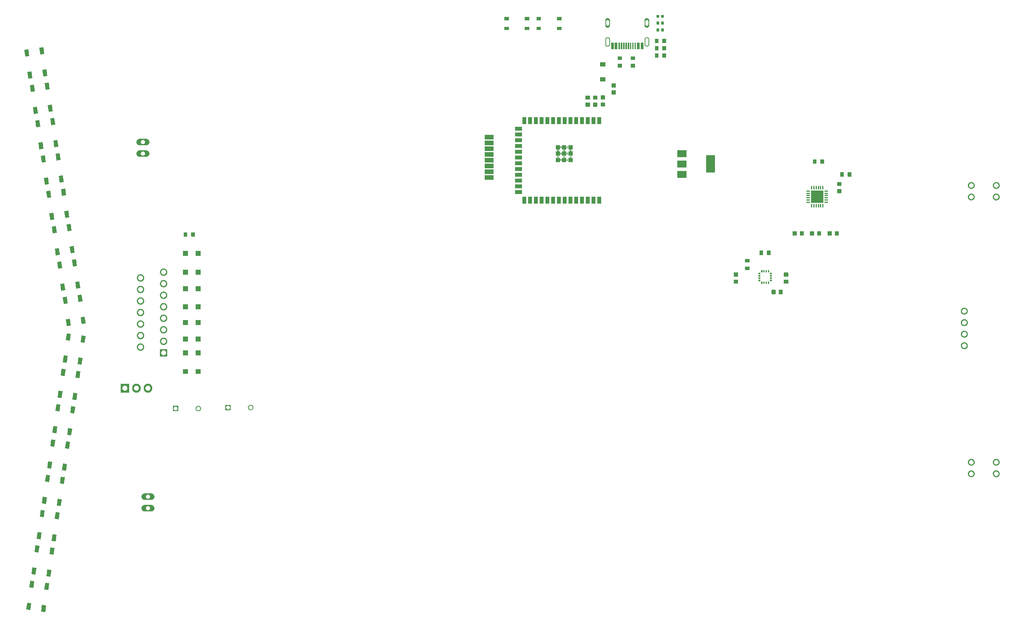
<source format=gbr>
%TF.GenerationSoftware,Flux,Pcbnew,7.0.11-7.0.11~ubuntu20.04.1*%
%TF.CreationDate,2024-08-17T13:11:20+00:00*%
%TF.ProjectId,input,696e7075-742e-46b6-9963-61645f706362,rev?*%
%TF.SameCoordinates,Original*%
%TF.FileFunction,Soldermask,Top*%
%TF.FilePolarity,Negative*%
%FSLAX46Y46*%
G04 Gerber Fmt 4.6, Leading zero omitted, Abs format (unit mm)*
G04 Filename: pcbrobot*
G04 Build it with Flux! Visit our site at: https://www.flux.ai (PCBNEW 7.0.11-7.0.11~ubuntu20.04.1) date 2024-08-17 13:11:20*
%MOMM*%
%LPD*%
G01*
G04 APERTURE LIST*
G04 APERTURE END LIST*
%TO.C,*%
G36*
X125719697Y-4176194D02*
G01*
X124719697Y-4176194D01*
X124719697Y-3476194D01*
X125719697Y-3476194D01*
X125719697Y-4176194D01*
G37*
G36*
X130219703Y-2026206D02*
G01*
X129219703Y-2026206D01*
X129219703Y-1326206D01*
X130219703Y-1326206D01*
X130219703Y-2026206D01*
G37*
G36*
X130219697Y-4176206D02*
G01*
X129219697Y-4176206D01*
X129219697Y-3476206D01*
X130219697Y-3476206D01*
X130219697Y-4176206D01*
G37*
G36*
X125719703Y-2026194D02*
G01*
X124719703Y-2026194D01*
X124719703Y-1326194D01*
X125719703Y-1326194D01*
X125719703Y-2026194D01*
G37*
G36*
X19013062Y-115389423D02*
G01*
X18804302Y-116874825D01*
X17913061Y-116749569D01*
X18121820Y-115264167D01*
X19013062Y-115389423D01*
G37*
G36*
X15745178Y-114930143D02*
G01*
X15536419Y-116415545D01*
X14645177Y-116290289D01*
X14853937Y-114804887D01*
X15745178Y-114930143D01*
G37*
G36*
X16427139Y-110077831D02*
G01*
X16218380Y-111563233D01*
X15327138Y-111437977D01*
X15535898Y-109952575D01*
X16427139Y-110077831D01*
G37*
G36*
X19695023Y-110537111D02*
G01*
X19486263Y-112022513D01*
X18595022Y-111897257D01*
X18803781Y-110411855D01*
X19695023Y-110537111D01*
G37*
G36*
X153183257Y-6074552D02*
G01*
X153187893Y-6075009D01*
X153192490Y-6075768D01*
X153197028Y-6076826D01*
X153201486Y-6078179D01*
X153205847Y-6079820D01*
X153210091Y-6081743D01*
X153214200Y-6083939D01*
X153218157Y-6086399D01*
X153221944Y-6089113D01*
X153225545Y-6092069D01*
X153228946Y-6095254D01*
X153232131Y-6098655D01*
X153235087Y-6102256D01*
X153237801Y-6106043D01*
X153240261Y-6110000D01*
X153242457Y-6114109D01*
X153244380Y-6118353D01*
X153246021Y-6122714D01*
X153247374Y-6127172D01*
X153248432Y-6131710D01*
X153249191Y-6136307D01*
X153249648Y-6140943D01*
X153249800Y-6145600D01*
X153249800Y-6953200D01*
X153249648Y-6957857D01*
X153249191Y-6962493D01*
X153248432Y-6967090D01*
X153247374Y-6971628D01*
X153246021Y-6976086D01*
X153244380Y-6980447D01*
X153242457Y-6984691D01*
X153240261Y-6988800D01*
X153237801Y-6992757D01*
X153235087Y-6996544D01*
X153232131Y-7000145D01*
X153228946Y-7003546D01*
X153225545Y-7006731D01*
X153221944Y-7009687D01*
X153218157Y-7012401D01*
X153214200Y-7014861D01*
X153210091Y-7017057D01*
X153205847Y-7018980D01*
X153201486Y-7020621D01*
X153197028Y-7021974D01*
X153192490Y-7023032D01*
X153187893Y-7023791D01*
X153183257Y-7024248D01*
X153178600Y-7024400D01*
X152521000Y-7024400D01*
X152516343Y-7024248D01*
X152511707Y-7023791D01*
X152507110Y-7023032D01*
X152502572Y-7021974D01*
X152498114Y-7020621D01*
X152493753Y-7018980D01*
X152489509Y-7017057D01*
X152485400Y-7014861D01*
X152481443Y-7012401D01*
X152477656Y-7009687D01*
X152474055Y-7006731D01*
X152470654Y-7003546D01*
X152467469Y-7000145D01*
X152464513Y-6996544D01*
X152461799Y-6992757D01*
X152459339Y-6988800D01*
X152457143Y-6984691D01*
X152455220Y-6980447D01*
X152453579Y-6976086D01*
X152452226Y-6971628D01*
X152451168Y-6967090D01*
X152450409Y-6962493D01*
X152449952Y-6957857D01*
X152449800Y-6953200D01*
X152449800Y-6145600D01*
X152449952Y-6140943D01*
X152450409Y-6136307D01*
X152451168Y-6131710D01*
X152452226Y-6127172D01*
X152453579Y-6122714D01*
X152455220Y-6118353D01*
X152457143Y-6114109D01*
X152459339Y-6110000D01*
X152461799Y-6106043D01*
X152464513Y-6102256D01*
X152467469Y-6098655D01*
X152470654Y-6095254D01*
X152474055Y-6092069D01*
X152477656Y-6089113D01*
X152481443Y-6086399D01*
X152485400Y-6083939D01*
X152489509Y-6081743D01*
X152493753Y-6079820D01*
X152498114Y-6078179D01*
X152502572Y-6076826D01*
X152507110Y-6075768D01*
X152511707Y-6075009D01*
X152516343Y-6074552D01*
X152521000Y-6074400D01*
X153178600Y-6074400D01*
X153183257Y-6074552D01*
G37*
G36*
X151533257Y-6074552D02*
G01*
X151537893Y-6075009D01*
X151542490Y-6075768D01*
X151547028Y-6076826D01*
X151551486Y-6078179D01*
X151555847Y-6079820D01*
X151560091Y-6081743D01*
X151564200Y-6083939D01*
X151568157Y-6086399D01*
X151571944Y-6089113D01*
X151575545Y-6092069D01*
X151578946Y-6095254D01*
X151582131Y-6098655D01*
X151585087Y-6102256D01*
X151587801Y-6106043D01*
X151590261Y-6110000D01*
X151592457Y-6114109D01*
X151594380Y-6118353D01*
X151596021Y-6122714D01*
X151597374Y-6127172D01*
X151598432Y-6131710D01*
X151599191Y-6136307D01*
X151599648Y-6140943D01*
X151599800Y-6145600D01*
X151599800Y-6953200D01*
X151599648Y-6957857D01*
X151599191Y-6962493D01*
X151598432Y-6967090D01*
X151597374Y-6971628D01*
X151596021Y-6976086D01*
X151594380Y-6980447D01*
X151592457Y-6984691D01*
X151590261Y-6988800D01*
X151587801Y-6992757D01*
X151585087Y-6996544D01*
X151582131Y-7000145D01*
X151578946Y-7003546D01*
X151575545Y-7006731D01*
X151571944Y-7009687D01*
X151568157Y-7012401D01*
X151564200Y-7014861D01*
X151560091Y-7017057D01*
X151555847Y-7018980D01*
X151551486Y-7020621D01*
X151547028Y-7021974D01*
X151542490Y-7023032D01*
X151537893Y-7023791D01*
X151533257Y-7024248D01*
X151528600Y-7024400D01*
X150871000Y-7024400D01*
X150866343Y-7024248D01*
X150861707Y-7023791D01*
X150857110Y-7023032D01*
X150852572Y-7021974D01*
X150848114Y-7020621D01*
X150843753Y-7018980D01*
X150839509Y-7017057D01*
X150835400Y-7014861D01*
X150831443Y-7012401D01*
X150827656Y-7009687D01*
X150824055Y-7006731D01*
X150820654Y-7003546D01*
X150817469Y-7000145D01*
X150814513Y-6996544D01*
X150811799Y-6992757D01*
X150809339Y-6988800D01*
X150807143Y-6984691D01*
X150805220Y-6980447D01*
X150803579Y-6976086D01*
X150802226Y-6971628D01*
X150801168Y-6967090D01*
X150800409Y-6962493D01*
X150799952Y-6957857D01*
X150799800Y-6953200D01*
X150799800Y-6145600D01*
X150799952Y-6140943D01*
X150800409Y-6136307D01*
X150801168Y-6131710D01*
X150802226Y-6127172D01*
X150803579Y-6122714D01*
X150805220Y-6118353D01*
X150807143Y-6114109D01*
X150809339Y-6110000D01*
X150811799Y-6106043D01*
X150814513Y-6102256D01*
X150817469Y-6098655D01*
X150820654Y-6095254D01*
X150824055Y-6092069D01*
X150827656Y-6089113D01*
X150831443Y-6086399D01*
X150835400Y-6083939D01*
X150839509Y-6081743D01*
X150843753Y-6079820D01*
X150848114Y-6078179D01*
X150852572Y-6076826D01*
X150857110Y-6075768D01*
X150861707Y-6075009D01*
X150866343Y-6074552D01*
X150871000Y-6074400D01*
X151528600Y-6074400D01*
X151533257Y-6074552D01*
G37*
G36*
X139741556Y-18597952D02*
G01*
X139746193Y-18598409D01*
X139750790Y-18599168D01*
X139755327Y-18600226D01*
X139759786Y-18601579D01*
X139764146Y-18603220D01*
X139768390Y-18605143D01*
X139772499Y-18607339D01*
X139776456Y-18609799D01*
X139780243Y-18612513D01*
X139783845Y-18615469D01*
X139787245Y-18618654D01*
X139790430Y-18622055D01*
X139793386Y-18625656D01*
X139796100Y-18629443D01*
X139798560Y-18633400D01*
X139800757Y-18637509D01*
X139802679Y-18641753D01*
X139804321Y-18646114D01*
X139805673Y-18650572D01*
X139806731Y-18655110D01*
X139807490Y-18659707D01*
X139807947Y-18664343D01*
X139808099Y-18669000D01*
X139808099Y-19426600D01*
X139807947Y-19431257D01*
X139807490Y-19435893D01*
X139806731Y-19440490D01*
X139805673Y-19445028D01*
X139804321Y-19449486D01*
X139802679Y-19453847D01*
X139800757Y-19458091D01*
X139798560Y-19462200D01*
X139796100Y-19466157D01*
X139793386Y-19469944D01*
X139790430Y-19473545D01*
X139787245Y-19476946D01*
X139783845Y-19480131D01*
X139780243Y-19483087D01*
X139776456Y-19485801D01*
X139772499Y-19488261D01*
X139768390Y-19490457D01*
X139764146Y-19492380D01*
X139759786Y-19494021D01*
X139755327Y-19495374D01*
X139750790Y-19496432D01*
X139746193Y-19497191D01*
X139741556Y-19497648D01*
X139736899Y-19497800D01*
X138929299Y-19497800D01*
X138924643Y-19497648D01*
X138920006Y-19497191D01*
X138915409Y-19496432D01*
X138910871Y-19495374D01*
X138906413Y-19494021D01*
X138902052Y-19492380D01*
X138897808Y-19490457D01*
X138893699Y-19488261D01*
X138889743Y-19485801D01*
X138885955Y-19483087D01*
X138882354Y-19480131D01*
X138878953Y-19476946D01*
X138875768Y-19473545D01*
X138872812Y-19469944D01*
X138870099Y-19466157D01*
X138867638Y-19462200D01*
X138865442Y-19458091D01*
X138863519Y-19453847D01*
X138861878Y-19449486D01*
X138860525Y-19445028D01*
X138859467Y-19440490D01*
X138858708Y-19435893D01*
X138858252Y-19431257D01*
X138858099Y-19426600D01*
X138858099Y-18669000D01*
X138858252Y-18664343D01*
X138858708Y-18659707D01*
X138859467Y-18655110D01*
X138860525Y-18650572D01*
X138861878Y-18646114D01*
X138863519Y-18641753D01*
X138865442Y-18637509D01*
X138867638Y-18633400D01*
X138870099Y-18629443D01*
X138872812Y-18625656D01*
X138875768Y-18622055D01*
X138878953Y-18618654D01*
X138882354Y-18615469D01*
X138885955Y-18612513D01*
X138889743Y-18609799D01*
X138893699Y-18607339D01*
X138897808Y-18605143D01*
X138902052Y-18603220D01*
X138906413Y-18601579D01*
X138910871Y-18600226D01*
X138915409Y-18599168D01*
X138920006Y-18598409D01*
X138924643Y-18597952D01*
X138929299Y-18597800D01*
X139736899Y-18597800D01*
X139741556Y-18597952D01*
G37*
G36*
X139741557Y-20147952D02*
G01*
X139746194Y-20148409D01*
X139750791Y-20149168D01*
X139755329Y-20150226D01*
X139759787Y-20151579D01*
X139764148Y-20153220D01*
X139768392Y-20155143D01*
X139772501Y-20157339D01*
X139776457Y-20159799D01*
X139780245Y-20162513D01*
X139783846Y-20165469D01*
X139787247Y-20168654D01*
X139790432Y-20172055D01*
X139793388Y-20175656D01*
X139796101Y-20179443D01*
X139798562Y-20183400D01*
X139800758Y-20187509D01*
X139802681Y-20191753D01*
X139804322Y-20196114D01*
X139805675Y-20200572D01*
X139806733Y-20205110D01*
X139807492Y-20209707D01*
X139807948Y-20214343D01*
X139808101Y-20219000D01*
X139808101Y-20976600D01*
X139807948Y-20981257D01*
X139807492Y-20985893D01*
X139806733Y-20990490D01*
X139805675Y-20995028D01*
X139804322Y-20999486D01*
X139802681Y-21003847D01*
X139800758Y-21008091D01*
X139798562Y-21012200D01*
X139796101Y-21016157D01*
X139793388Y-21019944D01*
X139790432Y-21023545D01*
X139787247Y-21026946D01*
X139783846Y-21030131D01*
X139780245Y-21033087D01*
X139776457Y-21035801D01*
X139772501Y-21038261D01*
X139768392Y-21040457D01*
X139764148Y-21042380D01*
X139759787Y-21044021D01*
X139755329Y-21045374D01*
X139750791Y-21046432D01*
X139746194Y-21047191D01*
X139741557Y-21047648D01*
X139736901Y-21047800D01*
X138929301Y-21047800D01*
X138924644Y-21047648D01*
X138920007Y-21047191D01*
X138915410Y-21046432D01*
X138910873Y-21045374D01*
X138906414Y-21044021D01*
X138902054Y-21042380D01*
X138897810Y-21040457D01*
X138893701Y-21038261D01*
X138889744Y-21035801D01*
X138885957Y-21033087D01*
X138882355Y-21030131D01*
X138878955Y-21026946D01*
X138875770Y-21023545D01*
X138872814Y-21019944D01*
X138870100Y-21016157D01*
X138867640Y-21012200D01*
X138865443Y-21008091D01*
X138863521Y-21003847D01*
X138861879Y-20999486D01*
X138860527Y-20995028D01*
X138859469Y-20990490D01*
X138858710Y-20985893D01*
X138858253Y-20981257D01*
X138858101Y-20976600D01*
X138858101Y-20219000D01*
X138858253Y-20214343D01*
X138858710Y-20209707D01*
X138859469Y-20205110D01*
X138860527Y-20200572D01*
X138861879Y-20196114D01*
X138863521Y-20191753D01*
X138865443Y-20187509D01*
X138867640Y-20183400D01*
X138870100Y-20179443D01*
X138872814Y-20175656D01*
X138875770Y-20172055D01*
X138878955Y-20168654D01*
X138882355Y-20165469D01*
X138885957Y-20162513D01*
X138889744Y-20159799D01*
X138893701Y-20157339D01*
X138897810Y-20155143D01*
X138902054Y-20153220D01*
X138906414Y-20151579D01*
X138910873Y-20150226D01*
X138915410Y-20149168D01*
X138920007Y-20148409D01*
X138924644Y-20147952D01*
X138929301Y-20147800D01*
X139736901Y-20147800D01*
X139741557Y-20147952D01*
G37*
G36*
X138058956Y-18611752D02*
G01*
X138063593Y-18612209D01*
X138068190Y-18612968D01*
X138072727Y-18614026D01*
X138077186Y-18615379D01*
X138081546Y-18617020D01*
X138085790Y-18618943D01*
X138089899Y-18621139D01*
X138093856Y-18623599D01*
X138097643Y-18626313D01*
X138101245Y-18629269D01*
X138104645Y-18632454D01*
X138107830Y-18635855D01*
X138110786Y-18639456D01*
X138113500Y-18643243D01*
X138115960Y-18647200D01*
X138118157Y-18651309D01*
X138120079Y-18655553D01*
X138121721Y-18659914D01*
X138123073Y-18664372D01*
X138124131Y-18668910D01*
X138124890Y-18673507D01*
X138125347Y-18678143D01*
X138125499Y-18682800D01*
X138125499Y-19440400D01*
X138125347Y-19445057D01*
X138124890Y-19449693D01*
X138124131Y-19454290D01*
X138123073Y-19458828D01*
X138121721Y-19463286D01*
X138120079Y-19467647D01*
X138118157Y-19471891D01*
X138115960Y-19476000D01*
X138113500Y-19479957D01*
X138110786Y-19483744D01*
X138107830Y-19487345D01*
X138104645Y-19490746D01*
X138101245Y-19493931D01*
X138097643Y-19496887D01*
X138093856Y-19499601D01*
X138089899Y-19502061D01*
X138085790Y-19504257D01*
X138081546Y-19506180D01*
X138077186Y-19507821D01*
X138072727Y-19509174D01*
X138068190Y-19510232D01*
X138063593Y-19510991D01*
X138058956Y-19511448D01*
X138054299Y-19511600D01*
X137246699Y-19511600D01*
X137242043Y-19511448D01*
X137237406Y-19510991D01*
X137232809Y-19510232D01*
X137228271Y-19509174D01*
X137223813Y-19507821D01*
X137219452Y-19506180D01*
X137215208Y-19504257D01*
X137211099Y-19502061D01*
X137207143Y-19499601D01*
X137203355Y-19496887D01*
X137199754Y-19493931D01*
X137196353Y-19490746D01*
X137193168Y-19487345D01*
X137190212Y-19483744D01*
X137187499Y-19479957D01*
X137185038Y-19476000D01*
X137182842Y-19471891D01*
X137180919Y-19467647D01*
X137179278Y-19463286D01*
X137177925Y-19458828D01*
X137176867Y-19454290D01*
X137176108Y-19449693D01*
X137175652Y-19445057D01*
X137175499Y-19440400D01*
X137175499Y-18682800D01*
X137175652Y-18678143D01*
X137176108Y-18673507D01*
X137176867Y-18668910D01*
X137177925Y-18664372D01*
X137179278Y-18659914D01*
X137180919Y-18655553D01*
X137182842Y-18651309D01*
X137185038Y-18647200D01*
X137187499Y-18643243D01*
X137190212Y-18639456D01*
X137193168Y-18635855D01*
X137196353Y-18632454D01*
X137199754Y-18629269D01*
X137203355Y-18626313D01*
X137207143Y-18623599D01*
X137211099Y-18621139D01*
X137215208Y-18618943D01*
X137219452Y-18617020D01*
X137223813Y-18615379D01*
X137228271Y-18614026D01*
X137232809Y-18612968D01*
X137237406Y-18612209D01*
X137242043Y-18611752D01*
X137246699Y-18611600D01*
X138054299Y-18611600D01*
X138058956Y-18611752D01*
G37*
G36*
X138058957Y-20161752D02*
G01*
X138063594Y-20162209D01*
X138068191Y-20162968D01*
X138072729Y-20164026D01*
X138077187Y-20165379D01*
X138081548Y-20167020D01*
X138085792Y-20168943D01*
X138089901Y-20171139D01*
X138093857Y-20173599D01*
X138097645Y-20176313D01*
X138101246Y-20179269D01*
X138104647Y-20182454D01*
X138107832Y-20185855D01*
X138110788Y-20189456D01*
X138113501Y-20193243D01*
X138115962Y-20197200D01*
X138118158Y-20201309D01*
X138120081Y-20205553D01*
X138121722Y-20209914D01*
X138123075Y-20214372D01*
X138124133Y-20218910D01*
X138124892Y-20223507D01*
X138125348Y-20228143D01*
X138125501Y-20232800D01*
X138125501Y-20990400D01*
X138125348Y-20995057D01*
X138124892Y-20999693D01*
X138124133Y-21004290D01*
X138123075Y-21008828D01*
X138121722Y-21013286D01*
X138120081Y-21017647D01*
X138118158Y-21021891D01*
X138115962Y-21026000D01*
X138113501Y-21029957D01*
X138110788Y-21033744D01*
X138107832Y-21037345D01*
X138104647Y-21040746D01*
X138101246Y-21043931D01*
X138097645Y-21046887D01*
X138093857Y-21049601D01*
X138089901Y-21052061D01*
X138085792Y-21054257D01*
X138081548Y-21056180D01*
X138077187Y-21057821D01*
X138072729Y-21059174D01*
X138068191Y-21060232D01*
X138063594Y-21060991D01*
X138058957Y-21061448D01*
X138054301Y-21061600D01*
X137246701Y-21061600D01*
X137242044Y-21061448D01*
X137237407Y-21060991D01*
X137232810Y-21060232D01*
X137228273Y-21059174D01*
X137223814Y-21057821D01*
X137219454Y-21056180D01*
X137215210Y-21054257D01*
X137211101Y-21052061D01*
X137207144Y-21049601D01*
X137203357Y-21046887D01*
X137199755Y-21043931D01*
X137196355Y-21040746D01*
X137193170Y-21037345D01*
X137190214Y-21033744D01*
X137187500Y-21029957D01*
X137185040Y-21026000D01*
X137182843Y-21021891D01*
X137180921Y-21017647D01*
X137179279Y-21013286D01*
X137177927Y-21008828D01*
X137176869Y-21004290D01*
X137176110Y-20999693D01*
X137175653Y-20995057D01*
X137175501Y-20990400D01*
X137175501Y-20232800D01*
X137175653Y-20228143D01*
X137176110Y-20223507D01*
X137176869Y-20218910D01*
X137177927Y-20214372D01*
X137179279Y-20209914D01*
X137180921Y-20205553D01*
X137182843Y-20201309D01*
X137185040Y-20197200D01*
X137187500Y-20193243D01*
X137190214Y-20189456D01*
X137193170Y-20185855D01*
X137196355Y-20182454D01*
X137199755Y-20179269D01*
X137203357Y-20176313D01*
X137207144Y-20173599D01*
X137211101Y-20171139D01*
X137215210Y-20168943D01*
X137219454Y-20167020D01*
X137223814Y-20165379D01*
X137228273Y-20164026D01*
X137232810Y-20162968D01*
X137237407Y-20162209D01*
X137242044Y-20161752D01*
X137246701Y-20161600D01*
X138054301Y-20161600D01*
X138058957Y-20161752D01*
G37*
G36*
X45831600Y-86992100D02*
G01*
X45831600Y-88192100D01*
X44631600Y-88192100D01*
X44631600Y-87602530D01*
X44806728Y-87602530D01*
X44807752Y-87623365D01*
X44809796Y-87644125D01*
X44812857Y-87664759D01*
X44816927Y-87685218D01*
X44821995Y-87705453D01*
X44828051Y-87725415D01*
X44835078Y-87745055D01*
X44843061Y-87764328D01*
X44851980Y-87783185D01*
X44861813Y-87801582D01*
X44872537Y-87819474D01*
X44884126Y-87836818D01*
X44896553Y-87853573D01*
X44909786Y-87869698D01*
X44923795Y-87885155D01*
X44938545Y-87899905D01*
X44954002Y-87913914D01*
X44970127Y-87927147D01*
X44986882Y-87939574D01*
X45004226Y-87951163D01*
X45022118Y-87961887D01*
X45040515Y-87971720D01*
X45059372Y-87980639D01*
X45078645Y-87988622D01*
X45098285Y-87995649D01*
X45118247Y-88001705D01*
X45138482Y-88006773D01*
X45158941Y-88010843D01*
X45179575Y-88013904D01*
X45200335Y-88015948D01*
X45221170Y-88016972D01*
X45242030Y-88016972D01*
X45262865Y-88015948D01*
X45283625Y-88013904D01*
X45304259Y-88010843D01*
X45324718Y-88006773D01*
X45344953Y-88001705D01*
X45364915Y-87995649D01*
X45384555Y-87988622D01*
X45403828Y-87980639D01*
X45422685Y-87971720D01*
X45441082Y-87961887D01*
X45458974Y-87951163D01*
X45476318Y-87939574D01*
X45493073Y-87927147D01*
X45509198Y-87913914D01*
X45524655Y-87899905D01*
X45539405Y-87885155D01*
X45553414Y-87869698D01*
X45566647Y-87853573D01*
X45579074Y-87836818D01*
X45590663Y-87819474D01*
X45601387Y-87801582D01*
X45611220Y-87783185D01*
X45620139Y-87764328D01*
X45628122Y-87745055D01*
X45635149Y-87725415D01*
X45641205Y-87705453D01*
X45646273Y-87685218D01*
X45650343Y-87664759D01*
X45653404Y-87644125D01*
X45655448Y-87623365D01*
X45656472Y-87602530D01*
X45656472Y-87581670D01*
X45655448Y-87560835D01*
X45653404Y-87540075D01*
X45650343Y-87519441D01*
X45646273Y-87498982D01*
X45641205Y-87478747D01*
X45635149Y-87458785D01*
X45628122Y-87439145D01*
X45620139Y-87419872D01*
X45611220Y-87401015D01*
X45601387Y-87382618D01*
X45590663Y-87364726D01*
X45579074Y-87347382D01*
X45566647Y-87330627D01*
X45553414Y-87314502D01*
X45539405Y-87299045D01*
X45524655Y-87284295D01*
X45509198Y-87270286D01*
X45493073Y-87257053D01*
X45476318Y-87244626D01*
X45458974Y-87233037D01*
X45441082Y-87222313D01*
X45422685Y-87212480D01*
X45403828Y-87203561D01*
X45384555Y-87195578D01*
X45364915Y-87188551D01*
X45344953Y-87182495D01*
X45324718Y-87177427D01*
X45304259Y-87173357D01*
X45283625Y-87170296D01*
X45262865Y-87168252D01*
X45242030Y-87167228D01*
X45221170Y-87167228D01*
X45200335Y-87168252D01*
X45179575Y-87170296D01*
X45158941Y-87173357D01*
X45138482Y-87177427D01*
X45118247Y-87182495D01*
X45098285Y-87188551D01*
X45078645Y-87195578D01*
X45059372Y-87203561D01*
X45040515Y-87212480D01*
X45022118Y-87222313D01*
X45004226Y-87233037D01*
X44986882Y-87244626D01*
X44970127Y-87257053D01*
X44954002Y-87270286D01*
X44938545Y-87284295D01*
X44923795Y-87299045D01*
X44909786Y-87314502D01*
X44896553Y-87330627D01*
X44884126Y-87347382D01*
X44872537Y-87364726D01*
X44861813Y-87382618D01*
X44851980Y-87401015D01*
X44843061Y-87419872D01*
X44835078Y-87439145D01*
X44828051Y-87458785D01*
X44821995Y-87478747D01*
X44816927Y-87498982D01*
X44812857Y-87519441D01*
X44809796Y-87540075D01*
X44807752Y-87560835D01*
X44806728Y-87581670D01*
X44806728Y-87602530D01*
X44631600Y-87602530D01*
X44631600Y-86992100D01*
X45831600Y-86992100D01*
G37*
G36*
X50275739Y-86993726D02*
G01*
X50305046Y-86996612D01*
X50334177Y-87000933D01*
X50363061Y-87006679D01*
X50391628Y-87013834D01*
X50419809Y-87022383D01*
X50447537Y-87032304D01*
X50474745Y-87043574D01*
X50501367Y-87056165D01*
X50527339Y-87070048D01*
X50552599Y-87085188D01*
X50577085Y-87101549D01*
X50600739Y-87119092D01*
X50623504Y-87137775D01*
X50645324Y-87157552D01*
X50666148Y-87178376D01*
X50685925Y-87200196D01*
X50704608Y-87222961D01*
X50722151Y-87246615D01*
X50738512Y-87271101D01*
X50753652Y-87296361D01*
X50767535Y-87322333D01*
X50780126Y-87348955D01*
X50791396Y-87376163D01*
X50801317Y-87403891D01*
X50809866Y-87432072D01*
X50817021Y-87460639D01*
X50822767Y-87489523D01*
X50827088Y-87518654D01*
X50829974Y-87547961D01*
X50831419Y-87577375D01*
X50831419Y-87606825D01*
X50829974Y-87636239D01*
X50827088Y-87665546D01*
X50822767Y-87694677D01*
X50817021Y-87723561D01*
X50809866Y-87752128D01*
X50801317Y-87780309D01*
X50791396Y-87808037D01*
X50780126Y-87835245D01*
X50767535Y-87861867D01*
X50753652Y-87887839D01*
X50738512Y-87913099D01*
X50722151Y-87937585D01*
X50704608Y-87961239D01*
X50685925Y-87984004D01*
X50666148Y-88005824D01*
X50645324Y-88026648D01*
X50623504Y-88046425D01*
X50600739Y-88065108D01*
X50577085Y-88082651D01*
X50552599Y-88099012D01*
X50527339Y-88114152D01*
X50501367Y-88128035D01*
X50474745Y-88140626D01*
X50447537Y-88151896D01*
X50419809Y-88161817D01*
X50391628Y-88170366D01*
X50363061Y-88177521D01*
X50334177Y-88183267D01*
X50305046Y-88187588D01*
X50275739Y-88190474D01*
X50246325Y-88191919D01*
X50216875Y-88191919D01*
X50187461Y-88190474D01*
X50158154Y-88187588D01*
X50129023Y-88183267D01*
X50100139Y-88177521D01*
X50071572Y-88170366D01*
X50043391Y-88161817D01*
X50015663Y-88151896D01*
X49988455Y-88140626D01*
X49961833Y-88128035D01*
X49935861Y-88114152D01*
X49910601Y-88099012D01*
X49886115Y-88082651D01*
X49862461Y-88065108D01*
X49839696Y-88046425D01*
X49817876Y-88026648D01*
X49797052Y-88005824D01*
X49777275Y-87984004D01*
X49758592Y-87961239D01*
X49741049Y-87937585D01*
X49724688Y-87913099D01*
X49709548Y-87887839D01*
X49695665Y-87861867D01*
X49683074Y-87835245D01*
X49671804Y-87808037D01*
X49661883Y-87780309D01*
X49653334Y-87752128D01*
X49646179Y-87723561D01*
X49640433Y-87694677D01*
X49636112Y-87665546D01*
X49633226Y-87636239D01*
X49631781Y-87606825D01*
X49631781Y-87602530D01*
X49806728Y-87602530D01*
X49807752Y-87623365D01*
X49809796Y-87644125D01*
X49812857Y-87664759D01*
X49816927Y-87685218D01*
X49821995Y-87705453D01*
X49828051Y-87725415D01*
X49835078Y-87745055D01*
X49843061Y-87764328D01*
X49851980Y-87783185D01*
X49861813Y-87801582D01*
X49872537Y-87819474D01*
X49884126Y-87836818D01*
X49896553Y-87853573D01*
X49909786Y-87869698D01*
X49923795Y-87885155D01*
X49938545Y-87899905D01*
X49954002Y-87913914D01*
X49970127Y-87927147D01*
X49986882Y-87939574D01*
X50004226Y-87951163D01*
X50022118Y-87961887D01*
X50040515Y-87971720D01*
X50059372Y-87980639D01*
X50078645Y-87988622D01*
X50098285Y-87995649D01*
X50118247Y-88001705D01*
X50138482Y-88006773D01*
X50158941Y-88010843D01*
X50179575Y-88013904D01*
X50200335Y-88015948D01*
X50221170Y-88016972D01*
X50242030Y-88016972D01*
X50262865Y-88015948D01*
X50283625Y-88013904D01*
X50304259Y-88010843D01*
X50324718Y-88006773D01*
X50344953Y-88001705D01*
X50364915Y-87995649D01*
X50384555Y-87988622D01*
X50403828Y-87980639D01*
X50422685Y-87971720D01*
X50441082Y-87961887D01*
X50458974Y-87951163D01*
X50476318Y-87939574D01*
X50493073Y-87927147D01*
X50509198Y-87913914D01*
X50524655Y-87899905D01*
X50539405Y-87885155D01*
X50553414Y-87869698D01*
X50566647Y-87853573D01*
X50579074Y-87836818D01*
X50590663Y-87819474D01*
X50601387Y-87801582D01*
X50611220Y-87783185D01*
X50620139Y-87764328D01*
X50628122Y-87745055D01*
X50635149Y-87725415D01*
X50641205Y-87705453D01*
X50646273Y-87685218D01*
X50650343Y-87664759D01*
X50653404Y-87644125D01*
X50655448Y-87623365D01*
X50656472Y-87602530D01*
X50656472Y-87581670D01*
X50655448Y-87560835D01*
X50653404Y-87540075D01*
X50650343Y-87519441D01*
X50646273Y-87498982D01*
X50641205Y-87478747D01*
X50635149Y-87458785D01*
X50628122Y-87439145D01*
X50620139Y-87419872D01*
X50611220Y-87401015D01*
X50601387Y-87382618D01*
X50590663Y-87364726D01*
X50579074Y-87347382D01*
X50566647Y-87330627D01*
X50553414Y-87314502D01*
X50539405Y-87299045D01*
X50524655Y-87284295D01*
X50509198Y-87270286D01*
X50493073Y-87257053D01*
X50476318Y-87244626D01*
X50458974Y-87233037D01*
X50441082Y-87222313D01*
X50422685Y-87212480D01*
X50403828Y-87203561D01*
X50384555Y-87195578D01*
X50364915Y-87188551D01*
X50344953Y-87182495D01*
X50324718Y-87177427D01*
X50304259Y-87173357D01*
X50283625Y-87170296D01*
X50262865Y-87168252D01*
X50242030Y-87167228D01*
X50221170Y-87167228D01*
X50200335Y-87168252D01*
X50179575Y-87170296D01*
X50158941Y-87173357D01*
X50138482Y-87177427D01*
X50118247Y-87182495D01*
X50098285Y-87188551D01*
X50078645Y-87195578D01*
X50059372Y-87203561D01*
X50040515Y-87212480D01*
X50022118Y-87222313D01*
X50004226Y-87233037D01*
X49986882Y-87244626D01*
X49970127Y-87257053D01*
X49954002Y-87270286D01*
X49938545Y-87284295D01*
X49923795Y-87299045D01*
X49909786Y-87314502D01*
X49896553Y-87330627D01*
X49884126Y-87347382D01*
X49872537Y-87364726D01*
X49861813Y-87382618D01*
X49851980Y-87401015D01*
X49843061Y-87419872D01*
X49835078Y-87439145D01*
X49828051Y-87458785D01*
X49821995Y-87478747D01*
X49816927Y-87498982D01*
X49812857Y-87519441D01*
X49809796Y-87540075D01*
X49807752Y-87560835D01*
X49806728Y-87581670D01*
X49806728Y-87602530D01*
X49631781Y-87602530D01*
X49631781Y-87577375D01*
X49633226Y-87547961D01*
X49636112Y-87518654D01*
X49640433Y-87489523D01*
X49646179Y-87460639D01*
X49653334Y-87432072D01*
X49661883Y-87403891D01*
X49671804Y-87376163D01*
X49683074Y-87348955D01*
X49695665Y-87322333D01*
X49709548Y-87296361D01*
X49724688Y-87271101D01*
X49741049Y-87246615D01*
X49758592Y-87222961D01*
X49777275Y-87200196D01*
X49797052Y-87178376D01*
X49817876Y-87157552D01*
X49839696Y-87137775D01*
X49862461Y-87119092D01*
X49886115Y-87101549D01*
X49910601Y-87085188D01*
X49935861Y-87070048D01*
X49961833Y-87056165D01*
X49988455Y-87043574D01*
X50015663Y-87032304D01*
X50043391Y-87022383D01*
X50071572Y-87013834D01*
X50100139Y-87006679D01*
X50129023Y-87000933D01*
X50158154Y-86996612D01*
X50187461Y-86993726D01*
X50216875Y-86992281D01*
X50246325Y-86992281D01*
X50275739Y-86993726D01*
G37*
G36*
X22450662Y-92033523D02*
G01*
X22241902Y-93518925D01*
X21350661Y-93393669D01*
X21559420Y-91908267D01*
X22450662Y-92033523D01*
G37*
G36*
X19182778Y-91574243D02*
G01*
X18974019Y-93059645D01*
X18082777Y-92934389D01*
X18291537Y-91448987D01*
X19182778Y-91574243D01*
G37*
G36*
X19864739Y-86721931D02*
G01*
X19655980Y-88207333D01*
X18764738Y-88082077D01*
X18973498Y-86596675D01*
X19864739Y-86721931D01*
G37*
G36*
X23132623Y-87181211D02*
G01*
X22923863Y-88666613D01*
X22032622Y-88541357D01*
X22241381Y-87055955D01*
X23132623Y-87181211D01*
G37*
G36*
X50781600Y-69158000D02*
G01*
X49681600Y-69158000D01*
X49681600Y-68058000D01*
X50781600Y-68058000D01*
X50781600Y-69158000D01*
G37*
G36*
X47981600Y-69158000D02*
G01*
X46881600Y-69158000D01*
X46881600Y-68058000D01*
X47981600Y-68058000D01*
X47981600Y-69158000D01*
G37*
G36*
X139933194Y-12199200D02*
G01*
X138733194Y-12199200D01*
X138733194Y-11299200D01*
X139933194Y-11299200D01*
X139933194Y-12199200D01*
G37*
G36*
X139933206Y-15499200D02*
G01*
X138733206Y-15499200D01*
X138733206Y-14599200D01*
X139933206Y-14599200D01*
X139933206Y-15499200D01*
G37*
G36*
X185451100Y-39267100D02*
G01*
X185197100Y-39267100D01*
X185197100Y-38555900D01*
X185451100Y-38555900D01*
X185451100Y-39267100D01*
G37*
G36*
X184935800Y-40782400D02*
G01*
X184224600Y-40782400D01*
X184224600Y-40528400D01*
X184935800Y-40528400D01*
X184935800Y-40782400D01*
G37*
G36*
X186951100Y-39267100D02*
G01*
X186697100Y-39267100D01*
X186697100Y-38555900D01*
X186951100Y-38555900D01*
X186951100Y-39267100D01*
G37*
G36*
X188923600Y-41282400D02*
G01*
X188212400Y-41282400D01*
X188212400Y-41028400D01*
X188923600Y-41028400D01*
X188923600Y-41282400D01*
G37*
G36*
X184935800Y-39782400D02*
G01*
X184224600Y-39782400D01*
X184224600Y-39528400D01*
X184935800Y-39528400D01*
X184935800Y-39782400D01*
G37*
G36*
X186451100Y-39267100D02*
G01*
X186197100Y-39267100D01*
X186197100Y-38555900D01*
X186451100Y-38555900D01*
X186451100Y-39267100D01*
G37*
G36*
X188923600Y-40782400D02*
G01*
X188212400Y-40782400D01*
X188212400Y-40528400D01*
X188923600Y-40528400D01*
X188923600Y-40782400D01*
G37*
G36*
X186451100Y-43254900D02*
G01*
X186197100Y-43254900D01*
X186197100Y-42543700D01*
X186451100Y-42543700D01*
X186451100Y-43254900D01*
G37*
G36*
X185451100Y-43254900D02*
G01*
X185197100Y-43254900D01*
X185197100Y-42543700D01*
X185451100Y-42543700D01*
X185451100Y-43254900D01*
G37*
G36*
X188923600Y-41782400D02*
G01*
X188212400Y-41782400D01*
X188212400Y-41528400D01*
X188923600Y-41528400D01*
X188923600Y-41782400D01*
G37*
G36*
X188923600Y-39782400D02*
G01*
X188212400Y-39782400D01*
X188212400Y-39528400D01*
X188923600Y-39528400D01*
X188923600Y-39782400D01*
G37*
G36*
X187451100Y-43254900D02*
G01*
X187197100Y-43254900D01*
X187197100Y-42543700D01*
X187451100Y-42543700D01*
X187451100Y-43254900D01*
G37*
G36*
X185951100Y-43254900D02*
G01*
X185697100Y-43254900D01*
X185697100Y-42543700D01*
X185951100Y-42543700D01*
X185951100Y-43254900D01*
G37*
G36*
X188923600Y-40282400D02*
G01*
X188212400Y-40282400D01*
X188212400Y-40028400D01*
X188923600Y-40028400D01*
X188923600Y-40282400D01*
G37*
G36*
X187945700Y-42226200D02*
G01*
X185202500Y-42226200D01*
X185202500Y-39584600D01*
X187945700Y-39584600D01*
X187945700Y-42226200D01*
G37*
G36*
X185951100Y-39267100D02*
G01*
X185697100Y-39267100D01*
X185697100Y-38555900D01*
X185951100Y-38555900D01*
X185951100Y-39267100D01*
G37*
G36*
X186951100Y-43254900D02*
G01*
X186697100Y-43254900D01*
X186697100Y-42543700D01*
X186951100Y-42543700D01*
X186951100Y-43254900D01*
G37*
G36*
X184935800Y-40282400D02*
G01*
X184224600Y-40282400D01*
X184224600Y-40028400D01*
X184935800Y-40028400D01*
X184935800Y-40282400D01*
G37*
G36*
X187451100Y-39267100D02*
G01*
X187197100Y-39267100D01*
X187197100Y-38555900D01*
X187451100Y-38555900D01*
X187451100Y-39267100D01*
G37*
G36*
X184935800Y-42282400D02*
G01*
X184224600Y-42282400D01*
X184224600Y-42028400D01*
X184935800Y-42028400D01*
X184935800Y-42282400D01*
G37*
G36*
X187951100Y-39267100D02*
G01*
X187697100Y-39267100D01*
X187697100Y-38555900D01*
X187951100Y-38555900D01*
X187951100Y-39267100D01*
G37*
G36*
X184935800Y-41282400D02*
G01*
X184224600Y-41282400D01*
X184224600Y-41028400D01*
X184935800Y-41028400D01*
X184935800Y-41282400D01*
G37*
G36*
X187951100Y-43254900D02*
G01*
X187697100Y-43254900D01*
X187697100Y-42543700D01*
X187951100Y-42543700D01*
X187951100Y-43254900D01*
G37*
G36*
X184935800Y-41782400D02*
G01*
X184224600Y-41782400D01*
X184224600Y-41528400D01*
X184935800Y-41528400D01*
X184935800Y-41782400D01*
G37*
G36*
X188923600Y-42282400D02*
G01*
X188212400Y-42282400D01*
X188212400Y-42028400D01*
X188923600Y-42028400D01*
X188923600Y-42282400D01*
G37*
G36*
X194016657Y-35530752D02*
G01*
X194021293Y-35531209D01*
X194025890Y-35531968D01*
X194030428Y-35533026D01*
X194034886Y-35534379D01*
X194039247Y-35536020D01*
X194043491Y-35537943D01*
X194047600Y-35540139D01*
X194051557Y-35542599D01*
X194055344Y-35545313D01*
X194058945Y-35548269D01*
X194062346Y-35551454D01*
X194065531Y-35554855D01*
X194068487Y-35558456D01*
X194071201Y-35562243D01*
X194073661Y-35566200D01*
X194075857Y-35570309D01*
X194077780Y-35574553D01*
X194079421Y-35578914D01*
X194080774Y-35583372D01*
X194081832Y-35587910D01*
X194082591Y-35592507D01*
X194083048Y-35597143D01*
X194083200Y-35601800D01*
X194083200Y-36409400D01*
X194083048Y-36414057D01*
X194082591Y-36418693D01*
X194081832Y-36423290D01*
X194080774Y-36427828D01*
X194079421Y-36432286D01*
X194077780Y-36436647D01*
X194075857Y-36440891D01*
X194073661Y-36445000D01*
X194071201Y-36448957D01*
X194068487Y-36452744D01*
X194065531Y-36456345D01*
X194062346Y-36459746D01*
X194058945Y-36462931D01*
X194055344Y-36465887D01*
X194051557Y-36468601D01*
X194047600Y-36471061D01*
X194043491Y-36473257D01*
X194039247Y-36475180D01*
X194034886Y-36476821D01*
X194030428Y-36478174D01*
X194025890Y-36479232D01*
X194021293Y-36479991D01*
X194016657Y-36480448D01*
X194012000Y-36480600D01*
X193354400Y-36480600D01*
X193349743Y-36480448D01*
X193345107Y-36479991D01*
X193340510Y-36479232D01*
X193335972Y-36478174D01*
X193331514Y-36476821D01*
X193327153Y-36475180D01*
X193322909Y-36473257D01*
X193318800Y-36471061D01*
X193314843Y-36468601D01*
X193311056Y-36465887D01*
X193307455Y-36462931D01*
X193304054Y-36459746D01*
X193300869Y-36456345D01*
X193297913Y-36452744D01*
X193295199Y-36448957D01*
X193292739Y-36445000D01*
X193290543Y-36440891D01*
X193288620Y-36436647D01*
X193286979Y-36432286D01*
X193285626Y-36427828D01*
X193284568Y-36423290D01*
X193283809Y-36418693D01*
X193283352Y-36414057D01*
X193283200Y-36409400D01*
X193283200Y-35601800D01*
X193283352Y-35597143D01*
X193283809Y-35592507D01*
X193284568Y-35587910D01*
X193285626Y-35583372D01*
X193286979Y-35578914D01*
X193288620Y-35574553D01*
X193290543Y-35570309D01*
X193292739Y-35566200D01*
X193295199Y-35562243D01*
X193297913Y-35558456D01*
X193300869Y-35554855D01*
X193304054Y-35551454D01*
X193307455Y-35548269D01*
X193311056Y-35545313D01*
X193314843Y-35542599D01*
X193318800Y-35540139D01*
X193322909Y-35537943D01*
X193327153Y-35536020D01*
X193331514Y-35534379D01*
X193335972Y-35533026D01*
X193340510Y-35531968D01*
X193345107Y-35531209D01*
X193349743Y-35530752D01*
X193354400Y-35530600D01*
X194012000Y-35530600D01*
X194016657Y-35530752D01*
G37*
G36*
X192366657Y-35530752D02*
G01*
X192371293Y-35531209D01*
X192375890Y-35531968D01*
X192380428Y-35533026D01*
X192384886Y-35534379D01*
X192389247Y-35536020D01*
X192393491Y-35537943D01*
X192397600Y-35540139D01*
X192401557Y-35542599D01*
X192405344Y-35545313D01*
X192408945Y-35548269D01*
X192412346Y-35551454D01*
X192415531Y-35554855D01*
X192418487Y-35558456D01*
X192421201Y-35562243D01*
X192423661Y-35566200D01*
X192425857Y-35570309D01*
X192427780Y-35574553D01*
X192429421Y-35578914D01*
X192430774Y-35583372D01*
X192431832Y-35587910D01*
X192432591Y-35592507D01*
X192433048Y-35597143D01*
X192433200Y-35601800D01*
X192433200Y-36409400D01*
X192433048Y-36414057D01*
X192432591Y-36418693D01*
X192431832Y-36423290D01*
X192430774Y-36427828D01*
X192429421Y-36432286D01*
X192427780Y-36436647D01*
X192425857Y-36440891D01*
X192423661Y-36445000D01*
X192421201Y-36448957D01*
X192418487Y-36452744D01*
X192415531Y-36456345D01*
X192412346Y-36459746D01*
X192408945Y-36462931D01*
X192405344Y-36465887D01*
X192401557Y-36468601D01*
X192397600Y-36471061D01*
X192393491Y-36473257D01*
X192389247Y-36475180D01*
X192384886Y-36476821D01*
X192380428Y-36478174D01*
X192375890Y-36479232D01*
X192371293Y-36479991D01*
X192366657Y-36480448D01*
X192362000Y-36480600D01*
X191704400Y-36480600D01*
X191699743Y-36480448D01*
X191695107Y-36479991D01*
X191690510Y-36479232D01*
X191685972Y-36478174D01*
X191681514Y-36476821D01*
X191677153Y-36475180D01*
X191672909Y-36473257D01*
X191668800Y-36471061D01*
X191664843Y-36468601D01*
X191661056Y-36465887D01*
X191657455Y-36462931D01*
X191654054Y-36459746D01*
X191650869Y-36456345D01*
X191647913Y-36452744D01*
X191645199Y-36448957D01*
X191642739Y-36445000D01*
X191640543Y-36440891D01*
X191638620Y-36436647D01*
X191636979Y-36432286D01*
X191635626Y-36427828D01*
X191634568Y-36423290D01*
X191633809Y-36418693D01*
X191633352Y-36414057D01*
X191633200Y-36409400D01*
X191633200Y-35601800D01*
X191633352Y-35597143D01*
X191633809Y-35592507D01*
X191634568Y-35587910D01*
X191635626Y-35583372D01*
X191636979Y-35578914D01*
X191638620Y-35574553D01*
X191640543Y-35570309D01*
X191642739Y-35566200D01*
X191645199Y-35562243D01*
X191647913Y-35558456D01*
X191650869Y-35554855D01*
X191654054Y-35551454D01*
X191657455Y-35548269D01*
X191661056Y-35545313D01*
X191664843Y-35542599D01*
X191668800Y-35540139D01*
X191672909Y-35537943D01*
X191677153Y-35536020D01*
X191681514Y-35534379D01*
X191685972Y-35533026D01*
X191690510Y-35531968D01*
X191695107Y-35531209D01*
X191699743Y-35530752D01*
X191704400Y-35530600D01*
X192362000Y-35530600D01*
X192366657Y-35530752D01*
G37*
G36*
X42658234Y-56720395D02*
G01*
X42697800Y-56724292D01*
X42737126Y-56730125D01*
X42776119Y-56737881D01*
X42814685Y-56747541D01*
X42852729Y-56759082D01*
X42890162Y-56772476D01*
X42926893Y-56787690D01*
X42962832Y-56804688D01*
X42997895Y-56823430D01*
X43031995Y-56843869D01*
X43065052Y-56865956D01*
X43096985Y-56889639D01*
X43127717Y-56914861D01*
X43157175Y-56941560D01*
X43185287Y-56969672D01*
X43211986Y-56999130D01*
X43237208Y-57029862D01*
X43260891Y-57061795D01*
X43282979Y-57094852D01*
X43303418Y-57128952D01*
X43322159Y-57164015D01*
X43339157Y-57199955D01*
X43354371Y-57236685D01*
X43367765Y-57274118D01*
X43379306Y-57312163D01*
X43388966Y-57350728D01*
X43396722Y-57389721D01*
X43402556Y-57429047D01*
X43406452Y-57468613D01*
X43408403Y-57508322D01*
X43408403Y-57548078D01*
X43406452Y-57587787D01*
X43402556Y-57627353D01*
X43396722Y-57666679D01*
X43388966Y-57705672D01*
X43379306Y-57744237D01*
X43367765Y-57782282D01*
X43354371Y-57819715D01*
X43339157Y-57856445D01*
X43322159Y-57892385D01*
X43303418Y-57927448D01*
X43282979Y-57961548D01*
X43260891Y-57994605D01*
X43237208Y-58026538D01*
X43211986Y-58057270D01*
X43185287Y-58086728D01*
X43157175Y-58114840D01*
X43127717Y-58141539D01*
X43096985Y-58166761D01*
X43065052Y-58190444D01*
X43031995Y-58212531D01*
X42997895Y-58232970D01*
X42962832Y-58251712D01*
X42926893Y-58268710D01*
X42890162Y-58283924D01*
X42852729Y-58297318D01*
X42814685Y-58308859D01*
X42776119Y-58318519D01*
X42737126Y-58326275D01*
X42697800Y-58332108D01*
X42658234Y-58336005D01*
X42618526Y-58337956D01*
X42578769Y-58337956D01*
X42539060Y-58336005D01*
X42499495Y-58332108D01*
X42460168Y-58326275D01*
X42421175Y-58318519D01*
X42382610Y-58308859D01*
X42344565Y-58297318D01*
X42307132Y-58283924D01*
X42270402Y-58268710D01*
X42234462Y-58251712D01*
X42199400Y-58232970D01*
X42165299Y-58212531D01*
X42132243Y-58190444D01*
X42100310Y-58166761D01*
X42069577Y-58141539D01*
X42040119Y-58114840D01*
X42012007Y-58086728D01*
X41985308Y-58057270D01*
X41960087Y-58026538D01*
X41936403Y-57994605D01*
X41914316Y-57961548D01*
X41893877Y-57927448D01*
X41875135Y-57892385D01*
X41858137Y-57856445D01*
X41842923Y-57819715D01*
X41829529Y-57782282D01*
X41817989Y-57744237D01*
X41808328Y-57705672D01*
X41800572Y-57666679D01*
X41794739Y-57627353D01*
X41790842Y-57587787D01*
X41788891Y-57548078D01*
X41788891Y-57541452D01*
X42058810Y-57541452D01*
X42060110Y-57567925D01*
X42062708Y-57594302D01*
X42066597Y-57620519D01*
X42071768Y-57646515D01*
X42078208Y-57672225D01*
X42085902Y-57697588D01*
X42094831Y-57722543D01*
X42104974Y-57747030D01*
X42116306Y-57770990D01*
X42128800Y-57794365D01*
X42142426Y-57817099D01*
X42157151Y-57839136D01*
X42172940Y-57860425D01*
X42189754Y-57880913D01*
X42207554Y-57900552D01*
X42226295Y-57919293D01*
X42245934Y-57937093D01*
X42266422Y-57953907D01*
X42287711Y-57969696D01*
X42309748Y-57984421D01*
X42332482Y-57998047D01*
X42355857Y-58010541D01*
X42379817Y-58021873D01*
X42404304Y-58032016D01*
X42429259Y-58040945D01*
X42454622Y-58048639D01*
X42480333Y-58055079D01*
X42506328Y-58060250D01*
X42532545Y-58064139D01*
X42558922Y-58066737D01*
X42585395Y-58068037D01*
X42611899Y-58068037D01*
X42638372Y-58066737D01*
X42664749Y-58064139D01*
X42690967Y-58060250D01*
X42716962Y-58055079D01*
X42742672Y-58048639D01*
X42768035Y-58040945D01*
X42792991Y-58032016D01*
X42817477Y-58021873D01*
X42841437Y-58010541D01*
X42864812Y-57998047D01*
X42887546Y-57984421D01*
X42909584Y-57969696D01*
X42930872Y-57953907D01*
X42951361Y-57937093D01*
X42970999Y-57919293D01*
X42989741Y-57900552D01*
X43007540Y-57880913D01*
X43024354Y-57860425D01*
X43040143Y-57839136D01*
X43054868Y-57817099D01*
X43068494Y-57794365D01*
X43080988Y-57770990D01*
X43092320Y-57747030D01*
X43102463Y-57722543D01*
X43111392Y-57697588D01*
X43119086Y-57672225D01*
X43125526Y-57646515D01*
X43130697Y-57620519D01*
X43134586Y-57594302D01*
X43137184Y-57567925D01*
X43138485Y-57541452D01*
X43138485Y-57514948D01*
X43137184Y-57488475D01*
X43134586Y-57462098D01*
X43130697Y-57435881D01*
X43125526Y-57409885D01*
X43119086Y-57384175D01*
X43111392Y-57358812D01*
X43102463Y-57333857D01*
X43092320Y-57309370D01*
X43080988Y-57285410D01*
X43068494Y-57262035D01*
X43054868Y-57239301D01*
X43040143Y-57217264D01*
X43024354Y-57195975D01*
X43007540Y-57175487D01*
X42989741Y-57155848D01*
X42970999Y-57137107D01*
X42951361Y-57119307D01*
X42930872Y-57102493D01*
X42909584Y-57086704D01*
X42887546Y-57071979D01*
X42864812Y-57058353D01*
X42841437Y-57045859D01*
X42817477Y-57034527D01*
X42792991Y-57024384D01*
X42768035Y-57015455D01*
X42742672Y-57007761D01*
X42716962Y-57001321D01*
X42690967Y-56996150D01*
X42664749Y-56992261D01*
X42638372Y-56989663D01*
X42611899Y-56988363D01*
X42585395Y-56988363D01*
X42558922Y-56989663D01*
X42532545Y-56992261D01*
X42506328Y-56996150D01*
X42480333Y-57001321D01*
X42454622Y-57007761D01*
X42429259Y-57015455D01*
X42404304Y-57024384D01*
X42379817Y-57034527D01*
X42355857Y-57045859D01*
X42332482Y-57058353D01*
X42309748Y-57071979D01*
X42287711Y-57086704D01*
X42266422Y-57102493D01*
X42245934Y-57119307D01*
X42226295Y-57137107D01*
X42207554Y-57155848D01*
X42189754Y-57175487D01*
X42172940Y-57195975D01*
X42157151Y-57217264D01*
X42142426Y-57239301D01*
X42128800Y-57262035D01*
X42116306Y-57285410D01*
X42104974Y-57309370D01*
X42094831Y-57333857D01*
X42085902Y-57358812D01*
X42078208Y-57384175D01*
X42071768Y-57409885D01*
X42066597Y-57435881D01*
X42062708Y-57462098D01*
X42060110Y-57488475D01*
X42058810Y-57514948D01*
X42058810Y-57541452D01*
X41788891Y-57541452D01*
X41788891Y-57508322D01*
X41790842Y-57468613D01*
X41794739Y-57429047D01*
X41800572Y-57389721D01*
X41808328Y-57350728D01*
X41817989Y-57312163D01*
X41829529Y-57274118D01*
X41842923Y-57236685D01*
X41858137Y-57199955D01*
X41875135Y-57164015D01*
X41893877Y-57128952D01*
X41914316Y-57094852D01*
X41936403Y-57061795D01*
X41960087Y-57029862D01*
X41985308Y-56999130D01*
X42012007Y-56969672D01*
X42040119Y-56941560D01*
X42069577Y-56914861D01*
X42100310Y-56889639D01*
X42132243Y-56865956D01*
X42165299Y-56843869D01*
X42199400Y-56823430D01*
X42234462Y-56804688D01*
X42270402Y-56787690D01*
X42307132Y-56772476D01*
X42344565Y-56759082D01*
X42382610Y-56747541D01*
X42421175Y-56737881D01*
X42460168Y-56730125D01*
X42499495Y-56724292D01*
X42539060Y-56720395D01*
X42578769Y-56718444D01*
X42618526Y-56718444D01*
X42658234Y-56720395D01*
G37*
G36*
X42658221Y-61800395D02*
G01*
X42697786Y-61804292D01*
X42737113Y-61810125D01*
X42776106Y-61817881D01*
X42814671Y-61827541D01*
X42852716Y-61839082D01*
X42890149Y-61852476D01*
X42926879Y-61867690D01*
X42962819Y-61884688D01*
X42997881Y-61903430D01*
X43031982Y-61923869D01*
X43065038Y-61945956D01*
X43096971Y-61969639D01*
X43127704Y-61994861D01*
X43157162Y-62021560D01*
X43185274Y-62049672D01*
X43211973Y-62079130D01*
X43237194Y-62109862D01*
X43260877Y-62141795D01*
X43282965Y-62174852D01*
X43303404Y-62208952D01*
X43322145Y-62244015D01*
X43339144Y-62279955D01*
X43354358Y-62316685D01*
X43367752Y-62354118D01*
X43379292Y-62392163D01*
X43388952Y-62430728D01*
X43396709Y-62469721D01*
X43402542Y-62509047D01*
X43406439Y-62548613D01*
X43408390Y-62588322D01*
X43408390Y-62628078D01*
X43406439Y-62667787D01*
X43402542Y-62707353D01*
X43396709Y-62746679D01*
X43388952Y-62785672D01*
X43379292Y-62824237D01*
X43367752Y-62862282D01*
X43354358Y-62899715D01*
X43339144Y-62936445D01*
X43322145Y-62972385D01*
X43303404Y-63007448D01*
X43282965Y-63041548D01*
X43260877Y-63074605D01*
X43237194Y-63106538D01*
X43211973Y-63137270D01*
X43185274Y-63166728D01*
X43157162Y-63194840D01*
X43127704Y-63221539D01*
X43096971Y-63246761D01*
X43065038Y-63270444D01*
X43031982Y-63292531D01*
X42997881Y-63312970D01*
X42962819Y-63331712D01*
X42926879Y-63348710D01*
X42890149Y-63363924D01*
X42852716Y-63377318D01*
X42814671Y-63388859D01*
X42776106Y-63398519D01*
X42737113Y-63406275D01*
X42697786Y-63412108D01*
X42658221Y-63416005D01*
X42618512Y-63417956D01*
X42578755Y-63417956D01*
X42539046Y-63416005D01*
X42499481Y-63412108D01*
X42460155Y-63406275D01*
X42421162Y-63398519D01*
X42382596Y-63388859D01*
X42344551Y-63377318D01*
X42307119Y-63363924D01*
X42270388Y-63348710D01*
X42234449Y-63331712D01*
X42199386Y-63312970D01*
X42165286Y-63292531D01*
X42132229Y-63270444D01*
X42100296Y-63246761D01*
X42069564Y-63221539D01*
X42040106Y-63194840D01*
X42011994Y-63166728D01*
X41985295Y-63137270D01*
X41960073Y-63106538D01*
X41936390Y-63074605D01*
X41914302Y-63041548D01*
X41893863Y-63007448D01*
X41875122Y-62972385D01*
X41858124Y-62936445D01*
X41842910Y-62899715D01*
X41829516Y-62862282D01*
X41817975Y-62824237D01*
X41808315Y-62785672D01*
X41800559Y-62746679D01*
X41794725Y-62707353D01*
X41790828Y-62667787D01*
X41788878Y-62628078D01*
X41788878Y-62621452D01*
X42058796Y-62621452D01*
X42060097Y-62647925D01*
X42062695Y-62674302D01*
X42066584Y-62700519D01*
X42071755Y-62726515D01*
X42078195Y-62752225D01*
X42085888Y-62777588D01*
X42094818Y-62802543D01*
X42104960Y-62827030D01*
X42116293Y-62850990D01*
X42128787Y-62874365D01*
X42142413Y-62897099D01*
X42157138Y-62919136D01*
X42172927Y-62940425D01*
X42189741Y-62960913D01*
X42207540Y-62980552D01*
X42226282Y-62999293D01*
X42245920Y-63017093D01*
X42266409Y-63033907D01*
X42287697Y-63049696D01*
X42309735Y-63064421D01*
X42332469Y-63078047D01*
X42355844Y-63090541D01*
X42379803Y-63101873D01*
X42404290Y-63112016D01*
X42429246Y-63120945D01*
X42454609Y-63128639D01*
X42480319Y-63135079D01*
X42506314Y-63140250D01*
X42532532Y-63144139D01*
X42558909Y-63146737D01*
X42585381Y-63148037D01*
X42611886Y-63148037D01*
X42638359Y-63146737D01*
X42664735Y-63144139D01*
X42690953Y-63140250D01*
X42716948Y-63135079D01*
X42742659Y-63128639D01*
X42768022Y-63120945D01*
X42792977Y-63112016D01*
X42817464Y-63101873D01*
X42841424Y-63090541D01*
X42864799Y-63078047D01*
X42887532Y-63064421D01*
X42909570Y-63049696D01*
X42930859Y-63033907D01*
X42951347Y-63017093D01*
X42970986Y-62999293D01*
X42989727Y-62980552D01*
X43007526Y-62960913D01*
X43024341Y-62940425D01*
X43040129Y-62919136D01*
X43054855Y-62897099D01*
X43068481Y-62874365D01*
X43080975Y-62850990D01*
X43092307Y-62827030D01*
X43102450Y-62802543D01*
X43111379Y-62777588D01*
X43119073Y-62752225D01*
X43125513Y-62726515D01*
X43130684Y-62700519D01*
X43134573Y-62674302D01*
X43137171Y-62647925D01*
X43138471Y-62621452D01*
X43138471Y-62594948D01*
X43137171Y-62568475D01*
X43134573Y-62542098D01*
X43130684Y-62515881D01*
X43125513Y-62489885D01*
X43119073Y-62464175D01*
X43111379Y-62438812D01*
X43102450Y-62413857D01*
X43092307Y-62389370D01*
X43080975Y-62365410D01*
X43068481Y-62342035D01*
X43054855Y-62319301D01*
X43040129Y-62297264D01*
X43024341Y-62275975D01*
X43007526Y-62255487D01*
X42989727Y-62235848D01*
X42970986Y-62217107D01*
X42951347Y-62199307D01*
X42930859Y-62182493D01*
X42909570Y-62166704D01*
X42887532Y-62151979D01*
X42864799Y-62138353D01*
X42841424Y-62125859D01*
X42817464Y-62114527D01*
X42792977Y-62104384D01*
X42768022Y-62095455D01*
X42742659Y-62087761D01*
X42716948Y-62081321D01*
X42690953Y-62076150D01*
X42664735Y-62072261D01*
X42638359Y-62069663D01*
X42611886Y-62068363D01*
X42585381Y-62068363D01*
X42558909Y-62069663D01*
X42532532Y-62072261D01*
X42506314Y-62076150D01*
X42480319Y-62081321D01*
X42454609Y-62087761D01*
X42429246Y-62095455D01*
X42404290Y-62104384D01*
X42379803Y-62114527D01*
X42355844Y-62125859D01*
X42332469Y-62138353D01*
X42309735Y-62151979D01*
X42287697Y-62166704D01*
X42266409Y-62182493D01*
X42245920Y-62199307D01*
X42226282Y-62217107D01*
X42207540Y-62235848D01*
X42189741Y-62255487D01*
X42172927Y-62275975D01*
X42157138Y-62297264D01*
X42142413Y-62319301D01*
X42128787Y-62342035D01*
X42116293Y-62365410D01*
X42104960Y-62389370D01*
X42094818Y-62413857D01*
X42085888Y-62438812D01*
X42078195Y-62464175D01*
X42071755Y-62489885D01*
X42066584Y-62515881D01*
X42062695Y-62542098D01*
X42060097Y-62568475D01*
X42058796Y-62594948D01*
X42058796Y-62621452D01*
X41788878Y-62621452D01*
X41788878Y-62588322D01*
X41790828Y-62548613D01*
X41794725Y-62509047D01*
X41800559Y-62469721D01*
X41808315Y-62430728D01*
X41817975Y-62392163D01*
X41829516Y-62354118D01*
X41842910Y-62316685D01*
X41858124Y-62279955D01*
X41875122Y-62244015D01*
X41893863Y-62208952D01*
X41914302Y-62174852D01*
X41936390Y-62141795D01*
X41960073Y-62109862D01*
X41985295Y-62079130D01*
X42011994Y-62049672D01*
X42040106Y-62021560D01*
X42069564Y-61994861D01*
X42100296Y-61969639D01*
X42132229Y-61945956D01*
X42165286Y-61923869D01*
X42199386Y-61903430D01*
X42234449Y-61884688D01*
X42270388Y-61867690D01*
X42307119Y-61852476D01*
X42344551Y-61839082D01*
X42382596Y-61827541D01*
X42421162Y-61817881D01*
X42460155Y-61810125D01*
X42499481Y-61804292D01*
X42539046Y-61800395D01*
X42578755Y-61798444D01*
X42618512Y-61798444D01*
X42658221Y-61800395D01*
G37*
G36*
X43408600Y-74498200D02*
G01*
X43408600Y-76118200D01*
X41788600Y-76118200D01*
X41788600Y-75321452D01*
X42058763Y-75321452D01*
X42060063Y-75347925D01*
X42062661Y-75374302D01*
X42066550Y-75400519D01*
X42071721Y-75426515D01*
X42078161Y-75452225D01*
X42085855Y-75477588D01*
X42094784Y-75502543D01*
X42104927Y-75527030D01*
X42116259Y-75550990D01*
X42128753Y-75574365D01*
X42142379Y-75597099D01*
X42157104Y-75619136D01*
X42172893Y-75640425D01*
X42189707Y-75660913D01*
X42207507Y-75680552D01*
X42226248Y-75699293D01*
X42245887Y-75717093D01*
X42266375Y-75733907D01*
X42287664Y-75749696D01*
X42309701Y-75764421D01*
X42332435Y-75778047D01*
X42355810Y-75790541D01*
X42379770Y-75801873D01*
X42404257Y-75812016D01*
X42429212Y-75820945D01*
X42454575Y-75828639D01*
X42480285Y-75835079D01*
X42506281Y-75840250D01*
X42532498Y-75844139D01*
X42558875Y-75846737D01*
X42585348Y-75848037D01*
X42611852Y-75848037D01*
X42638325Y-75846737D01*
X42664702Y-75844139D01*
X42690919Y-75840250D01*
X42716915Y-75835079D01*
X42742625Y-75828639D01*
X42767988Y-75820945D01*
X42792943Y-75812016D01*
X42817430Y-75801873D01*
X42841390Y-75790541D01*
X42864765Y-75778047D01*
X42887499Y-75764421D01*
X42909536Y-75749696D01*
X42930825Y-75733907D01*
X42951313Y-75717093D01*
X42970952Y-75699293D01*
X42989693Y-75680552D01*
X43007493Y-75660913D01*
X43024307Y-75640425D01*
X43040096Y-75619136D01*
X43054821Y-75597099D01*
X43068447Y-75574365D01*
X43080941Y-75550990D01*
X43092273Y-75527030D01*
X43102416Y-75502543D01*
X43111345Y-75477588D01*
X43119039Y-75452225D01*
X43125479Y-75426515D01*
X43130650Y-75400519D01*
X43134539Y-75374302D01*
X43137137Y-75347925D01*
X43138437Y-75321452D01*
X43138437Y-75294948D01*
X43137137Y-75268475D01*
X43134539Y-75242098D01*
X43130650Y-75215881D01*
X43125479Y-75189885D01*
X43119039Y-75164175D01*
X43111345Y-75138812D01*
X43102416Y-75113857D01*
X43092273Y-75089370D01*
X43080941Y-75065410D01*
X43077548Y-75059062D01*
X43068447Y-75042035D01*
X43054821Y-75019301D01*
X43040096Y-74997264D01*
X43024307Y-74975975D01*
X43007493Y-74955487D01*
X42989693Y-74935848D01*
X42970952Y-74917107D01*
X42951313Y-74899307D01*
X42930825Y-74882493D01*
X42909536Y-74866704D01*
X42887499Y-74851979D01*
X42864765Y-74838353D01*
X42841390Y-74825859D01*
X42817430Y-74814527D01*
X42792943Y-74804384D01*
X42767988Y-74795455D01*
X42742625Y-74787761D01*
X42716915Y-74781321D01*
X42690919Y-74776150D01*
X42664702Y-74772261D01*
X42638325Y-74769663D01*
X42611852Y-74768363D01*
X42585348Y-74768363D01*
X42558875Y-74769663D01*
X42532498Y-74772261D01*
X42506281Y-74776150D01*
X42480285Y-74781321D01*
X42454575Y-74787761D01*
X42429212Y-74795455D01*
X42404257Y-74804384D01*
X42379770Y-74814527D01*
X42355810Y-74825859D01*
X42332435Y-74838353D01*
X42309701Y-74851979D01*
X42287664Y-74866704D01*
X42266375Y-74882493D01*
X42245887Y-74899307D01*
X42226248Y-74917107D01*
X42207507Y-74935848D01*
X42189707Y-74955487D01*
X42172893Y-74975975D01*
X42157104Y-74997264D01*
X42142379Y-75019301D01*
X42128753Y-75042035D01*
X42116259Y-75065410D01*
X42104927Y-75089370D01*
X42094784Y-75113857D01*
X42085855Y-75138812D01*
X42078161Y-75164175D01*
X42071721Y-75189885D01*
X42066550Y-75215881D01*
X42062661Y-75242098D01*
X42060063Y-75268475D01*
X42058763Y-75294948D01*
X42058763Y-75321452D01*
X41788600Y-75321452D01*
X41788600Y-74498200D01*
X43408600Y-74498200D01*
G37*
G36*
X42658194Y-71960395D02*
G01*
X42697759Y-71964292D01*
X42737086Y-71970125D01*
X42776079Y-71977881D01*
X42814644Y-71987541D01*
X42852689Y-71999082D01*
X42890122Y-72012476D01*
X42926852Y-72027690D01*
X42962792Y-72044688D01*
X42997854Y-72063430D01*
X43031955Y-72083869D01*
X43065011Y-72105956D01*
X43096944Y-72129639D01*
X43127677Y-72154861D01*
X43157135Y-72181560D01*
X43185247Y-72209672D01*
X43211946Y-72239130D01*
X43237167Y-72269862D01*
X43260850Y-72301795D01*
X43282938Y-72334852D01*
X43303377Y-72368952D01*
X43322118Y-72404015D01*
X43339117Y-72439955D01*
X43354331Y-72476685D01*
X43367725Y-72514118D01*
X43379265Y-72552163D01*
X43388925Y-72590728D01*
X43396682Y-72629721D01*
X43402515Y-72669047D01*
X43406412Y-72708613D01*
X43408363Y-72748322D01*
X43408363Y-72788078D01*
X43406412Y-72827787D01*
X43402515Y-72867353D01*
X43396682Y-72906679D01*
X43388925Y-72945672D01*
X43379265Y-72984237D01*
X43367725Y-73022282D01*
X43354331Y-73059715D01*
X43339117Y-73096445D01*
X43322118Y-73132385D01*
X43303377Y-73167448D01*
X43282938Y-73201548D01*
X43260850Y-73234605D01*
X43237167Y-73266538D01*
X43211946Y-73297270D01*
X43185247Y-73326728D01*
X43157135Y-73354840D01*
X43127677Y-73381539D01*
X43096944Y-73406761D01*
X43065011Y-73430444D01*
X43031955Y-73452531D01*
X42997854Y-73472970D01*
X42962792Y-73491712D01*
X42926852Y-73508710D01*
X42890122Y-73523924D01*
X42852689Y-73537318D01*
X42814644Y-73548859D01*
X42776079Y-73558519D01*
X42737086Y-73566275D01*
X42697759Y-73572108D01*
X42658194Y-73576005D01*
X42618485Y-73577956D01*
X42578728Y-73577956D01*
X42539019Y-73576005D01*
X42499454Y-73572108D01*
X42460128Y-73566275D01*
X42421135Y-73558519D01*
X42382569Y-73548859D01*
X42344525Y-73537318D01*
X42307092Y-73523924D01*
X42270361Y-73508710D01*
X42234422Y-73491712D01*
X42199359Y-73472970D01*
X42165259Y-73452531D01*
X42132202Y-73430444D01*
X42100269Y-73406761D01*
X42069537Y-73381539D01*
X42040079Y-73354840D01*
X42011967Y-73326728D01*
X41985268Y-73297270D01*
X41960046Y-73266538D01*
X41936363Y-73234605D01*
X41914275Y-73201548D01*
X41893836Y-73167448D01*
X41875095Y-73132385D01*
X41858097Y-73096445D01*
X41842883Y-73059715D01*
X41829489Y-73022282D01*
X41817948Y-72984237D01*
X41808288Y-72945672D01*
X41800532Y-72906679D01*
X41794698Y-72867353D01*
X41790801Y-72827787D01*
X41788851Y-72788078D01*
X41788851Y-72781452D01*
X42058769Y-72781452D01*
X42060070Y-72807925D01*
X42062668Y-72834302D01*
X42066557Y-72860519D01*
X42071728Y-72886515D01*
X42078168Y-72912225D01*
X42085862Y-72937588D01*
X42094791Y-72962543D01*
X42104933Y-72987030D01*
X42116266Y-73010990D01*
X42128760Y-73034365D01*
X42142386Y-73057099D01*
X42157111Y-73079136D01*
X42172900Y-73100425D01*
X42189714Y-73120913D01*
X42207513Y-73140552D01*
X42226255Y-73159293D01*
X42245893Y-73177093D01*
X42266382Y-73193907D01*
X42287670Y-73209696D01*
X42309708Y-73224421D01*
X42332442Y-73238047D01*
X42355817Y-73250541D01*
X42379776Y-73261873D01*
X42404263Y-73272016D01*
X42429219Y-73280945D01*
X42454582Y-73288639D01*
X42480292Y-73295079D01*
X42506287Y-73300250D01*
X42532505Y-73304139D01*
X42558882Y-73306737D01*
X42585354Y-73308037D01*
X42611859Y-73308037D01*
X42638332Y-73306737D01*
X42664709Y-73304139D01*
X42690926Y-73300250D01*
X42716921Y-73295079D01*
X42742632Y-73288639D01*
X42767995Y-73280945D01*
X42792950Y-73272016D01*
X42817437Y-73261873D01*
X42841397Y-73250541D01*
X42864772Y-73238047D01*
X42887505Y-73224421D01*
X42909543Y-73209696D01*
X42930832Y-73193907D01*
X42951320Y-73177093D01*
X42970959Y-73159293D01*
X42989700Y-73140552D01*
X43007500Y-73120913D01*
X43024314Y-73100425D01*
X43040103Y-73079136D01*
X43054828Y-73057099D01*
X43068454Y-73034365D01*
X43080948Y-73010990D01*
X43092280Y-72987030D01*
X43102423Y-72962543D01*
X43111352Y-72937588D01*
X43119046Y-72912225D01*
X43125486Y-72886515D01*
X43130657Y-72860519D01*
X43134546Y-72834302D01*
X43137144Y-72807925D01*
X43138444Y-72781452D01*
X43138444Y-72754948D01*
X43137144Y-72728475D01*
X43134546Y-72702098D01*
X43130657Y-72675881D01*
X43125486Y-72649885D01*
X43119046Y-72624175D01*
X43111352Y-72598812D01*
X43102423Y-72573857D01*
X43092280Y-72549370D01*
X43080948Y-72525410D01*
X43068454Y-72502035D01*
X43054828Y-72479301D01*
X43040103Y-72457264D01*
X43024314Y-72435975D01*
X43007500Y-72415487D01*
X42989700Y-72395848D01*
X42970959Y-72377107D01*
X42951320Y-72359307D01*
X42930832Y-72342493D01*
X42909543Y-72326704D01*
X42887505Y-72311979D01*
X42864772Y-72298353D01*
X42841397Y-72285859D01*
X42817437Y-72274527D01*
X42792950Y-72264384D01*
X42767995Y-72255455D01*
X42742632Y-72247761D01*
X42716921Y-72241321D01*
X42690926Y-72236150D01*
X42664709Y-72232261D01*
X42638332Y-72229663D01*
X42611859Y-72228363D01*
X42585354Y-72228363D01*
X42558882Y-72229663D01*
X42532505Y-72232261D01*
X42506287Y-72236150D01*
X42480292Y-72241321D01*
X42454582Y-72247761D01*
X42429219Y-72255455D01*
X42404263Y-72264384D01*
X42379776Y-72274527D01*
X42355817Y-72285859D01*
X42332442Y-72298353D01*
X42309708Y-72311979D01*
X42287670Y-72326704D01*
X42266382Y-72342493D01*
X42245893Y-72359307D01*
X42226255Y-72377107D01*
X42207513Y-72395848D01*
X42189714Y-72415487D01*
X42172900Y-72435975D01*
X42157111Y-72457264D01*
X42142386Y-72479301D01*
X42128760Y-72502035D01*
X42116266Y-72525410D01*
X42104933Y-72549370D01*
X42094791Y-72573857D01*
X42085862Y-72598812D01*
X42078168Y-72624175D01*
X42071728Y-72649885D01*
X42066557Y-72675881D01*
X42062668Y-72702098D01*
X42060070Y-72728475D01*
X42058769Y-72754948D01*
X42058769Y-72781452D01*
X41788851Y-72781452D01*
X41788851Y-72748322D01*
X41790801Y-72708613D01*
X41794698Y-72669047D01*
X41800532Y-72629721D01*
X41808288Y-72590728D01*
X41817948Y-72552163D01*
X41829489Y-72514118D01*
X41842883Y-72476685D01*
X41858097Y-72439955D01*
X41875095Y-72404015D01*
X41893836Y-72368952D01*
X41914275Y-72334852D01*
X41936363Y-72301795D01*
X41960046Y-72269862D01*
X41985268Y-72239130D01*
X42011967Y-72209672D01*
X42040079Y-72181560D01*
X42069537Y-72154861D01*
X42100269Y-72129639D01*
X42132202Y-72105956D01*
X42165259Y-72083869D01*
X42199359Y-72063430D01*
X42234422Y-72044688D01*
X42270361Y-72027690D01*
X42307092Y-72012476D01*
X42344525Y-71999082D01*
X42382569Y-71987541D01*
X42421135Y-71977881D01*
X42460128Y-71970125D01*
X42499454Y-71964292D01*
X42539019Y-71960395D01*
X42578728Y-71958444D01*
X42618485Y-71958444D01*
X42658194Y-71960395D01*
G37*
G36*
X42658208Y-66880395D02*
G01*
X42697773Y-66884292D01*
X42737099Y-66890125D01*
X42776092Y-66897881D01*
X42814658Y-66907541D01*
X42852702Y-66919082D01*
X42890135Y-66932476D01*
X42926866Y-66947690D01*
X42962805Y-66964688D01*
X42997868Y-66983430D01*
X43031968Y-67003869D01*
X43065025Y-67025956D01*
X43096958Y-67049639D01*
X43127690Y-67074861D01*
X43157148Y-67101560D01*
X43185260Y-67129672D01*
X43211959Y-67159130D01*
X43237181Y-67189862D01*
X43260864Y-67221795D01*
X43282952Y-67254852D01*
X43303391Y-67288952D01*
X43322132Y-67324015D01*
X43339130Y-67359955D01*
X43354344Y-67396685D01*
X43367738Y-67434118D01*
X43379279Y-67472163D01*
X43388939Y-67510728D01*
X43396695Y-67549721D01*
X43402529Y-67589047D01*
X43406425Y-67628613D01*
X43408376Y-67668322D01*
X43408376Y-67708078D01*
X43406425Y-67747787D01*
X43402529Y-67787353D01*
X43396695Y-67826679D01*
X43388939Y-67865672D01*
X43379279Y-67904237D01*
X43367738Y-67942282D01*
X43354344Y-67979715D01*
X43339130Y-68016445D01*
X43322132Y-68052385D01*
X43303391Y-68087448D01*
X43282952Y-68121548D01*
X43260864Y-68154605D01*
X43237181Y-68186538D01*
X43211959Y-68217270D01*
X43185260Y-68246728D01*
X43157148Y-68274840D01*
X43127690Y-68301539D01*
X43096958Y-68326761D01*
X43065025Y-68350444D01*
X43031968Y-68372531D01*
X42997868Y-68392970D01*
X42962805Y-68411712D01*
X42926866Y-68428710D01*
X42890135Y-68443924D01*
X42852702Y-68457318D01*
X42814658Y-68468859D01*
X42776092Y-68478519D01*
X42737099Y-68486275D01*
X42697773Y-68492108D01*
X42658208Y-68496005D01*
X42618499Y-68497956D01*
X42578742Y-68497956D01*
X42539033Y-68496005D01*
X42499468Y-68492108D01*
X42460141Y-68486275D01*
X42421148Y-68478519D01*
X42382583Y-68468859D01*
X42344538Y-68457318D01*
X42307105Y-68443924D01*
X42270375Y-68428710D01*
X42234435Y-68411712D01*
X42199373Y-68392970D01*
X42165272Y-68372531D01*
X42132216Y-68350444D01*
X42100283Y-68326761D01*
X42069550Y-68301539D01*
X42040092Y-68274840D01*
X42011980Y-68246728D01*
X41985281Y-68217270D01*
X41960060Y-68186538D01*
X41936377Y-68154605D01*
X41914289Y-68121548D01*
X41893850Y-68087448D01*
X41875109Y-68052385D01*
X41858110Y-68016445D01*
X41842896Y-67979715D01*
X41829502Y-67942282D01*
X41817962Y-67904237D01*
X41808301Y-67865672D01*
X41800545Y-67826679D01*
X41794712Y-67787353D01*
X41790815Y-67747787D01*
X41788864Y-67708078D01*
X41788864Y-67701452D01*
X42058783Y-67701452D01*
X42060083Y-67727925D01*
X42062681Y-67754302D01*
X42066570Y-67780519D01*
X42071741Y-67806515D01*
X42078181Y-67832225D01*
X42085875Y-67857588D01*
X42094804Y-67882543D01*
X42104947Y-67907030D01*
X42116279Y-67930990D01*
X42128773Y-67954365D01*
X42142399Y-67977099D01*
X42157124Y-67999136D01*
X42172913Y-68020425D01*
X42189727Y-68040913D01*
X42207527Y-68060552D01*
X42226268Y-68079293D01*
X42245907Y-68097093D01*
X42266395Y-68113907D01*
X42287684Y-68129696D01*
X42309722Y-68144421D01*
X42332455Y-68158047D01*
X42355830Y-68170541D01*
X42379790Y-68181873D01*
X42404277Y-68192016D01*
X42429232Y-68200945D01*
X42454595Y-68208639D01*
X42480306Y-68215079D01*
X42506301Y-68220250D01*
X42532518Y-68224139D01*
X42558895Y-68226737D01*
X42585368Y-68228037D01*
X42611872Y-68228037D01*
X42638345Y-68226737D01*
X42664722Y-68224139D01*
X42690940Y-68220250D01*
X42716935Y-68215079D01*
X42742645Y-68208639D01*
X42768008Y-68200945D01*
X42792964Y-68192016D01*
X42817451Y-68181873D01*
X42841410Y-68170541D01*
X42864785Y-68158047D01*
X42887519Y-68144421D01*
X42909557Y-68129696D01*
X42930845Y-68113907D01*
X42951334Y-68097093D01*
X42970972Y-68079293D01*
X42989714Y-68060552D01*
X43007513Y-68040913D01*
X43024327Y-68020425D01*
X43040116Y-67999136D01*
X43054841Y-67977099D01*
X43068467Y-67954365D01*
X43080961Y-67930990D01*
X43092293Y-67907030D01*
X43102436Y-67882543D01*
X43111365Y-67857588D01*
X43119059Y-67832225D01*
X43125499Y-67806515D01*
X43130670Y-67780519D01*
X43134559Y-67754302D01*
X43137157Y-67727925D01*
X43138458Y-67701452D01*
X43138458Y-67674948D01*
X43137157Y-67648475D01*
X43134559Y-67622098D01*
X43130670Y-67595881D01*
X43125499Y-67569885D01*
X43119059Y-67544175D01*
X43111365Y-67518812D01*
X43102436Y-67493857D01*
X43092293Y-67469370D01*
X43080961Y-67445410D01*
X43068467Y-67422035D01*
X43054841Y-67399301D01*
X43040116Y-67377264D01*
X43024327Y-67355975D01*
X43007513Y-67335487D01*
X42989714Y-67315848D01*
X42970972Y-67297107D01*
X42951334Y-67279307D01*
X42930845Y-67262493D01*
X42909557Y-67246704D01*
X42887519Y-67231979D01*
X42864785Y-67218353D01*
X42841410Y-67205859D01*
X42817451Y-67194527D01*
X42792964Y-67184384D01*
X42768008Y-67175455D01*
X42742645Y-67167761D01*
X42716935Y-67161321D01*
X42690940Y-67156150D01*
X42664722Y-67152261D01*
X42638345Y-67149663D01*
X42611872Y-67148363D01*
X42585368Y-67148363D01*
X42558895Y-67149663D01*
X42532518Y-67152261D01*
X42506301Y-67156150D01*
X42480306Y-67161321D01*
X42454595Y-67167761D01*
X42429232Y-67175455D01*
X42404277Y-67184384D01*
X42379790Y-67194527D01*
X42355830Y-67205859D01*
X42332455Y-67218353D01*
X42309722Y-67231979D01*
X42287684Y-67246704D01*
X42266395Y-67262493D01*
X42245907Y-67279307D01*
X42226268Y-67297107D01*
X42207527Y-67315848D01*
X42189727Y-67335487D01*
X42172913Y-67355975D01*
X42157124Y-67377264D01*
X42142399Y-67399301D01*
X42128773Y-67422035D01*
X42116279Y-67445410D01*
X42104947Y-67469370D01*
X42094804Y-67493857D01*
X42085875Y-67518812D01*
X42078181Y-67544175D01*
X42071741Y-67569885D01*
X42066570Y-67595881D01*
X42062681Y-67622098D01*
X42060083Y-67648475D01*
X42058783Y-67674948D01*
X42058783Y-67701452D01*
X41788864Y-67701452D01*
X41788864Y-67668322D01*
X41790815Y-67628613D01*
X41794712Y-67589047D01*
X41800545Y-67549721D01*
X41808301Y-67510728D01*
X41817962Y-67472163D01*
X41829502Y-67434118D01*
X41842896Y-67396685D01*
X41858110Y-67359955D01*
X41875109Y-67324015D01*
X41893850Y-67288952D01*
X41914289Y-67254852D01*
X41936377Y-67221795D01*
X41960060Y-67189862D01*
X41985281Y-67159130D01*
X42011980Y-67129672D01*
X42040092Y-67101560D01*
X42069550Y-67074861D01*
X42100283Y-67049639D01*
X42132216Y-67025956D01*
X42165272Y-67003869D01*
X42199373Y-66983430D01*
X42234435Y-66964688D01*
X42270375Y-66947690D01*
X42307105Y-66932476D01*
X42344538Y-66919082D01*
X42382583Y-66907541D01*
X42421148Y-66897881D01*
X42460141Y-66890125D01*
X42499468Y-66884292D01*
X42539033Y-66880395D01*
X42578742Y-66878444D01*
X42618499Y-66878444D01*
X42658208Y-66880395D01*
G37*
G36*
X42658228Y-59260395D02*
G01*
X42697793Y-59264292D01*
X42737120Y-59270125D01*
X42776112Y-59277881D01*
X42814678Y-59287541D01*
X42852723Y-59299082D01*
X42890155Y-59312476D01*
X42926886Y-59327690D01*
X42962826Y-59344688D01*
X42997888Y-59363430D01*
X43031989Y-59383869D01*
X43065045Y-59405956D01*
X43096978Y-59429639D01*
X43127710Y-59454861D01*
X43157168Y-59481560D01*
X43185281Y-59509672D01*
X43211980Y-59539130D01*
X43237201Y-59569862D01*
X43260884Y-59601795D01*
X43282972Y-59634852D01*
X43303411Y-59668952D01*
X43322152Y-59704015D01*
X43339150Y-59739955D01*
X43354365Y-59776685D01*
X43367758Y-59814118D01*
X43379299Y-59852163D01*
X43388959Y-59890728D01*
X43396715Y-59929721D01*
X43402549Y-59969047D01*
X43406446Y-60008613D01*
X43408396Y-60048322D01*
X43408396Y-60088078D01*
X43406446Y-60127787D01*
X43402549Y-60167353D01*
X43396715Y-60206679D01*
X43388959Y-60245672D01*
X43379299Y-60284237D01*
X43367758Y-60322282D01*
X43354365Y-60359715D01*
X43339150Y-60396445D01*
X43322152Y-60432385D01*
X43303411Y-60467448D01*
X43282972Y-60501548D01*
X43260884Y-60534605D01*
X43237201Y-60566538D01*
X43211980Y-60597270D01*
X43185281Y-60626728D01*
X43157168Y-60654840D01*
X43127710Y-60681539D01*
X43096978Y-60706761D01*
X43065045Y-60730444D01*
X43031989Y-60752531D01*
X42997888Y-60772970D01*
X42962826Y-60791712D01*
X42926886Y-60808710D01*
X42890155Y-60823924D01*
X42852723Y-60837318D01*
X42814678Y-60848859D01*
X42776112Y-60858519D01*
X42737120Y-60866275D01*
X42697793Y-60872108D01*
X42658228Y-60876005D01*
X42618519Y-60877956D01*
X42578762Y-60877956D01*
X42539053Y-60876005D01*
X42499488Y-60872108D01*
X42460161Y-60866275D01*
X42421168Y-60858519D01*
X42382603Y-60848859D01*
X42344558Y-60837318D01*
X42307125Y-60823924D01*
X42270395Y-60808710D01*
X42234455Y-60791712D01*
X42199393Y-60772970D01*
X42165292Y-60752531D01*
X42132236Y-60730444D01*
X42100303Y-60706761D01*
X42069570Y-60681539D01*
X42040113Y-60654840D01*
X42012000Y-60626728D01*
X41985301Y-60597270D01*
X41960080Y-60566538D01*
X41936397Y-60534605D01*
X41914309Y-60501548D01*
X41893870Y-60467448D01*
X41875129Y-60432385D01*
X41858131Y-60396445D01*
X41842916Y-60359715D01*
X41829523Y-60322282D01*
X41817982Y-60284237D01*
X41808322Y-60245672D01*
X41800566Y-60206679D01*
X41794732Y-60167353D01*
X41790835Y-60127787D01*
X41788884Y-60088078D01*
X41788884Y-60081452D01*
X42058803Y-60081452D01*
X42060104Y-60107925D01*
X42062701Y-60134302D01*
X42066591Y-60160519D01*
X42071761Y-60186515D01*
X42078201Y-60212225D01*
X42085895Y-60237588D01*
X42094824Y-60262543D01*
X42104967Y-60287030D01*
X42116299Y-60310990D01*
X42128793Y-60334365D01*
X42142420Y-60357099D01*
X42157145Y-60379136D01*
X42172933Y-60400425D01*
X42189748Y-60420913D01*
X42207547Y-60440552D01*
X42226289Y-60459293D01*
X42245927Y-60477093D01*
X42266415Y-60493907D01*
X42287704Y-60509696D01*
X42309742Y-60524421D01*
X42332475Y-60538047D01*
X42355850Y-60550541D01*
X42379810Y-60561873D01*
X42404297Y-60572016D01*
X42429252Y-60580945D01*
X42454616Y-60588639D01*
X42480326Y-60595079D01*
X42506321Y-60600250D01*
X42532539Y-60604139D01*
X42558916Y-60606737D01*
X42585388Y-60608037D01*
X42611893Y-60608037D01*
X42638365Y-60606737D01*
X42664742Y-60604139D01*
X42690960Y-60600250D01*
X42716955Y-60595079D01*
X42742665Y-60588639D01*
X42768029Y-60580945D01*
X42792984Y-60572016D01*
X42817471Y-60561873D01*
X42841431Y-60550541D01*
X42864805Y-60538047D01*
X42887539Y-60524421D01*
X42909577Y-60509696D01*
X42930865Y-60493907D01*
X42951354Y-60477093D01*
X42970992Y-60459293D01*
X42989734Y-60440552D01*
X43007533Y-60420913D01*
X43024348Y-60400425D01*
X43040136Y-60379136D01*
X43054861Y-60357099D01*
X43068487Y-60334365D01*
X43080982Y-60310990D01*
X43092314Y-60287030D01*
X43102457Y-60262543D01*
X43111386Y-60237588D01*
X43119080Y-60212225D01*
X43125520Y-60186515D01*
X43130690Y-60160519D01*
X43134579Y-60134302D01*
X43137177Y-60107925D01*
X43138478Y-60081452D01*
X43138478Y-60054948D01*
X43137177Y-60028475D01*
X43134579Y-60002098D01*
X43130690Y-59975881D01*
X43125520Y-59949885D01*
X43119080Y-59924175D01*
X43111386Y-59898812D01*
X43102457Y-59873857D01*
X43092314Y-59849370D01*
X43080982Y-59825410D01*
X43068487Y-59802035D01*
X43054861Y-59779301D01*
X43040136Y-59757264D01*
X43024348Y-59735975D01*
X43007533Y-59715487D01*
X42989734Y-59695848D01*
X42970992Y-59677107D01*
X42951354Y-59659307D01*
X42930865Y-59642493D01*
X42909577Y-59626704D01*
X42887539Y-59611979D01*
X42864805Y-59598353D01*
X42841431Y-59585859D01*
X42817471Y-59574527D01*
X42792984Y-59564384D01*
X42768029Y-59555455D01*
X42742665Y-59547761D01*
X42716955Y-59541321D01*
X42690960Y-59536150D01*
X42664742Y-59532261D01*
X42638365Y-59529663D01*
X42611893Y-59528363D01*
X42585388Y-59528363D01*
X42558916Y-59529663D01*
X42532539Y-59532261D01*
X42506321Y-59536150D01*
X42480326Y-59541321D01*
X42454616Y-59547761D01*
X42429252Y-59555455D01*
X42404297Y-59564384D01*
X42379810Y-59574527D01*
X42355850Y-59585859D01*
X42332475Y-59598353D01*
X42309742Y-59611979D01*
X42287704Y-59626704D01*
X42266415Y-59642493D01*
X42245927Y-59659307D01*
X42226289Y-59677107D01*
X42207547Y-59695848D01*
X42189748Y-59715487D01*
X42172933Y-59735975D01*
X42157145Y-59757264D01*
X42142420Y-59779301D01*
X42128793Y-59802035D01*
X42116299Y-59825410D01*
X42104967Y-59849370D01*
X42094824Y-59873857D01*
X42085895Y-59898812D01*
X42078201Y-59924175D01*
X42071761Y-59949885D01*
X42066591Y-59975881D01*
X42062701Y-60002098D01*
X42060104Y-60028475D01*
X42058803Y-60054948D01*
X42058803Y-60081452D01*
X41788884Y-60081452D01*
X41788884Y-60048322D01*
X41790835Y-60008613D01*
X41794732Y-59969047D01*
X41800566Y-59929721D01*
X41808322Y-59890728D01*
X41817982Y-59852163D01*
X41829523Y-59814118D01*
X41842916Y-59776685D01*
X41858131Y-59739955D01*
X41875129Y-59704015D01*
X41893870Y-59668952D01*
X41914309Y-59634852D01*
X41936397Y-59601795D01*
X41960080Y-59569862D01*
X41985301Y-59539130D01*
X42012000Y-59509672D01*
X42040113Y-59481560D01*
X42069570Y-59454861D01*
X42100303Y-59429639D01*
X42132236Y-59405956D01*
X42165292Y-59383869D01*
X42199393Y-59363430D01*
X42234455Y-59344688D01*
X42270395Y-59327690D01*
X42307125Y-59312476D01*
X42344558Y-59299082D01*
X42382603Y-59287541D01*
X42421168Y-59277881D01*
X42460161Y-59270125D01*
X42499488Y-59264292D01*
X42539053Y-59260395D01*
X42578762Y-59258444D01*
X42618519Y-59258444D01*
X42658228Y-59260395D01*
G37*
G36*
X37578231Y-57990381D02*
G01*
X37617796Y-57994278D01*
X37657123Y-58000112D01*
X37696116Y-58007868D01*
X37734681Y-58017528D01*
X37772726Y-58029069D01*
X37810159Y-58042462D01*
X37846889Y-58057677D01*
X37882829Y-58074675D01*
X37917891Y-58093416D01*
X37951992Y-58113855D01*
X37985048Y-58135943D01*
X38016981Y-58159626D01*
X38047714Y-58184847D01*
X38077172Y-58211546D01*
X38105284Y-58239659D01*
X38131983Y-58269117D01*
X38157204Y-58299849D01*
X38180888Y-58331782D01*
X38202975Y-58364838D01*
X38223414Y-58398939D01*
X38242155Y-58434001D01*
X38259154Y-58469941D01*
X38274368Y-58506672D01*
X38287762Y-58544104D01*
X38299302Y-58582149D01*
X38308963Y-58620715D01*
X38316719Y-58659707D01*
X38322552Y-58699034D01*
X38326449Y-58738599D01*
X38328400Y-58778308D01*
X38328400Y-58818065D01*
X38326449Y-58857774D01*
X38322552Y-58897339D01*
X38316719Y-58936666D01*
X38308963Y-58975659D01*
X38299302Y-59014224D01*
X38287762Y-59052269D01*
X38274368Y-59089701D01*
X38259154Y-59126432D01*
X38242155Y-59162372D01*
X38223414Y-59197434D01*
X38202975Y-59231535D01*
X38180888Y-59264591D01*
X38157204Y-59296524D01*
X38131983Y-59327257D01*
X38105284Y-59356714D01*
X38077172Y-59384827D01*
X38047714Y-59411526D01*
X38016981Y-59436747D01*
X37985048Y-59460430D01*
X37951992Y-59482518D01*
X37917891Y-59502957D01*
X37882829Y-59521698D01*
X37846889Y-59538696D01*
X37810159Y-59553911D01*
X37772726Y-59567304D01*
X37734681Y-59578845D01*
X37696116Y-59588505D01*
X37657123Y-59596261D01*
X37617796Y-59602095D01*
X37578231Y-59605992D01*
X37538522Y-59607943D01*
X37498765Y-59607943D01*
X37459057Y-59605992D01*
X37419491Y-59602095D01*
X37380165Y-59596261D01*
X37341172Y-59588505D01*
X37302606Y-59578845D01*
X37264562Y-59567304D01*
X37227129Y-59553911D01*
X37190398Y-59538696D01*
X37154459Y-59521698D01*
X37119396Y-59502957D01*
X37085296Y-59482518D01*
X37052239Y-59460430D01*
X37020306Y-59436747D01*
X36989574Y-59411526D01*
X36960116Y-59384827D01*
X36932004Y-59356714D01*
X36905305Y-59327257D01*
X36880083Y-59296524D01*
X36856400Y-59264591D01*
X36834312Y-59231535D01*
X36813873Y-59197434D01*
X36795132Y-59162372D01*
X36778134Y-59126432D01*
X36762920Y-59089701D01*
X36749526Y-59052269D01*
X36737985Y-59014224D01*
X36728325Y-58975659D01*
X36720569Y-58936666D01*
X36714735Y-58897339D01*
X36710839Y-58857774D01*
X36708888Y-58818065D01*
X36708888Y-58811439D01*
X36978806Y-58811439D01*
X36980107Y-58837911D01*
X36982705Y-58864288D01*
X36986594Y-58890506D01*
X36991765Y-58916501D01*
X36998205Y-58942211D01*
X37005899Y-58967575D01*
X37014828Y-58992530D01*
X37024971Y-59017017D01*
X37036303Y-59040977D01*
X37048797Y-59064352D01*
X37062423Y-59087085D01*
X37077148Y-59109123D01*
X37092937Y-59130412D01*
X37109751Y-59150900D01*
X37127550Y-59170538D01*
X37146292Y-59189280D01*
X37165930Y-59207079D01*
X37186419Y-59223894D01*
X37207707Y-59239682D01*
X37229745Y-59254407D01*
X37252479Y-59268033D01*
X37275854Y-59280528D01*
X37299814Y-59291860D01*
X37324300Y-59302003D01*
X37349256Y-59310932D01*
X37374619Y-59318626D01*
X37400329Y-59325066D01*
X37426324Y-59330236D01*
X37452542Y-59334125D01*
X37478919Y-59336723D01*
X37505392Y-59338024D01*
X37531896Y-59338024D01*
X37558369Y-59336723D01*
X37584746Y-59334125D01*
X37610963Y-59330236D01*
X37636958Y-59325066D01*
X37662669Y-59318626D01*
X37688032Y-59310932D01*
X37712987Y-59302003D01*
X37737474Y-59291860D01*
X37761434Y-59280528D01*
X37784809Y-59268033D01*
X37807543Y-59254407D01*
X37829580Y-59239682D01*
X37850869Y-59223894D01*
X37871357Y-59207079D01*
X37890996Y-59189280D01*
X37909737Y-59170538D01*
X37927537Y-59150900D01*
X37944351Y-59130412D01*
X37960140Y-59109123D01*
X37974865Y-59087085D01*
X37988491Y-59064352D01*
X38000985Y-59040977D01*
X38012317Y-59017017D01*
X38022460Y-58992530D01*
X38031389Y-58967575D01*
X38039083Y-58942211D01*
X38045523Y-58916501D01*
X38050694Y-58890506D01*
X38054583Y-58864288D01*
X38057181Y-58837911D01*
X38058481Y-58811439D01*
X38058481Y-58784934D01*
X38057181Y-58758462D01*
X38054583Y-58732085D01*
X38050694Y-58705867D01*
X38045523Y-58679872D01*
X38039083Y-58654162D01*
X38031389Y-58628798D01*
X38022460Y-58603843D01*
X38012317Y-58579356D01*
X38000985Y-58555396D01*
X37988491Y-58532021D01*
X37974865Y-58509288D01*
X37960140Y-58487250D01*
X37944351Y-58465961D01*
X37927537Y-58445473D01*
X37909737Y-58425835D01*
X37890996Y-58407093D01*
X37871357Y-58389294D01*
X37850869Y-58372479D01*
X37829580Y-58356691D01*
X37807543Y-58341966D01*
X37784809Y-58328340D01*
X37761434Y-58315845D01*
X37737474Y-58304513D01*
X37712987Y-58294370D01*
X37688032Y-58285441D01*
X37662669Y-58277747D01*
X37636958Y-58271307D01*
X37610963Y-58266137D01*
X37584746Y-58262248D01*
X37558369Y-58259650D01*
X37531896Y-58258349D01*
X37505392Y-58258349D01*
X37478919Y-58259650D01*
X37452542Y-58262248D01*
X37426324Y-58266137D01*
X37400329Y-58271307D01*
X37374619Y-58277747D01*
X37349256Y-58285441D01*
X37324300Y-58294370D01*
X37299814Y-58304513D01*
X37275854Y-58315845D01*
X37252479Y-58328340D01*
X37229745Y-58341966D01*
X37207707Y-58356691D01*
X37186419Y-58372479D01*
X37165930Y-58389294D01*
X37146292Y-58407093D01*
X37127550Y-58425835D01*
X37109751Y-58445473D01*
X37092937Y-58465961D01*
X37077148Y-58487250D01*
X37062423Y-58509288D01*
X37048797Y-58532021D01*
X37036303Y-58555396D01*
X37024971Y-58579356D01*
X37014828Y-58603843D01*
X37005899Y-58628798D01*
X36998205Y-58654162D01*
X36991765Y-58679872D01*
X36986594Y-58705867D01*
X36982705Y-58732085D01*
X36980107Y-58758462D01*
X36978806Y-58784934D01*
X36978806Y-58811439D01*
X36708888Y-58811439D01*
X36708888Y-58778308D01*
X36710839Y-58738599D01*
X36714735Y-58699034D01*
X36720569Y-58659707D01*
X36728325Y-58620715D01*
X36737985Y-58582149D01*
X36749526Y-58544104D01*
X36762920Y-58506672D01*
X36778134Y-58469941D01*
X36795132Y-58434001D01*
X36813873Y-58398939D01*
X36834312Y-58364838D01*
X36856400Y-58331782D01*
X36880083Y-58299849D01*
X36905305Y-58269117D01*
X36932004Y-58239659D01*
X36960116Y-58211546D01*
X36989574Y-58184847D01*
X37020306Y-58159626D01*
X37052239Y-58135943D01*
X37085296Y-58113855D01*
X37119396Y-58093416D01*
X37154459Y-58074675D01*
X37190398Y-58057677D01*
X37227129Y-58042462D01*
X37264562Y-58029069D01*
X37302606Y-58017528D01*
X37341172Y-58007868D01*
X37380165Y-58000112D01*
X37419491Y-57994278D01*
X37459057Y-57990381D01*
X37498765Y-57988430D01*
X37538522Y-57988430D01*
X37578231Y-57990381D01*
G37*
G36*
X37578197Y-70690381D02*
G01*
X37617763Y-70694278D01*
X37657089Y-70700112D01*
X37696082Y-70707868D01*
X37734647Y-70717528D01*
X37772692Y-70729069D01*
X37810125Y-70742462D01*
X37846856Y-70757677D01*
X37882795Y-70774675D01*
X37917858Y-70793416D01*
X37951958Y-70813855D01*
X37985015Y-70835943D01*
X38016948Y-70859626D01*
X38047680Y-70884847D01*
X38077138Y-70911546D01*
X38105250Y-70939659D01*
X38131949Y-70969117D01*
X38157171Y-70999849D01*
X38180854Y-71031782D01*
X38202941Y-71064838D01*
X38223381Y-71098939D01*
X38242122Y-71134001D01*
X38259120Y-71169941D01*
X38274334Y-71206672D01*
X38287728Y-71244104D01*
X38299269Y-71282149D01*
X38308929Y-71320715D01*
X38316685Y-71359707D01*
X38322519Y-71399034D01*
X38326415Y-71438599D01*
X38328366Y-71478308D01*
X38328366Y-71518065D01*
X38326415Y-71557774D01*
X38322519Y-71597339D01*
X38316685Y-71636666D01*
X38308929Y-71675659D01*
X38299269Y-71714224D01*
X38287728Y-71752269D01*
X38274334Y-71789701D01*
X38259120Y-71826432D01*
X38242122Y-71862372D01*
X38223381Y-71897434D01*
X38202941Y-71931535D01*
X38180854Y-71964591D01*
X38157171Y-71996524D01*
X38131949Y-72027257D01*
X38105250Y-72056714D01*
X38077138Y-72084827D01*
X38047680Y-72111526D01*
X38016948Y-72136747D01*
X37985015Y-72160430D01*
X37951958Y-72182518D01*
X37917858Y-72202957D01*
X37882795Y-72221698D01*
X37846856Y-72238696D01*
X37810125Y-72253911D01*
X37772692Y-72267304D01*
X37734647Y-72278845D01*
X37696082Y-72288505D01*
X37657089Y-72296261D01*
X37617763Y-72302095D01*
X37578197Y-72305992D01*
X37538489Y-72307943D01*
X37498732Y-72307943D01*
X37459023Y-72305992D01*
X37419457Y-72302095D01*
X37380131Y-72296261D01*
X37341138Y-72288505D01*
X37302573Y-72278845D01*
X37264528Y-72267304D01*
X37227095Y-72253911D01*
X37190365Y-72238696D01*
X37154425Y-72221698D01*
X37119363Y-72202957D01*
X37085262Y-72182518D01*
X37052205Y-72160430D01*
X37020273Y-72136747D01*
X36989540Y-72111526D01*
X36960082Y-72084827D01*
X36931970Y-72056714D01*
X36905271Y-72027257D01*
X36880050Y-71996524D01*
X36856366Y-71964591D01*
X36834279Y-71931535D01*
X36813840Y-71897434D01*
X36795098Y-71862372D01*
X36778100Y-71826432D01*
X36762886Y-71789701D01*
X36749492Y-71752269D01*
X36737951Y-71714224D01*
X36728291Y-71675659D01*
X36720535Y-71636666D01*
X36714702Y-71597339D01*
X36710805Y-71557774D01*
X36708854Y-71518065D01*
X36708854Y-71511439D01*
X36978773Y-71511439D01*
X36980073Y-71537911D01*
X36982671Y-71564288D01*
X36986560Y-71590506D01*
X36991731Y-71616501D01*
X36998171Y-71642211D01*
X37005865Y-71667575D01*
X37014794Y-71692530D01*
X37024937Y-71717017D01*
X37036269Y-71740977D01*
X37048763Y-71764352D01*
X37062389Y-71787085D01*
X37077114Y-71809123D01*
X37092903Y-71830412D01*
X37109717Y-71850900D01*
X37127517Y-71870538D01*
X37146258Y-71889280D01*
X37165897Y-71907079D01*
X37186385Y-71923894D01*
X37207674Y-71939682D01*
X37229711Y-71954407D01*
X37252445Y-71968033D01*
X37275820Y-71980528D01*
X37299780Y-71991860D01*
X37324267Y-72002003D01*
X37349222Y-72010932D01*
X37374585Y-72018626D01*
X37400295Y-72025066D01*
X37426291Y-72030236D01*
X37452508Y-72034125D01*
X37478885Y-72036723D01*
X37505358Y-72038024D01*
X37531862Y-72038024D01*
X37558335Y-72036723D01*
X37584712Y-72034125D01*
X37610930Y-72030236D01*
X37636925Y-72025066D01*
X37662635Y-72018626D01*
X37687998Y-72010932D01*
X37712953Y-72002003D01*
X37737440Y-71991860D01*
X37761400Y-71980528D01*
X37784775Y-71968033D01*
X37807509Y-71954407D01*
X37829547Y-71939682D01*
X37850835Y-71923894D01*
X37871323Y-71907079D01*
X37890962Y-71889280D01*
X37909704Y-71870538D01*
X37927503Y-71850900D01*
X37944317Y-71830412D01*
X37960106Y-71809123D01*
X37974831Y-71787085D01*
X37988457Y-71764352D01*
X38000951Y-71740977D01*
X38012283Y-71717017D01*
X38022426Y-71692530D01*
X38031355Y-71667575D01*
X38039049Y-71642211D01*
X38045489Y-71616501D01*
X38050660Y-71590506D01*
X38054549Y-71564288D01*
X38057147Y-71537911D01*
X38058447Y-71511439D01*
X38058447Y-71484934D01*
X38057147Y-71458462D01*
X38054549Y-71432085D01*
X38050660Y-71405867D01*
X38045489Y-71379872D01*
X38039049Y-71354162D01*
X38031355Y-71328798D01*
X38022426Y-71303843D01*
X38012283Y-71279356D01*
X38000951Y-71255396D01*
X37988457Y-71232021D01*
X37974831Y-71209288D01*
X37960106Y-71187250D01*
X37944317Y-71165961D01*
X37927503Y-71145473D01*
X37909704Y-71125835D01*
X37890962Y-71107093D01*
X37871323Y-71089294D01*
X37850835Y-71072479D01*
X37829547Y-71056691D01*
X37807509Y-71041966D01*
X37784775Y-71028340D01*
X37761400Y-71015845D01*
X37737440Y-71004513D01*
X37712953Y-70994370D01*
X37687998Y-70985441D01*
X37662635Y-70977747D01*
X37636925Y-70971307D01*
X37610930Y-70966137D01*
X37584712Y-70962248D01*
X37558335Y-70959650D01*
X37531862Y-70958349D01*
X37505358Y-70958349D01*
X37478885Y-70959650D01*
X37452508Y-70962248D01*
X37426291Y-70966137D01*
X37400295Y-70971307D01*
X37374585Y-70977747D01*
X37349222Y-70985441D01*
X37324267Y-70994370D01*
X37299780Y-71004513D01*
X37275820Y-71015845D01*
X37252445Y-71028340D01*
X37229711Y-71041966D01*
X37207674Y-71056691D01*
X37186385Y-71072479D01*
X37165897Y-71089294D01*
X37146258Y-71107093D01*
X37127517Y-71125835D01*
X37109717Y-71145473D01*
X37092903Y-71165961D01*
X37077114Y-71187250D01*
X37062389Y-71209288D01*
X37048763Y-71232021D01*
X37036269Y-71255396D01*
X37024937Y-71279356D01*
X37014794Y-71303843D01*
X37005865Y-71328798D01*
X36998171Y-71354162D01*
X36991731Y-71379872D01*
X36986560Y-71405867D01*
X36982671Y-71432085D01*
X36980073Y-71458462D01*
X36978773Y-71484934D01*
X36978773Y-71511439D01*
X36708854Y-71511439D01*
X36708854Y-71478308D01*
X36710805Y-71438599D01*
X36714702Y-71399034D01*
X36720535Y-71359707D01*
X36728291Y-71320715D01*
X36737951Y-71282149D01*
X36749492Y-71244104D01*
X36762886Y-71206672D01*
X36778100Y-71169941D01*
X36795098Y-71134001D01*
X36813840Y-71098939D01*
X36834279Y-71064838D01*
X36856366Y-71031782D01*
X36880050Y-70999849D01*
X36905271Y-70969117D01*
X36931970Y-70939659D01*
X36960082Y-70911546D01*
X36989540Y-70884847D01*
X37020273Y-70859626D01*
X37052205Y-70835943D01*
X37085262Y-70813855D01*
X37119363Y-70793416D01*
X37154425Y-70774675D01*
X37190365Y-70757677D01*
X37227095Y-70742462D01*
X37264528Y-70729069D01*
X37302573Y-70717528D01*
X37341138Y-70707868D01*
X37380131Y-70700112D01*
X37419457Y-70694278D01*
X37459023Y-70690381D01*
X37498732Y-70688430D01*
X37538489Y-70688430D01*
X37578197Y-70690381D01*
G37*
G36*
X37578218Y-63070381D02*
G01*
X37617783Y-63074278D01*
X37657109Y-63080112D01*
X37696102Y-63087868D01*
X37734668Y-63097528D01*
X37772713Y-63109069D01*
X37810145Y-63122462D01*
X37846876Y-63137677D01*
X37882816Y-63154675D01*
X37917878Y-63173416D01*
X37951978Y-63193855D01*
X37985035Y-63215943D01*
X38016968Y-63239626D01*
X38047700Y-63264847D01*
X38077158Y-63291546D01*
X38105270Y-63319659D01*
X38131969Y-63349117D01*
X38157191Y-63379849D01*
X38180874Y-63411782D01*
X38202962Y-63444838D01*
X38223401Y-63478939D01*
X38242142Y-63514001D01*
X38259140Y-63549941D01*
X38274354Y-63586672D01*
X38287748Y-63624104D01*
X38299289Y-63662149D01*
X38308949Y-63700715D01*
X38316705Y-63739707D01*
X38322539Y-63779034D01*
X38326436Y-63818599D01*
X38328386Y-63858308D01*
X38328386Y-63898065D01*
X38326436Y-63937774D01*
X38322539Y-63977339D01*
X38316705Y-64016666D01*
X38308949Y-64055659D01*
X38299289Y-64094224D01*
X38287748Y-64132269D01*
X38274354Y-64169701D01*
X38259140Y-64206432D01*
X38242142Y-64242372D01*
X38223401Y-64277434D01*
X38202962Y-64311535D01*
X38180874Y-64344591D01*
X38157191Y-64376524D01*
X38131969Y-64407257D01*
X38105270Y-64436714D01*
X38077158Y-64464827D01*
X38047700Y-64491526D01*
X38016968Y-64516747D01*
X37985035Y-64540430D01*
X37951978Y-64562518D01*
X37917878Y-64582957D01*
X37882816Y-64601698D01*
X37846876Y-64618696D01*
X37810145Y-64633911D01*
X37772713Y-64647304D01*
X37734668Y-64658845D01*
X37696102Y-64668505D01*
X37657109Y-64676261D01*
X37617783Y-64682095D01*
X37578218Y-64685992D01*
X37538509Y-64687943D01*
X37498752Y-64687943D01*
X37459043Y-64685992D01*
X37419478Y-64682095D01*
X37380151Y-64676261D01*
X37341158Y-64668505D01*
X37302593Y-64658845D01*
X37264548Y-64647304D01*
X37227115Y-64633911D01*
X37190385Y-64618696D01*
X37154445Y-64601698D01*
X37119383Y-64582957D01*
X37085282Y-64562518D01*
X37052226Y-64540430D01*
X37020293Y-64516747D01*
X36989560Y-64491526D01*
X36960102Y-64464827D01*
X36931990Y-64436714D01*
X36905291Y-64407257D01*
X36880070Y-64376524D01*
X36856387Y-64344591D01*
X36834299Y-64311535D01*
X36813860Y-64277434D01*
X36795119Y-64242372D01*
X36778120Y-64206432D01*
X36762906Y-64169701D01*
X36749513Y-64132269D01*
X36737972Y-64094224D01*
X36728312Y-64055659D01*
X36720555Y-64016666D01*
X36714722Y-63977339D01*
X36710825Y-63937774D01*
X36708874Y-63898065D01*
X36708874Y-63891439D01*
X36978793Y-63891439D01*
X36980093Y-63917911D01*
X36982691Y-63944288D01*
X36986580Y-63970506D01*
X36991751Y-63996501D01*
X36998191Y-64022211D01*
X37005885Y-64047575D01*
X37014814Y-64072530D01*
X37024957Y-64097017D01*
X37036289Y-64120977D01*
X37048783Y-64144352D01*
X37062409Y-64167085D01*
X37077135Y-64189123D01*
X37092923Y-64210412D01*
X37109738Y-64230900D01*
X37127537Y-64250538D01*
X37146278Y-64269280D01*
X37165917Y-64287079D01*
X37186405Y-64303894D01*
X37207694Y-64319682D01*
X37229732Y-64334407D01*
X37252465Y-64348033D01*
X37275840Y-64360528D01*
X37299800Y-64371860D01*
X37324287Y-64382003D01*
X37349242Y-64390932D01*
X37374605Y-64398626D01*
X37400316Y-64405066D01*
X37426311Y-64410236D01*
X37452529Y-64414125D01*
X37478905Y-64416723D01*
X37505378Y-64418024D01*
X37531883Y-64418024D01*
X37558355Y-64416723D01*
X37584732Y-64414125D01*
X37610950Y-64410236D01*
X37636945Y-64405066D01*
X37662655Y-64398626D01*
X37688018Y-64390932D01*
X37712974Y-64382003D01*
X37737461Y-64371860D01*
X37761420Y-64360528D01*
X37784795Y-64348033D01*
X37807529Y-64334407D01*
X37829567Y-64319682D01*
X37850855Y-64303894D01*
X37871344Y-64287079D01*
X37890982Y-64269280D01*
X37909724Y-64250538D01*
X37927523Y-64230900D01*
X37944337Y-64210412D01*
X37960126Y-64189123D01*
X37974851Y-64167085D01*
X37988477Y-64144352D01*
X38000971Y-64120977D01*
X38012304Y-64097017D01*
X38022446Y-64072530D01*
X38031376Y-64047575D01*
X38039069Y-64022211D01*
X38045509Y-63996501D01*
X38050680Y-63970506D01*
X38054569Y-63944288D01*
X38057167Y-63917911D01*
X38058468Y-63891439D01*
X38058468Y-63864934D01*
X38057167Y-63838462D01*
X38054569Y-63812085D01*
X38050680Y-63785867D01*
X38045509Y-63759872D01*
X38039069Y-63734162D01*
X38031376Y-63708798D01*
X38022446Y-63683843D01*
X38012304Y-63659356D01*
X38000971Y-63635396D01*
X37988477Y-63612021D01*
X37974851Y-63589288D01*
X37960126Y-63567250D01*
X37944337Y-63545961D01*
X37927523Y-63525473D01*
X37909724Y-63505835D01*
X37890982Y-63487093D01*
X37871344Y-63469294D01*
X37850855Y-63452479D01*
X37829567Y-63436691D01*
X37807529Y-63421966D01*
X37784795Y-63408340D01*
X37761420Y-63395845D01*
X37737461Y-63384513D01*
X37712974Y-63374370D01*
X37688018Y-63365441D01*
X37662655Y-63357747D01*
X37636945Y-63351307D01*
X37610950Y-63346137D01*
X37584732Y-63342248D01*
X37558355Y-63339650D01*
X37531883Y-63338349D01*
X37505378Y-63338349D01*
X37478905Y-63339650D01*
X37452529Y-63342248D01*
X37426311Y-63346137D01*
X37400316Y-63351307D01*
X37374605Y-63357747D01*
X37349242Y-63365441D01*
X37324287Y-63374370D01*
X37299800Y-63384513D01*
X37275840Y-63395845D01*
X37252465Y-63408340D01*
X37229732Y-63421966D01*
X37207694Y-63436691D01*
X37186405Y-63452479D01*
X37165917Y-63469294D01*
X37146278Y-63487093D01*
X37127537Y-63505835D01*
X37109738Y-63525473D01*
X37092923Y-63545961D01*
X37077135Y-63567250D01*
X37062409Y-63589288D01*
X37048783Y-63612021D01*
X37036289Y-63635396D01*
X37024957Y-63659356D01*
X37014814Y-63683843D01*
X37005885Y-63708798D01*
X36998191Y-63734162D01*
X36991751Y-63759872D01*
X36986580Y-63785867D01*
X36982691Y-63812085D01*
X36980093Y-63838462D01*
X36978793Y-63864934D01*
X36978793Y-63891439D01*
X36708874Y-63891439D01*
X36708874Y-63858308D01*
X36710825Y-63818599D01*
X36714722Y-63779034D01*
X36720555Y-63739707D01*
X36728312Y-63700715D01*
X36737972Y-63662149D01*
X36749513Y-63624104D01*
X36762906Y-63586672D01*
X36778120Y-63549941D01*
X36795119Y-63514001D01*
X36813860Y-63478939D01*
X36834299Y-63444838D01*
X36856387Y-63411782D01*
X36880070Y-63379849D01*
X36905291Y-63349117D01*
X36931990Y-63319659D01*
X36960102Y-63291546D01*
X36989560Y-63264847D01*
X37020293Y-63239626D01*
X37052226Y-63215943D01*
X37085282Y-63193855D01*
X37119383Y-63173416D01*
X37154445Y-63154675D01*
X37190385Y-63137677D01*
X37227115Y-63122462D01*
X37264548Y-63109069D01*
X37302593Y-63097528D01*
X37341158Y-63087868D01*
X37380151Y-63080112D01*
X37419478Y-63074278D01*
X37459043Y-63070381D01*
X37498752Y-63068430D01*
X37538509Y-63068430D01*
X37578218Y-63070381D01*
G37*
G36*
X37578211Y-65610381D02*
G01*
X37617776Y-65614278D01*
X37657103Y-65620112D01*
X37696096Y-65627868D01*
X37734661Y-65637528D01*
X37772706Y-65649069D01*
X37810139Y-65662462D01*
X37846869Y-65677677D01*
X37882809Y-65694675D01*
X37917871Y-65713416D01*
X37951972Y-65733855D01*
X37985028Y-65755943D01*
X38016961Y-65779626D01*
X38047694Y-65804847D01*
X38077151Y-65831546D01*
X38105264Y-65859659D01*
X38131963Y-65889117D01*
X38157184Y-65919849D01*
X38180867Y-65951782D01*
X38202955Y-65984838D01*
X38223394Y-66018939D01*
X38242135Y-66054001D01*
X38259133Y-66089941D01*
X38274348Y-66126672D01*
X38287741Y-66164104D01*
X38299282Y-66202149D01*
X38308942Y-66240715D01*
X38316698Y-66279707D01*
X38322532Y-66319034D01*
X38326429Y-66358599D01*
X38328380Y-66398308D01*
X38328380Y-66438065D01*
X38326429Y-66477774D01*
X38322532Y-66517339D01*
X38316698Y-66556666D01*
X38308942Y-66595659D01*
X38299282Y-66634224D01*
X38287741Y-66672269D01*
X38274348Y-66709701D01*
X38259133Y-66746432D01*
X38242135Y-66782372D01*
X38223394Y-66817434D01*
X38202955Y-66851535D01*
X38180867Y-66884591D01*
X38157184Y-66916524D01*
X38131963Y-66947257D01*
X38105264Y-66976714D01*
X38077151Y-67004827D01*
X38047694Y-67031526D01*
X38016961Y-67056747D01*
X37985028Y-67080430D01*
X37951972Y-67102518D01*
X37917871Y-67122957D01*
X37882809Y-67141698D01*
X37846869Y-67158696D01*
X37810139Y-67173911D01*
X37772706Y-67187304D01*
X37734661Y-67198845D01*
X37696096Y-67208505D01*
X37657103Y-67216261D01*
X37617776Y-67222095D01*
X37578211Y-67225992D01*
X37538502Y-67227943D01*
X37498745Y-67227943D01*
X37459036Y-67225992D01*
X37419471Y-67222095D01*
X37380144Y-67216261D01*
X37341152Y-67208505D01*
X37302586Y-67198845D01*
X37264541Y-67187304D01*
X37227109Y-67173911D01*
X37190378Y-67158696D01*
X37154438Y-67141698D01*
X37119376Y-67122957D01*
X37085276Y-67102518D01*
X37052219Y-67080430D01*
X37020286Y-67056747D01*
X36989554Y-67031526D01*
X36960096Y-67004827D01*
X36931983Y-66976714D01*
X36905284Y-66947257D01*
X36880063Y-66916524D01*
X36856380Y-66884591D01*
X36834292Y-66851535D01*
X36813853Y-66817434D01*
X36795112Y-66782372D01*
X36778114Y-66746432D01*
X36762899Y-66709701D01*
X36749506Y-66672269D01*
X36737965Y-66634224D01*
X36728305Y-66595659D01*
X36720549Y-66556666D01*
X36714715Y-66517339D01*
X36710818Y-66477774D01*
X36708868Y-66438065D01*
X36708868Y-66431439D01*
X36978786Y-66431439D01*
X36980087Y-66457911D01*
X36982685Y-66484288D01*
X36986574Y-66510506D01*
X36991744Y-66536501D01*
X36998185Y-66562211D01*
X37005878Y-66587575D01*
X37014807Y-66612530D01*
X37024950Y-66637017D01*
X37036282Y-66660977D01*
X37048777Y-66684352D01*
X37062403Y-66707085D01*
X37077128Y-66729123D01*
X37092917Y-66750412D01*
X37109731Y-66770900D01*
X37127530Y-66790538D01*
X37146272Y-66809280D01*
X37165910Y-66827079D01*
X37186399Y-66843894D01*
X37207687Y-66859682D01*
X37229725Y-66874407D01*
X37252459Y-66888033D01*
X37275833Y-66900528D01*
X37299793Y-66911860D01*
X37324280Y-66922003D01*
X37349235Y-66930932D01*
X37374599Y-66938626D01*
X37400309Y-66945066D01*
X37426304Y-66950236D01*
X37452522Y-66954125D01*
X37478899Y-66956723D01*
X37505371Y-66958024D01*
X37531876Y-66958024D01*
X37558348Y-66956723D01*
X37584725Y-66954125D01*
X37610943Y-66950236D01*
X37636938Y-66945066D01*
X37662648Y-66938626D01*
X37688012Y-66930932D01*
X37712967Y-66922003D01*
X37737454Y-66911860D01*
X37761414Y-66900528D01*
X37784789Y-66888033D01*
X37807522Y-66874407D01*
X37829560Y-66859682D01*
X37850849Y-66843894D01*
X37871337Y-66827079D01*
X37890975Y-66809280D01*
X37909717Y-66790538D01*
X37927516Y-66770900D01*
X37944331Y-66750412D01*
X37960119Y-66729123D01*
X37974845Y-66707085D01*
X37988471Y-66684352D01*
X38000965Y-66660977D01*
X38012297Y-66637017D01*
X38022440Y-66612530D01*
X38031369Y-66587575D01*
X38039063Y-66562211D01*
X38045503Y-66536501D01*
X38050674Y-66510506D01*
X38054563Y-66484288D01*
X38057160Y-66457911D01*
X38058461Y-66431439D01*
X38058461Y-66404934D01*
X38057160Y-66378462D01*
X38054563Y-66352085D01*
X38050674Y-66325867D01*
X38045503Y-66299872D01*
X38039063Y-66274162D01*
X38031369Y-66248798D01*
X38022440Y-66223843D01*
X38012297Y-66199356D01*
X38000965Y-66175396D01*
X37988471Y-66152021D01*
X37974845Y-66129288D01*
X37960119Y-66107250D01*
X37944331Y-66085961D01*
X37927516Y-66065473D01*
X37909717Y-66045835D01*
X37890975Y-66027093D01*
X37871337Y-66009294D01*
X37850849Y-65992479D01*
X37829560Y-65976691D01*
X37807522Y-65961966D01*
X37784789Y-65948340D01*
X37761414Y-65935845D01*
X37737454Y-65924513D01*
X37712967Y-65914370D01*
X37688012Y-65905441D01*
X37662648Y-65897747D01*
X37636938Y-65891307D01*
X37610943Y-65886137D01*
X37584725Y-65882248D01*
X37558348Y-65879650D01*
X37531876Y-65878349D01*
X37505371Y-65878349D01*
X37478899Y-65879650D01*
X37452522Y-65882248D01*
X37426304Y-65886137D01*
X37400309Y-65891307D01*
X37374599Y-65897747D01*
X37349235Y-65905441D01*
X37324280Y-65914370D01*
X37299793Y-65924513D01*
X37275833Y-65935845D01*
X37252459Y-65948340D01*
X37229725Y-65961966D01*
X37207687Y-65976691D01*
X37186399Y-65992479D01*
X37165910Y-66009294D01*
X37146272Y-66027093D01*
X37127530Y-66045835D01*
X37109731Y-66065473D01*
X37092917Y-66085961D01*
X37077128Y-66107250D01*
X37062403Y-66129288D01*
X37048777Y-66152021D01*
X37036282Y-66175396D01*
X37024950Y-66199356D01*
X37014807Y-66223843D01*
X37005878Y-66248798D01*
X36998185Y-66274162D01*
X36991744Y-66299872D01*
X36986574Y-66325867D01*
X36982685Y-66352085D01*
X36980087Y-66378462D01*
X36978786Y-66404934D01*
X36978786Y-66431439D01*
X36708868Y-66431439D01*
X36708868Y-66398308D01*
X36710818Y-66358599D01*
X36714715Y-66319034D01*
X36720549Y-66279707D01*
X36728305Y-66240715D01*
X36737965Y-66202149D01*
X36749506Y-66164104D01*
X36762899Y-66126672D01*
X36778114Y-66089941D01*
X36795112Y-66054001D01*
X36813853Y-66018939D01*
X36834292Y-65984838D01*
X36856380Y-65951782D01*
X36880063Y-65919849D01*
X36905284Y-65889117D01*
X36931983Y-65859659D01*
X36960096Y-65831546D01*
X36989554Y-65804847D01*
X37020286Y-65779626D01*
X37052219Y-65755943D01*
X37085276Y-65733855D01*
X37119376Y-65713416D01*
X37154438Y-65694675D01*
X37190378Y-65677677D01*
X37227109Y-65662462D01*
X37264541Y-65649069D01*
X37302586Y-65637528D01*
X37341152Y-65627868D01*
X37380144Y-65620112D01*
X37419471Y-65614278D01*
X37459036Y-65610381D01*
X37498745Y-65608430D01*
X37538502Y-65608430D01*
X37578211Y-65610381D01*
G37*
G36*
X42658214Y-64340395D02*
G01*
X42697780Y-64344292D01*
X42737106Y-64350125D01*
X42776099Y-64357881D01*
X42814664Y-64367541D01*
X42852709Y-64379082D01*
X42890142Y-64392476D01*
X42926872Y-64407690D01*
X42962812Y-64424688D01*
X42997874Y-64443430D01*
X43031975Y-64463869D01*
X43065032Y-64485956D01*
X43096965Y-64509639D01*
X43127697Y-64534861D01*
X43157155Y-64561560D01*
X43185267Y-64589672D01*
X43211966Y-64619130D01*
X43237188Y-64649862D01*
X43260871Y-64681795D01*
X43282958Y-64714852D01*
X43303397Y-64748952D01*
X43322139Y-64784015D01*
X43339137Y-64819955D01*
X43354351Y-64856685D01*
X43367745Y-64894118D01*
X43379286Y-64932163D01*
X43388946Y-64970728D01*
X43396702Y-65009721D01*
X43402535Y-65049047D01*
X43406432Y-65088613D01*
X43408383Y-65128322D01*
X43408383Y-65168078D01*
X43406432Y-65207787D01*
X43402535Y-65247353D01*
X43396702Y-65286679D01*
X43388946Y-65325672D01*
X43379286Y-65364237D01*
X43367745Y-65402282D01*
X43354351Y-65439715D01*
X43339137Y-65476445D01*
X43322139Y-65512385D01*
X43303397Y-65547448D01*
X43282958Y-65581548D01*
X43260871Y-65614605D01*
X43237188Y-65646538D01*
X43211966Y-65677270D01*
X43185267Y-65706728D01*
X43157155Y-65734840D01*
X43127697Y-65761539D01*
X43096965Y-65786761D01*
X43065032Y-65810444D01*
X43031975Y-65832531D01*
X42997874Y-65852970D01*
X42962812Y-65871712D01*
X42926872Y-65888710D01*
X42890142Y-65903924D01*
X42852709Y-65917318D01*
X42814664Y-65928859D01*
X42776099Y-65938519D01*
X42737106Y-65946275D01*
X42697780Y-65952108D01*
X42658214Y-65956005D01*
X42618505Y-65957956D01*
X42578749Y-65957956D01*
X42539040Y-65956005D01*
X42499474Y-65952108D01*
X42460148Y-65946275D01*
X42421155Y-65938519D01*
X42382590Y-65928859D01*
X42344545Y-65917318D01*
X42307112Y-65903924D01*
X42270381Y-65888710D01*
X42234442Y-65871712D01*
X42199379Y-65852970D01*
X42165279Y-65832531D01*
X42132222Y-65810444D01*
X42100289Y-65786761D01*
X42069557Y-65761539D01*
X42040099Y-65734840D01*
X42011987Y-65706728D01*
X41985288Y-65677270D01*
X41960066Y-65646538D01*
X41936383Y-65614605D01*
X41914296Y-65581548D01*
X41893856Y-65547448D01*
X41875115Y-65512385D01*
X41858117Y-65476445D01*
X41842903Y-65439715D01*
X41829509Y-65402282D01*
X41817968Y-65364237D01*
X41808308Y-65325672D01*
X41800552Y-65286679D01*
X41794719Y-65247353D01*
X41790822Y-65207787D01*
X41788871Y-65168078D01*
X41788871Y-65161452D01*
X42058790Y-65161452D01*
X42060090Y-65187925D01*
X42062688Y-65214302D01*
X42066577Y-65240519D01*
X42071748Y-65266515D01*
X42078188Y-65292225D01*
X42085882Y-65317588D01*
X42094811Y-65342543D01*
X42104954Y-65367030D01*
X42116286Y-65390990D01*
X42128780Y-65414365D01*
X42142406Y-65437099D01*
X42157131Y-65459136D01*
X42172920Y-65480425D01*
X42189734Y-65500913D01*
X42207534Y-65520552D01*
X42226275Y-65539293D01*
X42245914Y-65557093D01*
X42266402Y-65573907D01*
X42287691Y-65589696D01*
X42309728Y-65604421D01*
X42332462Y-65618047D01*
X42355837Y-65630541D01*
X42379797Y-65641873D01*
X42404284Y-65652016D01*
X42429239Y-65660945D01*
X42454602Y-65668639D01*
X42480312Y-65675079D01*
X42506308Y-65680250D01*
X42532525Y-65684139D01*
X42558902Y-65686737D01*
X42585375Y-65688037D01*
X42611879Y-65688037D01*
X42638352Y-65686737D01*
X42664729Y-65684139D01*
X42690946Y-65680250D01*
X42716942Y-65675079D01*
X42742652Y-65668639D01*
X42768015Y-65660945D01*
X42792970Y-65652016D01*
X42817457Y-65641873D01*
X42841417Y-65630541D01*
X42864792Y-65618047D01*
X42887526Y-65604421D01*
X42909563Y-65589696D01*
X42930852Y-65573907D01*
X42951340Y-65557093D01*
X42970979Y-65539293D01*
X42989720Y-65520552D01*
X43007520Y-65500913D01*
X43024334Y-65480425D01*
X43040123Y-65459136D01*
X43054848Y-65437099D01*
X43068474Y-65414365D01*
X43080968Y-65390990D01*
X43092300Y-65367030D01*
X43102443Y-65342543D01*
X43111372Y-65317588D01*
X43119066Y-65292225D01*
X43125506Y-65266515D01*
X43130677Y-65240519D01*
X43134566Y-65214302D01*
X43137164Y-65187925D01*
X43138464Y-65161452D01*
X43138464Y-65134948D01*
X43137164Y-65108475D01*
X43134566Y-65082098D01*
X43130677Y-65055881D01*
X43125506Y-65029885D01*
X43119066Y-65004175D01*
X43111372Y-64978812D01*
X43102443Y-64953857D01*
X43092300Y-64929370D01*
X43080968Y-64905410D01*
X43068474Y-64882035D01*
X43054848Y-64859301D01*
X43040123Y-64837264D01*
X43024334Y-64815975D01*
X43007520Y-64795487D01*
X42989720Y-64775848D01*
X42970979Y-64757107D01*
X42951340Y-64739307D01*
X42930852Y-64722493D01*
X42909563Y-64706704D01*
X42887526Y-64691979D01*
X42864792Y-64678353D01*
X42841417Y-64665859D01*
X42817457Y-64654527D01*
X42792970Y-64644384D01*
X42768015Y-64635455D01*
X42742652Y-64627761D01*
X42716942Y-64621321D01*
X42690946Y-64616150D01*
X42664729Y-64612261D01*
X42638352Y-64609663D01*
X42611879Y-64608363D01*
X42585375Y-64608363D01*
X42558902Y-64609663D01*
X42532525Y-64612261D01*
X42506308Y-64616150D01*
X42480312Y-64621321D01*
X42454602Y-64627761D01*
X42429239Y-64635455D01*
X42404284Y-64644384D01*
X42379797Y-64654527D01*
X42355837Y-64665859D01*
X42332462Y-64678353D01*
X42309728Y-64691979D01*
X42287691Y-64706704D01*
X42266402Y-64722493D01*
X42245914Y-64739307D01*
X42226275Y-64757107D01*
X42207534Y-64775848D01*
X42189734Y-64795487D01*
X42172920Y-64815975D01*
X42157131Y-64837264D01*
X42142406Y-64859301D01*
X42128780Y-64882035D01*
X42116286Y-64905410D01*
X42104954Y-64929370D01*
X42094811Y-64953857D01*
X42085882Y-64978812D01*
X42078188Y-65004175D01*
X42071748Y-65029885D01*
X42066577Y-65055881D01*
X42062688Y-65082098D01*
X42060090Y-65108475D01*
X42058790Y-65134948D01*
X42058790Y-65161452D01*
X41788871Y-65161452D01*
X41788871Y-65128322D01*
X41790822Y-65088613D01*
X41794719Y-65049047D01*
X41800552Y-65009721D01*
X41808308Y-64970728D01*
X41817968Y-64932163D01*
X41829509Y-64894118D01*
X41842903Y-64856685D01*
X41858117Y-64819955D01*
X41875115Y-64784015D01*
X41893856Y-64748952D01*
X41914296Y-64714852D01*
X41936383Y-64681795D01*
X41960066Y-64649862D01*
X41985288Y-64619130D01*
X42011987Y-64589672D01*
X42040099Y-64561560D01*
X42069557Y-64534861D01*
X42100289Y-64509639D01*
X42132222Y-64485956D01*
X42165279Y-64463869D01*
X42199379Y-64443430D01*
X42234442Y-64424688D01*
X42270381Y-64407690D01*
X42307112Y-64392476D01*
X42344545Y-64379082D01*
X42382590Y-64367541D01*
X42421155Y-64357881D01*
X42460148Y-64350125D01*
X42499474Y-64344292D01*
X42539040Y-64340395D01*
X42578749Y-64338444D01*
X42618505Y-64338444D01*
X42658214Y-64340395D01*
G37*
G36*
X37578224Y-60530381D02*
G01*
X37617790Y-60534278D01*
X37657116Y-60540112D01*
X37696109Y-60547868D01*
X37734674Y-60557528D01*
X37772719Y-60569069D01*
X37810152Y-60582462D01*
X37846883Y-60597677D01*
X37882822Y-60614675D01*
X37917885Y-60633416D01*
X37951985Y-60653855D01*
X37985042Y-60675943D01*
X38016975Y-60699626D01*
X38047707Y-60724847D01*
X38077165Y-60751546D01*
X38105277Y-60779659D01*
X38131976Y-60809117D01*
X38157198Y-60839849D01*
X38180881Y-60871782D01*
X38202968Y-60904838D01*
X38223408Y-60938939D01*
X38242149Y-60974001D01*
X38259147Y-61009941D01*
X38274361Y-61046672D01*
X38287755Y-61084104D01*
X38299296Y-61122149D01*
X38308956Y-61160715D01*
X38316712Y-61199707D01*
X38322545Y-61239034D01*
X38326442Y-61278599D01*
X38328393Y-61318308D01*
X38328393Y-61358065D01*
X38326442Y-61397774D01*
X38322545Y-61437339D01*
X38316712Y-61476666D01*
X38308956Y-61515659D01*
X38299296Y-61554224D01*
X38287755Y-61592269D01*
X38274361Y-61629701D01*
X38259147Y-61666432D01*
X38242149Y-61702372D01*
X38223408Y-61737434D01*
X38202968Y-61771535D01*
X38180881Y-61804591D01*
X38157198Y-61836524D01*
X38131976Y-61867257D01*
X38105277Y-61896714D01*
X38077165Y-61924827D01*
X38047707Y-61951526D01*
X38016975Y-61976747D01*
X37985042Y-62000430D01*
X37951985Y-62022518D01*
X37917885Y-62042957D01*
X37882822Y-62061698D01*
X37846883Y-62078696D01*
X37810152Y-62093911D01*
X37772719Y-62107304D01*
X37734674Y-62118845D01*
X37696109Y-62128505D01*
X37657116Y-62136261D01*
X37617790Y-62142095D01*
X37578224Y-62145992D01*
X37538515Y-62147943D01*
X37498759Y-62147943D01*
X37459050Y-62145992D01*
X37419484Y-62142095D01*
X37380158Y-62136261D01*
X37341165Y-62128505D01*
X37302600Y-62118845D01*
X37264555Y-62107304D01*
X37227122Y-62093911D01*
X37190392Y-62078696D01*
X37154452Y-62061698D01*
X37119390Y-62042957D01*
X37085289Y-62022518D01*
X37052232Y-62000430D01*
X37020299Y-61976747D01*
X36989567Y-61951526D01*
X36960109Y-61924827D01*
X36931997Y-61896714D01*
X36905298Y-61867257D01*
X36880076Y-61836524D01*
X36856393Y-61804591D01*
X36834306Y-61771535D01*
X36813867Y-61737434D01*
X36795125Y-61702372D01*
X36778127Y-61666432D01*
X36762913Y-61629701D01*
X36749519Y-61592269D01*
X36737978Y-61554224D01*
X36728318Y-61515659D01*
X36720562Y-61476666D01*
X36714729Y-61437339D01*
X36710832Y-61397774D01*
X36708881Y-61358065D01*
X36708881Y-61351439D01*
X36978800Y-61351439D01*
X36980100Y-61377911D01*
X36982698Y-61404288D01*
X36986587Y-61430506D01*
X36991758Y-61456501D01*
X36998198Y-61482211D01*
X37005892Y-61507575D01*
X37014821Y-61532530D01*
X37024964Y-61557017D01*
X37036296Y-61580977D01*
X37048790Y-61604352D01*
X37062416Y-61627085D01*
X37077141Y-61649123D01*
X37092930Y-61670412D01*
X37109744Y-61690900D01*
X37127544Y-61710538D01*
X37146285Y-61729280D01*
X37165924Y-61747079D01*
X37186412Y-61763894D01*
X37207701Y-61779682D01*
X37229738Y-61794407D01*
X37252472Y-61808033D01*
X37275847Y-61820528D01*
X37299807Y-61831860D01*
X37324294Y-61842003D01*
X37349249Y-61850932D01*
X37374612Y-61858626D01*
X37400322Y-61865066D01*
X37426318Y-61870236D01*
X37452535Y-61874125D01*
X37478912Y-61876723D01*
X37505385Y-61878024D01*
X37531889Y-61878024D01*
X37558362Y-61876723D01*
X37584739Y-61874125D01*
X37610956Y-61870236D01*
X37636952Y-61865066D01*
X37662662Y-61858626D01*
X37688025Y-61850932D01*
X37712980Y-61842003D01*
X37737467Y-61831860D01*
X37761427Y-61820528D01*
X37784802Y-61808033D01*
X37807536Y-61794407D01*
X37829573Y-61779682D01*
X37850862Y-61763894D01*
X37871350Y-61747079D01*
X37890989Y-61729280D01*
X37909730Y-61710538D01*
X37927530Y-61690900D01*
X37944344Y-61670412D01*
X37960133Y-61649123D01*
X37974858Y-61627085D01*
X37988484Y-61604352D01*
X38000978Y-61580977D01*
X38012310Y-61557017D01*
X38022453Y-61532530D01*
X38031382Y-61507575D01*
X38039076Y-61482211D01*
X38045516Y-61456501D01*
X38050687Y-61430506D01*
X38054576Y-61404288D01*
X38057174Y-61377911D01*
X38058474Y-61351439D01*
X38058474Y-61324934D01*
X38057174Y-61298462D01*
X38054576Y-61272085D01*
X38050687Y-61245867D01*
X38045516Y-61219872D01*
X38039076Y-61194162D01*
X38031382Y-61168798D01*
X38022453Y-61143843D01*
X38012310Y-61119356D01*
X38000978Y-61095396D01*
X37988484Y-61072021D01*
X37974858Y-61049288D01*
X37960133Y-61027250D01*
X37944344Y-61005961D01*
X37927530Y-60985473D01*
X37909730Y-60965835D01*
X37890989Y-60947093D01*
X37871350Y-60929294D01*
X37850862Y-60912479D01*
X37829573Y-60896691D01*
X37807536Y-60881966D01*
X37784802Y-60868340D01*
X37761427Y-60855845D01*
X37737467Y-60844513D01*
X37712980Y-60834370D01*
X37688025Y-60825441D01*
X37662662Y-60817747D01*
X37636952Y-60811307D01*
X37610956Y-60806137D01*
X37584739Y-60802248D01*
X37558362Y-60799650D01*
X37531889Y-60798349D01*
X37505385Y-60798349D01*
X37478912Y-60799650D01*
X37452535Y-60802248D01*
X37426318Y-60806137D01*
X37400322Y-60811307D01*
X37374612Y-60817747D01*
X37349249Y-60825441D01*
X37324294Y-60834370D01*
X37299807Y-60844513D01*
X37275847Y-60855845D01*
X37252472Y-60868340D01*
X37229738Y-60881966D01*
X37207701Y-60896691D01*
X37186412Y-60912479D01*
X37165924Y-60929294D01*
X37146285Y-60947093D01*
X37127544Y-60965835D01*
X37109744Y-60985473D01*
X37092930Y-61005961D01*
X37077141Y-61027250D01*
X37062416Y-61049288D01*
X37048790Y-61072021D01*
X37036296Y-61095396D01*
X37024964Y-61119356D01*
X37014821Y-61143843D01*
X37005892Y-61168798D01*
X36998198Y-61194162D01*
X36991758Y-61219872D01*
X36986587Y-61245867D01*
X36982698Y-61272085D01*
X36980100Y-61298462D01*
X36978800Y-61324934D01*
X36978800Y-61351439D01*
X36708881Y-61351439D01*
X36708881Y-61318308D01*
X36710832Y-61278599D01*
X36714729Y-61239034D01*
X36720562Y-61199707D01*
X36728318Y-61160715D01*
X36737978Y-61122149D01*
X36749519Y-61084104D01*
X36762913Y-61046672D01*
X36778127Y-61009941D01*
X36795125Y-60974001D01*
X36813867Y-60938939D01*
X36834306Y-60904838D01*
X36856393Y-60871782D01*
X36880076Y-60839849D01*
X36905298Y-60809117D01*
X36931997Y-60779659D01*
X36960109Y-60751546D01*
X36989567Y-60724847D01*
X37020299Y-60699626D01*
X37052232Y-60675943D01*
X37085289Y-60653855D01*
X37119390Y-60633416D01*
X37154452Y-60614675D01*
X37190392Y-60597677D01*
X37227122Y-60582462D01*
X37264555Y-60569069D01*
X37302600Y-60557528D01*
X37341165Y-60547868D01*
X37380158Y-60540112D01*
X37419484Y-60534278D01*
X37459050Y-60530381D01*
X37498759Y-60528430D01*
X37538515Y-60528430D01*
X37578224Y-60530381D01*
G37*
G36*
X37578191Y-73230381D02*
G01*
X37617756Y-73234278D01*
X37657082Y-73240112D01*
X37696075Y-73247868D01*
X37734641Y-73257528D01*
X37772686Y-73269069D01*
X37810118Y-73282462D01*
X37846849Y-73297677D01*
X37882789Y-73314675D01*
X37917851Y-73333416D01*
X37951951Y-73353855D01*
X37985008Y-73375943D01*
X38016941Y-73399626D01*
X38047673Y-73424847D01*
X38077131Y-73451546D01*
X38105244Y-73479659D01*
X38131943Y-73509117D01*
X38157164Y-73539849D01*
X38180847Y-73571782D01*
X38202935Y-73604838D01*
X38223374Y-73638939D01*
X38242115Y-73674001D01*
X38259113Y-73709941D01*
X38274328Y-73746672D01*
X38287721Y-73784104D01*
X38299262Y-73822149D01*
X38308922Y-73860715D01*
X38316678Y-73899707D01*
X38322512Y-73939034D01*
X38326409Y-73978599D01*
X38328359Y-74018308D01*
X38328359Y-74058065D01*
X38326409Y-74097774D01*
X38322512Y-74137339D01*
X38316678Y-74176666D01*
X38308922Y-74215659D01*
X38299262Y-74254224D01*
X38287721Y-74292269D01*
X38274328Y-74329701D01*
X38259113Y-74366432D01*
X38242115Y-74402372D01*
X38223374Y-74437434D01*
X38202935Y-74471535D01*
X38180847Y-74504591D01*
X38157164Y-74536524D01*
X38131943Y-74567257D01*
X38105244Y-74596714D01*
X38077131Y-74624827D01*
X38047673Y-74651526D01*
X38016941Y-74676747D01*
X37985008Y-74700430D01*
X37951951Y-74722518D01*
X37917851Y-74742957D01*
X37882789Y-74761698D01*
X37846849Y-74778696D01*
X37810118Y-74793911D01*
X37772686Y-74807304D01*
X37734641Y-74818845D01*
X37696075Y-74828505D01*
X37657082Y-74836261D01*
X37617756Y-74842095D01*
X37578191Y-74845992D01*
X37538482Y-74847943D01*
X37498725Y-74847943D01*
X37459016Y-74845992D01*
X37419451Y-74842095D01*
X37380124Y-74836261D01*
X37341131Y-74828505D01*
X37302566Y-74818845D01*
X37264521Y-74807304D01*
X37227088Y-74793911D01*
X37190358Y-74778696D01*
X37154418Y-74761698D01*
X37119356Y-74742957D01*
X37085255Y-74722518D01*
X37052199Y-74700430D01*
X37020266Y-74676747D01*
X36989533Y-74651526D01*
X36960076Y-74624827D01*
X36931963Y-74596714D01*
X36905264Y-74567257D01*
X36880043Y-74536524D01*
X36856360Y-74504591D01*
X36834272Y-74471535D01*
X36813833Y-74437434D01*
X36795092Y-74402372D01*
X36778093Y-74366432D01*
X36762879Y-74329701D01*
X36749486Y-74292269D01*
X36737945Y-74254224D01*
X36728285Y-74215659D01*
X36720528Y-74176666D01*
X36714695Y-74137339D01*
X36710798Y-74097774D01*
X36708847Y-74058065D01*
X36708847Y-74051439D01*
X36978766Y-74051439D01*
X36980067Y-74077911D01*
X36982664Y-74104288D01*
X36986553Y-74130506D01*
X36991724Y-74156501D01*
X36998164Y-74182211D01*
X37005858Y-74207575D01*
X37014787Y-74232530D01*
X37024930Y-74257017D01*
X37036262Y-74280977D01*
X37048756Y-74304352D01*
X37062382Y-74327085D01*
X37077108Y-74349123D01*
X37092896Y-74370412D01*
X37109711Y-74390900D01*
X37127510Y-74410538D01*
X37146251Y-74429280D01*
X37165890Y-74447079D01*
X37186378Y-74463894D01*
X37207667Y-74479682D01*
X37229705Y-74494407D01*
X37252438Y-74508033D01*
X37275813Y-74520528D01*
X37299773Y-74531860D01*
X37324260Y-74542003D01*
X37349215Y-74550932D01*
X37374578Y-74558626D01*
X37400289Y-74565066D01*
X37426284Y-74570236D01*
X37452502Y-74574125D01*
X37478879Y-74576723D01*
X37505351Y-74578024D01*
X37531856Y-74578024D01*
X37558328Y-74576723D01*
X37584705Y-74574125D01*
X37610923Y-74570236D01*
X37636918Y-74565066D01*
X37662628Y-74558626D01*
X37687992Y-74550932D01*
X37712947Y-74542003D01*
X37737434Y-74531860D01*
X37761393Y-74520528D01*
X37784768Y-74508033D01*
X37807502Y-74494407D01*
X37829540Y-74479682D01*
X37850828Y-74463894D01*
X37871317Y-74447079D01*
X37890955Y-74429280D01*
X37909697Y-74410538D01*
X37927496Y-74390900D01*
X37944310Y-74370412D01*
X37960099Y-74349123D01*
X37974824Y-74327085D01*
X37988450Y-74304352D01*
X38000944Y-74280977D01*
X38012277Y-74257017D01*
X38022419Y-74232530D01*
X38031349Y-74207575D01*
X38039042Y-74182211D01*
X38045483Y-74156501D01*
X38050653Y-74130506D01*
X38054542Y-74104288D01*
X38057140Y-74077911D01*
X38058441Y-74051439D01*
X38058441Y-74024934D01*
X38057140Y-73998462D01*
X38054542Y-73972085D01*
X38050653Y-73945867D01*
X38045483Y-73919872D01*
X38039042Y-73894162D01*
X38031349Y-73868798D01*
X38022419Y-73843843D01*
X38012277Y-73819356D01*
X38000944Y-73795396D01*
X37988450Y-73772021D01*
X37974824Y-73749288D01*
X37960099Y-73727250D01*
X37944310Y-73705961D01*
X37927496Y-73685473D01*
X37909697Y-73665835D01*
X37890955Y-73647093D01*
X37871317Y-73629294D01*
X37850828Y-73612479D01*
X37829540Y-73596691D01*
X37807502Y-73581966D01*
X37784768Y-73568340D01*
X37761393Y-73555845D01*
X37737434Y-73544513D01*
X37712947Y-73534370D01*
X37687992Y-73525441D01*
X37662628Y-73517747D01*
X37636918Y-73511307D01*
X37610923Y-73506137D01*
X37584705Y-73502248D01*
X37558328Y-73499650D01*
X37531856Y-73498349D01*
X37505351Y-73498349D01*
X37478879Y-73499650D01*
X37452502Y-73502248D01*
X37426284Y-73506137D01*
X37400289Y-73511307D01*
X37374578Y-73517747D01*
X37349215Y-73525441D01*
X37324260Y-73534370D01*
X37299773Y-73544513D01*
X37275813Y-73555845D01*
X37252438Y-73568340D01*
X37229705Y-73581966D01*
X37207667Y-73596691D01*
X37186378Y-73612479D01*
X37165890Y-73629294D01*
X37146251Y-73647093D01*
X37127510Y-73665835D01*
X37109711Y-73685473D01*
X37092896Y-73705961D01*
X37077108Y-73727250D01*
X37062382Y-73749288D01*
X37048756Y-73772021D01*
X37036262Y-73795396D01*
X37024930Y-73819356D01*
X37014787Y-73843843D01*
X37005858Y-73868798D01*
X36998164Y-73894162D01*
X36991724Y-73919872D01*
X36986553Y-73945867D01*
X36982664Y-73972085D01*
X36980067Y-73998462D01*
X36978766Y-74024934D01*
X36978766Y-74051439D01*
X36708847Y-74051439D01*
X36708847Y-74018308D01*
X36710798Y-73978599D01*
X36714695Y-73939034D01*
X36720528Y-73899707D01*
X36728285Y-73860715D01*
X36737945Y-73822149D01*
X36749486Y-73784104D01*
X36762879Y-73746672D01*
X36778093Y-73709941D01*
X36795092Y-73674001D01*
X36813833Y-73638939D01*
X36834272Y-73604838D01*
X36856360Y-73571782D01*
X36880043Y-73539849D01*
X36905264Y-73509117D01*
X36931963Y-73479659D01*
X36960076Y-73451546D01*
X36989533Y-73424847D01*
X37020266Y-73399626D01*
X37052199Y-73375943D01*
X37085255Y-73353855D01*
X37119356Y-73333416D01*
X37154418Y-73314675D01*
X37190358Y-73297677D01*
X37227088Y-73282462D01*
X37264521Y-73269069D01*
X37302566Y-73257528D01*
X37341131Y-73247868D01*
X37380124Y-73240112D01*
X37419451Y-73234278D01*
X37459016Y-73230381D01*
X37498725Y-73228430D01*
X37538482Y-73228430D01*
X37578191Y-73230381D01*
G37*
G36*
X37578204Y-68150381D02*
G01*
X37617769Y-68154278D01*
X37657096Y-68160112D01*
X37696089Y-68167868D01*
X37734654Y-68177528D01*
X37772699Y-68189069D01*
X37810132Y-68202462D01*
X37846862Y-68217677D01*
X37882802Y-68234675D01*
X37917864Y-68253416D01*
X37951965Y-68273855D01*
X37985021Y-68295943D01*
X38016954Y-68319626D01*
X38047687Y-68344847D01*
X38077145Y-68371546D01*
X38105257Y-68399659D01*
X38131956Y-68429117D01*
X38157177Y-68459849D01*
X38180861Y-68491782D01*
X38202948Y-68524838D01*
X38223387Y-68558939D01*
X38242129Y-68594001D01*
X38259127Y-68629941D01*
X38274341Y-68666672D01*
X38287735Y-68704104D01*
X38299275Y-68742149D01*
X38308936Y-68780715D01*
X38316692Y-68819707D01*
X38322525Y-68859034D01*
X38326422Y-68898599D01*
X38328373Y-68938308D01*
X38328373Y-68978065D01*
X38326422Y-69017774D01*
X38322525Y-69057339D01*
X38316692Y-69096666D01*
X38308936Y-69135659D01*
X38299275Y-69174224D01*
X38287735Y-69212269D01*
X38274341Y-69249701D01*
X38259127Y-69286432D01*
X38242129Y-69322372D01*
X38223387Y-69357434D01*
X38202948Y-69391535D01*
X38180861Y-69424591D01*
X38157177Y-69456524D01*
X38131956Y-69487257D01*
X38105257Y-69516714D01*
X38077145Y-69544827D01*
X38047687Y-69571526D01*
X38016954Y-69596747D01*
X37985021Y-69620430D01*
X37951965Y-69642518D01*
X37917864Y-69662957D01*
X37882802Y-69681698D01*
X37846862Y-69698696D01*
X37810132Y-69713911D01*
X37772699Y-69727304D01*
X37734654Y-69738845D01*
X37696089Y-69748505D01*
X37657096Y-69756261D01*
X37617769Y-69762095D01*
X37578204Y-69765992D01*
X37538495Y-69767943D01*
X37498738Y-69767943D01*
X37459030Y-69765992D01*
X37419464Y-69762095D01*
X37380138Y-69756261D01*
X37341145Y-69748505D01*
X37302580Y-69738845D01*
X37264535Y-69727304D01*
X37227102Y-69713911D01*
X37190371Y-69698696D01*
X37154432Y-69681698D01*
X37119369Y-69662957D01*
X37085269Y-69642518D01*
X37052212Y-69620430D01*
X37020279Y-69596747D01*
X36989547Y-69571526D01*
X36960089Y-69544827D01*
X36931977Y-69516714D01*
X36905278Y-69487257D01*
X36880056Y-69456524D01*
X36856373Y-69424591D01*
X36834285Y-69391535D01*
X36813846Y-69357434D01*
X36795105Y-69322372D01*
X36778107Y-69286432D01*
X36762893Y-69249701D01*
X36749499Y-69212269D01*
X36737958Y-69174224D01*
X36728298Y-69135659D01*
X36720542Y-69096666D01*
X36714708Y-69057339D01*
X36710812Y-69017774D01*
X36708861Y-68978065D01*
X36708861Y-68971439D01*
X36978779Y-68971439D01*
X36980080Y-68997911D01*
X36982678Y-69024288D01*
X36986567Y-69050506D01*
X36991738Y-69076501D01*
X36998178Y-69102211D01*
X37005872Y-69127575D01*
X37014801Y-69152530D01*
X37024944Y-69177017D01*
X37036276Y-69200977D01*
X37048770Y-69224352D01*
X37062396Y-69247085D01*
X37077121Y-69269123D01*
X37092910Y-69290412D01*
X37109724Y-69310900D01*
X37127523Y-69330538D01*
X37146265Y-69349280D01*
X37165904Y-69367079D01*
X37186392Y-69383894D01*
X37207680Y-69399682D01*
X37229718Y-69414407D01*
X37252452Y-69428033D01*
X37275827Y-69440528D01*
X37299787Y-69451860D01*
X37324274Y-69462003D01*
X37349229Y-69470932D01*
X37374592Y-69478626D01*
X37400302Y-69485066D01*
X37426297Y-69490236D01*
X37452515Y-69494125D01*
X37478892Y-69496723D01*
X37505365Y-69498024D01*
X37531869Y-69498024D01*
X37558342Y-69496723D01*
X37584719Y-69494125D01*
X37610936Y-69490236D01*
X37636932Y-69485066D01*
X37662642Y-69478626D01*
X37688005Y-69470932D01*
X37712960Y-69462003D01*
X37737447Y-69451860D01*
X37761407Y-69440528D01*
X37784782Y-69428033D01*
X37807516Y-69414407D01*
X37829553Y-69399682D01*
X37850842Y-69383894D01*
X37871330Y-69367079D01*
X37890969Y-69349280D01*
X37909710Y-69330538D01*
X37927510Y-69310900D01*
X37944324Y-69290412D01*
X37960113Y-69269123D01*
X37974838Y-69247085D01*
X37988464Y-69224352D01*
X38000958Y-69200977D01*
X38012290Y-69177017D01*
X38022433Y-69152530D01*
X38031362Y-69127575D01*
X38039056Y-69102211D01*
X38045496Y-69076501D01*
X38050667Y-69050506D01*
X38054556Y-69024288D01*
X38057154Y-68997911D01*
X38058454Y-68971439D01*
X38058454Y-68944934D01*
X38057154Y-68918462D01*
X38054556Y-68892085D01*
X38050667Y-68865867D01*
X38045496Y-68839872D01*
X38039056Y-68814162D01*
X38031362Y-68788798D01*
X38022433Y-68763843D01*
X38012290Y-68739356D01*
X38000958Y-68715396D01*
X37988464Y-68692021D01*
X37974838Y-68669288D01*
X37960113Y-68647250D01*
X37944324Y-68625961D01*
X37927510Y-68605473D01*
X37909710Y-68585835D01*
X37890969Y-68567093D01*
X37871330Y-68549294D01*
X37850842Y-68532479D01*
X37829553Y-68516691D01*
X37807516Y-68501966D01*
X37784782Y-68488340D01*
X37761407Y-68475845D01*
X37737447Y-68464513D01*
X37712960Y-68454370D01*
X37688005Y-68445441D01*
X37662642Y-68437747D01*
X37636932Y-68431307D01*
X37610936Y-68426137D01*
X37584719Y-68422248D01*
X37558342Y-68419650D01*
X37531869Y-68418349D01*
X37505365Y-68418349D01*
X37478892Y-68419650D01*
X37452515Y-68422248D01*
X37426297Y-68426137D01*
X37400302Y-68431307D01*
X37374592Y-68437747D01*
X37349229Y-68445441D01*
X37324274Y-68454370D01*
X37299787Y-68464513D01*
X37275827Y-68475845D01*
X37252452Y-68488340D01*
X37229718Y-68501966D01*
X37207680Y-68516691D01*
X37186392Y-68532479D01*
X37165904Y-68549294D01*
X37146265Y-68567093D01*
X37127523Y-68585835D01*
X37109724Y-68605473D01*
X37092910Y-68625961D01*
X37077121Y-68647250D01*
X37062396Y-68669288D01*
X37048770Y-68692021D01*
X37036276Y-68715396D01*
X37024944Y-68739356D01*
X37014801Y-68763843D01*
X37005872Y-68788798D01*
X36998178Y-68814162D01*
X36991738Y-68839872D01*
X36986567Y-68865867D01*
X36982678Y-68892085D01*
X36980080Y-68918462D01*
X36978779Y-68944934D01*
X36978779Y-68971439D01*
X36708861Y-68971439D01*
X36708861Y-68938308D01*
X36710812Y-68898599D01*
X36714708Y-68859034D01*
X36720542Y-68819707D01*
X36728298Y-68780715D01*
X36737958Y-68742149D01*
X36749499Y-68704104D01*
X36762893Y-68666672D01*
X36778107Y-68629941D01*
X36795105Y-68594001D01*
X36813846Y-68558939D01*
X36834285Y-68524838D01*
X36856373Y-68491782D01*
X36880056Y-68459849D01*
X36905278Y-68429117D01*
X36931977Y-68399659D01*
X36960089Y-68371546D01*
X36989547Y-68344847D01*
X37020279Y-68319626D01*
X37052212Y-68295943D01*
X37085269Y-68273855D01*
X37119369Y-68253416D01*
X37154432Y-68234675D01*
X37190371Y-68217677D01*
X37227102Y-68202462D01*
X37264535Y-68189069D01*
X37302580Y-68177528D01*
X37341145Y-68167868D01*
X37380138Y-68160112D01*
X37419464Y-68154278D01*
X37459030Y-68150381D01*
X37498738Y-68148430D01*
X37538495Y-68148430D01*
X37578204Y-68150381D01*
G37*
G36*
X42658201Y-69420395D02*
G01*
X42697766Y-69424292D01*
X42737093Y-69430125D01*
X42776085Y-69437881D01*
X42814651Y-69447541D01*
X42852696Y-69459082D01*
X42890128Y-69472476D01*
X42926859Y-69487690D01*
X42962799Y-69504688D01*
X42997861Y-69523430D01*
X43031962Y-69543869D01*
X43065018Y-69565956D01*
X43096951Y-69589639D01*
X43127683Y-69614861D01*
X43157141Y-69641560D01*
X43185254Y-69669672D01*
X43211953Y-69699130D01*
X43237174Y-69729862D01*
X43260857Y-69761795D01*
X43282945Y-69794852D01*
X43303384Y-69828952D01*
X43322125Y-69864015D01*
X43339123Y-69899955D01*
X43354338Y-69936685D01*
X43367731Y-69974118D01*
X43379272Y-70012163D01*
X43388932Y-70050728D01*
X43396688Y-70089721D01*
X43402522Y-70129047D01*
X43406419Y-70168613D01*
X43408370Y-70208322D01*
X43408370Y-70248078D01*
X43406419Y-70287787D01*
X43402522Y-70327353D01*
X43396688Y-70366679D01*
X43388932Y-70405672D01*
X43379272Y-70444237D01*
X43367731Y-70482282D01*
X43354338Y-70519715D01*
X43339123Y-70556445D01*
X43322125Y-70592385D01*
X43303384Y-70627448D01*
X43282945Y-70661548D01*
X43260857Y-70694605D01*
X43237174Y-70726538D01*
X43211953Y-70757270D01*
X43185254Y-70786728D01*
X43157141Y-70814840D01*
X43127683Y-70841539D01*
X43096951Y-70866761D01*
X43065018Y-70890444D01*
X43031962Y-70912531D01*
X42997861Y-70932970D01*
X42962799Y-70951712D01*
X42926859Y-70968710D01*
X42890128Y-70983924D01*
X42852696Y-70997318D01*
X42814651Y-71008859D01*
X42776085Y-71018519D01*
X42737093Y-71026275D01*
X42697766Y-71032108D01*
X42658201Y-71036005D01*
X42618492Y-71037956D01*
X42578735Y-71037956D01*
X42539026Y-71036005D01*
X42499461Y-71032108D01*
X42460134Y-71026275D01*
X42421141Y-71018519D01*
X42382576Y-71008859D01*
X42344531Y-70997318D01*
X42307099Y-70983924D01*
X42270368Y-70968710D01*
X42234428Y-70951712D01*
X42199366Y-70932970D01*
X42165265Y-70912531D01*
X42132209Y-70890444D01*
X42100276Y-70866761D01*
X42069543Y-70841539D01*
X42040086Y-70814840D01*
X42011973Y-70786728D01*
X41985274Y-70757270D01*
X41960053Y-70726538D01*
X41936370Y-70694605D01*
X41914282Y-70661548D01*
X41893843Y-70627448D01*
X41875102Y-70592385D01*
X41858104Y-70556445D01*
X41842889Y-70519715D01*
X41829496Y-70482282D01*
X41817955Y-70444237D01*
X41808295Y-70405672D01*
X41800539Y-70366679D01*
X41794705Y-70327353D01*
X41790808Y-70287787D01*
X41788857Y-70248078D01*
X41788857Y-70241452D01*
X42058776Y-70241452D01*
X42060077Y-70267925D01*
X42062675Y-70294302D01*
X42066564Y-70320519D01*
X42071734Y-70346515D01*
X42078174Y-70372225D01*
X42085868Y-70397588D01*
X42094797Y-70422543D01*
X42104940Y-70447030D01*
X42116272Y-70470990D01*
X42128767Y-70494365D01*
X42142393Y-70517099D01*
X42157118Y-70539136D01*
X42172906Y-70560425D01*
X42189721Y-70580913D01*
X42207520Y-70600552D01*
X42226262Y-70619293D01*
X42245900Y-70637093D01*
X42266388Y-70653907D01*
X42287677Y-70669696D01*
X42309715Y-70684421D01*
X42332448Y-70698047D01*
X42355823Y-70710541D01*
X42379783Y-70721873D01*
X42404270Y-70732016D01*
X42429225Y-70740945D01*
X42454589Y-70748639D01*
X42480299Y-70755079D01*
X42506294Y-70760250D01*
X42532512Y-70764139D01*
X42558889Y-70766737D01*
X42585361Y-70768037D01*
X42611866Y-70768037D01*
X42638338Y-70766737D01*
X42664715Y-70764139D01*
X42690933Y-70760250D01*
X42716928Y-70755079D01*
X42742638Y-70748639D01*
X42768002Y-70740945D01*
X42792957Y-70732016D01*
X42817444Y-70721873D01*
X42841404Y-70710541D01*
X42864779Y-70698047D01*
X42887512Y-70684421D01*
X42909550Y-70669696D01*
X42930839Y-70653907D01*
X42951327Y-70637093D01*
X42970965Y-70619293D01*
X42989707Y-70600552D01*
X43007506Y-70580913D01*
X43024321Y-70560425D01*
X43040109Y-70539136D01*
X43054834Y-70517099D01*
X43068460Y-70494365D01*
X43080955Y-70470990D01*
X43092287Y-70447030D01*
X43102430Y-70422543D01*
X43111359Y-70397588D01*
X43119053Y-70372225D01*
X43125493Y-70346515D01*
X43130663Y-70320519D01*
X43134552Y-70294302D01*
X43137150Y-70267925D01*
X43138451Y-70241452D01*
X43138451Y-70214948D01*
X43137150Y-70188475D01*
X43134552Y-70162098D01*
X43130663Y-70135881D01*
X43125493Y-70109885D01*
X43119053Y-70084175D01*
X43111359Y-70058812D01*
X43102430Y-70033857D01*
X43092287Y-70009370D01*
X43080955Y-69985410D01*
X43068460Y-69962035D01*
X43054834Y-69939301D01*
X43040109Y-69917264D01*
X43024321Y-69895975D01*
X43007506Y-69875487D01*
X42989707Y-69855848D01*
X42970965Y-69837107D01*
X42951327Y-69819307D01*
X42930839Y-69802493D01*
X42909550Y-69786704D01*
X42887512Y-69771979D01*
X42864779Y-69758353D01*
X42841404Y-69745859D01*
X42817444Y-69734527D01*
X42792957Y-69724384D01*
X42768002Y-69715455D01*
X42742638Y-69707761D01*
X42716928Y-69701321D01*
X42690933Y-69696150D01*
X42664715Y-69692261D01*
X42638338Y-69689663D01*
X42611866Y-69688363D01*
X42585361Y-69688363D01*
X42558889Y-69689663D01*
X42532512Y-69692261D01*
X42506294Y-69696150D01*
X42480299Y-69701321D01*
X42454589Y-69707761D01*
X42429225Y-69715455D01*
X42404270Y-69724384D01*
X42379783Y-69734527D01*
X42355823Y-69745859D01*
X42332448Y-69758353D01*
X42309715Y-69771979D01*
X42287677Y-69786704D01*
X42266388Y-69802493D01*
X42245900Y-69819307D01*
X42226262Y-69837107D01*
X42207520Y-69855848D01*
X42189721Y-69875487D01*
X42172906Y-69895975D01*
X42157118Y-69917264D01*
X42142393Y-69939301D01*
X42128767Y-69962035D01*
X42116272Y-69985410D01*
X42104940Y-70009370D01*
X42094797Y-70033857D01*
X42085868Y-70058812D01*
X42078174Y-70084175D01*
X42071734Y-70109885D01*
X42066564Y-70135881D01*
X42062675Y-70162098D01*
X42060077Y-70188475D01*
X42058776Y-70214948D01*
X42058776Y-70241452D01*
X41788857Y-70241452D01*
X41788857Y-70208322D01*
X41790808Y-70168613D01*
X41794705Y-70129047D01*
X41800539Y-70089721D01*
X41808295Y-70050728D01*
X41817955Y-70012163D01*
X41829496Y-69974118D01*
X41842889Y-69936685D01*
X41858104Y-69899955D01*
X41875102Y-69864015D01*
X41893843Y-69828952D01*
X41914282Y-69794852D01*
X41936370Y-69761795D01*
X41960053Y-69729862D01*
X41985274Y-69699130D01*
X42011973Y-69669672D01*
X42040086Y-69641560D01*
X42069543Y-69614861D01*
X42100276Y-69589639D01*
X42132209Y-69565956D01*
X42165265Y-69543869D01*
X42199366Y-69523430D01*
X42234428Y-69504688D01*
X42270368Y-69487690D01*
X42307099Y-69472476D01*
X42344531Y-69459082D01*
X42382576Y-69447541D01*
X42421141Y-69437881D01*
X42460134Y-69430125D01*
X42499461Y-69424292D01*
X42539026Y-69420395D01*
X42578735Y-69418444D01*
X42618492Y-69418444D01*
X42658201Y-69420395D01*
G37*
G36*
X50781600Y-61757200D02*
G01*
X49681600Y-61757200D01*
X49681600Y-60657200D01*
X50781600Y-60657200D01*
X50781600Y-61757200D01*
G37*
G36*
X47981600Y-61757200D02*
G01*
X46881600Y-61757200D01*
X46881600Y-60657200D01*
X47981600Y-60657200D01*
X47981600Y-61757200D01*
G37*
G36*
X153183257Y-9335852D02*
G01*
X153187893Y-9336309D01*
X153192490Y-9337068D01*
X153197028Y-9338126D01*
X153201486Y-9339479D01*
X153205847Y-9341120D01*
X153210091Y-9343043D01*
X153214200Y-9345239D01*
X153218157Y-9347699D01*
X153221944Y-9350413D01*
X153225545Y-9353369D01*
X153228946Y-9356554D01*
X153232131Y-9359955D01*
X153235087Y-9363556D01*
X153237801Y-9367343D01*
X153240261Y-9371300D01*
X153242457Y-9375409D01*
X153244380Y-9379653D01*
X153246021Y-9384014D01*
X153247374Y-9388472D01*
X153248432Y-9393010D01*
X153249191Y-9397607D01*
X153249648Y-9402243D01*
X153249800Y-9406900D01*
X153249800Y-10214500D01*
X153249648Y-10219157D01*
X153249191Y-10223793D01*
X153248432Y-10228390D01*
X153247374Y-10232928D01*
X153246021Y-10237386D01*
X153244380Y-10241747D01*
X153242457Y-10245991D01*
X153240261Y-10250100D01*
X153237801Y-10254057D01*
X153235087Y-10257844D01*
X153232131Y-10261445D01*
X153228946Y-10264846D01*
X153225545Y-10268031D01*
X153221944Y-10270987D01*
X153218157Y-10273701D01*
X153214200Y-10276161D01*
X153210091Y-10278357D01*
X153205847Y-10280280D01*
X153201486Y-10281921D01*
X153197028Y-10283274D01*
X153192490Y-10284332D01*
X153187893Y-10285091D01*
X153183257Y-10285548D01*
X153178600Y-10285700D01*
X152521000Y-10285700D01*
X152516343Y-10285548D01*
X152511707Y-10285091D01*
X152507110Y-10284332D01*
X152502572Y-10283274D01*
X152498114Y-10281921D01*
X152493753Y-10280280D01*
X152489509Y-10278357D01*
X152485400Y-10276161D01*
X152481443Y-10273701D01*
X152477656Y-10270987D01*
X152474055Y-10268031D01*
X152470654Y-10264846D01*
X152467469Y-10261445D01*
X152464513Y-10257844D01*
X152461799Y-10254057D01*
X152459339Y-10250100D01*
X152457143Y-10245991D01*
X152455220Y-10241747D01*
X152453579Y-10237386D01*
X152452226Y-10232928D01*
X152451168Y-10228390D01*
X152450409Y-10223793D01*
X152449952Y-10219157D01*
X152449800Y-10214500D01*
X152449800Y-9406900D01*
X152449952Y-9402243D01*
X152450409Y-9397607D01*
X152451168Y-9393010D01*
X152452226Y-9388472D01*
X152453579Y-9384014D01*
X152455220Y-9379653D01*
X152457143Y-9375409D01*
X152459339Y-9371300D01*
X152461799Y-9367343D01*
X152464513Y-9363556D01*
X152467469Y-9359955D01*
X152470654Y-9356554D01*
X152474055Y-9353369D01*
X152477656Y-9350413D01*
X152481443Y-9347699D01*
X152485400Y-9345239D01*
X152489509Y-9343043D01*
X152493753Y-9341120D01*
X152498114Y-9339479D01*
X152502572Y-9338126D01*
X152507110Y-9337068D01*
X152511707Y-9336309D01*
X152516343Y-9335852D01*
X152521000Y-9335700D01*
X153178600Y-9335700D01*
X153183257Y-9335852D01*
G37*
G36*
X151533257Y-9335852D02*
G01*
X151537893Y-9336309D01*
X151542490Y-9337068D01*
X151547028Y-9338126D01*
X151551486Y-9339479D01*
X151555847Y-9341120D01*
X151560091Y-9343043D01*
X151564200Y-9345239D01*
X151568157Y-9347699D01*
X151571944Y-9350413D01*
X151575545Y-9353369D01*
X151578946Y-9356554D01*
X151582131Y-9359955D01*
X151585087Y-9363556D01*
X151587801Y-9367343D01*
X151590261Y-9371300D01*
X151592457Y-9375409D01*
X151594380Y-9379653D01*
X151596021Y-9384014D01*
X151597374Y-9388472D01*
X151598432Y-9393010D01*
X151599191Y-9397607D01*
X151599648Y-9402243D01*
X151599800Y-9406900D01*
X151599800Y-10214500D01*
X151599648Y-10219157D01*
X151599191Y-10223793D01*
X151598432Y-10228390D01*
X151597374Y-10232928D01*
X151596021Y-10237386D01*
X151594380Y-10241747D01*
X151592457Y-10245991D01*
X151590261Y-10250100D01*
X151587801Y-10254057D01*
X151585087Y-10257844D01*
X151582131Y-10261445D01*
X151578946Y-10264846D01*
X151575545Y-10268031D01*
X151571944Y-10270987D01*
X151568157Y-10273701D01*
X151564200Y-10276161D01*
X151560091Y-10278357D01*
X151555847Y-10280280D01*
X151551486Y-10281921D01*
X151547028Y-10283274D01*
X151542490Y-10284332D01*
X151537893Y-10285091D01*
X151533257Y-10285548D01*
X151528600Y-10285700D01*
X150871000Y-10285700D01*
X150866343Y-10285548D01*
X150861707Y-10285091D01*
X150857110Y-10284332D01*
X150852572Y-10283274D01*
X150848114Y-10281921D01*
X150843753Y-10280280D01*
X150839509Y-10278357D01*
X150835400Y-10276161D01*
X150831443Y-10273701D01*
X150827656Y-10270987D01*
X150824055Y-10268031D01*
X150820654Y-10264846D01*
X150817469Y-10261445D01*
X150814513Y-10257844D01*
X150811799Y-10254057D01*
X150809339Y-10250100D01*
X150807143Y-10245991D01*
X150805220Y-10241747D01*
X150803579Y-10237386D01*
X150802226Y-10232928D01*
X150801168Y-10228390D01*
X150800409Y-10223793D01*
X150799952Y-10219157D01*
X150799800Y-10214500D01*
X150799800Y-9406900D01*
X150799952Y-9402243D01*
X150800409Y-9397607D01*
X150801168Y-9393010D01*
X150802226Y-9388472D01*
X150803579Y-9384014D01*
X150805220Y-9379653D01*
X150807143Y-9375409D01*
X150809339Y-9371300D01*
X150811799Y-9367343D01*
X150814513Y-9363556D01*
X150817469Y-9359955D01*
X150820654Y-9356554D01*
X150824055Y-9353369D01*
X150827656Y-9350413D01*
X150831443Y-9347699D01*
X150835400Y-9345239D01*
X150839509Y-9343043D01*
X150843753Y-9341120D01*
X150848114Y-9339479D01*
X150852572Y-9338126D01*
X150857110Y-9337068D01*
X150861707Y-9336309D01*
X150866343Y-9335852D01*
X150871000Y-9335700D01*
X151528600Y-9335700D01*
X151533257Y-9335852D01*
G37*
G36*
X25424427Y-68828785D02*
G01*
X24533186Y-68954041D01*
X24324426Y-67468639D01*
X25215667Y-67343383D01*
X25424427Y-68828785D01*
G37*
G36*
X22156545Y-69288072D02*
G01*
X21265303Y-69413327D01*
X21056544Y-67927925D01*
X21947785Y-67802669D01*
X22156545Y-69288072D01*
G37*
G36*
X21474574Y-64435761D02*
G01*
X20583333Y-64561017D01*
X20374573Y-63075615D01*
X21265814Y-62950359D01*
X21474574Y-64435761D01*
G37*
G36*
X24742456Y-63976475D02*
G01*
X23851215Y-64101731D01*
X23642455Y-62616328D01*
X24533697Y-62491073D01*
X24742456Y-63976475D01*
G37*
G36*
X23596562Y-84248323D02*
G01*
X23387802Y-85733725D01*
X22496561Y-85608469D01*
X22705320Y-84123067D01*
X23596562Y-84248323D01*
G37*
G36*
X20328678Y-83789043D02*
G01*
X20119919Y-85274445D01*
X19228677Y-85149189D01*
X19437437Y-83663787D01*
X20328678Y-83789043D01*
G37*
G36*
X21010639Y-78936731D02*
G01*
X20801880Y-80422133D01*
X19910638Y-80296877D01*
X20119398Y-78811475D01*
X21010639Y-78936731D01*
G37*
G36*
X24278523Y-79396011D02*
G01*
X24069763Y-80881413D01*
X23178522Y-80756157D01*
X23387281Y-79270755D01*
X24278523Y-79396011D01*
G37*
G36*
X23013027Y-53247185D02*
G01*
X22121786Y-53372441D01*
X21913026Y-51887039D01*
X22804267Y-51761783D01*
X23013027Y-53247185D01*
G37*
G36*
X19745145Y-53706472D02*
G01*
X18853903Y-53831727D01*
X18645144Y-52346325D01*
X19536385Y-52221069D01*
X19745145Y-53706472D01*
G37*
G36*
X19063174Y-48854161D02*
G01*
X18171933Y-48979417D01*
X17963173Y-47494015D01*
X18854414Y-47368759D01*
X19063174Y-48854161D01*
G37*
G36*
X22331056Y-48394875D02*
G01*
X21439815Y-48520131D01*
X21231055Y-47034728D01*
X22122297Y-46909473D01*
X22331056Y-48394875D01*
G37*
G36*
X189707557Y-48541352D02*
G01*
X189712193Y-48541809D01*
X189716790Y-48542568D01*
X189721328Y-48543626D01*
X189725786Y-48544979D01*
X189730147Y-48546620D01*
X189734391Y-48548543D01*
X189738500Y-48550739D01*
X189742457Y-48553199D01*
X189746244Y-48555913D01*
X189749845Y-48558869D01*
X189753246Y-48562054D01*
X189756431Y-48565455D01*
X189759387Y-48569056D01*
X189762101Y-48572843D01*
X189764561Y-48576800D01*
X189766757Y-48580909D01*
X189768680Y-48585153D01*
X189770321Y-48589514D01*
X189771674Y-48593972D01*
X189772732Y-48598510D01*
X189773491Y-48603107D01*
X189773948Y-48607743D01*
X189774100Y-48612400D01*
X189774100Y-49420000D01*
X189773948Y-49424657D01*
X189773491Y-49429293D01*
X189772732Y-49433890D01*
X189771674Y-49438428D01*
X189770321Y-49442886D01*
X189768680Y-49447247D01*
X189766757Y-49451491D01*
X189764561Y-49455600D01*
X189762101Y-49459557D01*
X189759387Y-49463344D01*
X189756431Y-49466945D01*
X189753246Y-49470346D01*
X189749845Y-49473531D01*
X189746244Y-49476487D01*
X189742457Y-49479201D01*
X189738500Y-49481661D01*
X189734391Y-49483857D01*
X189730147Y-49485780D01*
X189725786Y-49487421D01*
X189721328Y-49488774D01*
X189716790Y-49489832D01*
X189712193Y-49490591D01*
X189707557Y-49491048D01*
X189702900Y-49491200D01*
X188945300Y-49491200D01*
X188940643Y-49491048D01*
X188936007Y-49490591D01*
X188931410Y-49489832D01*
X188926872Y-49488774D01*
X188922414Y-49487421D01*
X188918053Y-49485780D01*
X188913809Y-49483857D01*
X188909700Y-49481661D01*
X188905743Y-49479201D01*
X188901956Y-49476487D01*
X188898355Y-49473531D01*
X188894954Y-49470346D01*
X188891769Y-49466945D01*
X188888813Y-49463344D01*
X188886099Y-49459557D01*
X188883639Y-49455600D01*
X188881443Y-49451491D01*
X188879520Y-49447247D01*
X188877879Y-49442886D01*
X188876526Y-49438428D01*
X188875468Y-49433890D01*
X188874709Y-49429293D01*
X188874252Y-49424657D01*
X188874100Y-49420000D01*
X188874100Y-48612400D01*
X188874252Y-48607743D01*
X188874709Y-48603107D01*
X188875468Y-48598510D01*
X188876526Y-48593972D01*
X188877879Y-48589514D01*
X188879520Y-48585153D01*
X188881443Y-48580909D01*
X188883639Y-48576800D01*
X188886099Y-48572843D01*
X188888813Y-48569056D01*
X188891769Y-48565455D01*
X188894954Y-48562054D01*
X188898355Y-48558869D01*
X188901956Y-48555913D01*
X188905743Y-48553199D01*
X188909700Y-48550739D01*
X188913809Y-48548543D01*
X188918053Y-48546620D01*
X188922414Y-48544979D01*
X188926872Y-48543626D01*
X188931410Y-48542568D01*
X188936007Y-48541809D01*
X188940643Y-48541352D01*
X188945300Y-48541200D01*
X189702900Y-48541200D01*
X189707557Y-48541352D01*
G37*
G36*
X191257557Y-48541352D02*
G01*
X191262193Y-48541809D01*
X191266790Y-48542568D01*
X191271328Y-48543626D01*
X191275786Y-48544979D01*
X191280147Y-48546620D01*
X191284391Y-48548543D01*
X191288500Y-48550739D01*
X191292457Y-48553199D01*
X191296244Y-48555913D01*
X191299845Y-48558869D01*
X191303246Y-48562054D01*
X191306431Y-48565455D01*
X191309387Y-48569056D01*
X191312101Y-48572843D01*
X191314561Y-48576800D01*
X191316757Y-48580909D01*
X191318680Y-48585153D01*
X191320321Y-48589514D01*
X191321674Y-48593972D01*
X191322732Y-48598510D01*
X191323491Y-48603107D01*
X191323948Y-48607743D01*
X191324100Y-48612400D01*
X191324100Y-49420000D01*
X191323948Y-49424657D01*
X191323491Y-49429293D01*
X191322732Y-49433890D01*
X191321674Y-49438428D01*
X191320321Y-49442886D01*
X191318680Y-49447247D01*
X191316757Y-49451491D01*
X191314561Y-49455600D01*
X191312101Y-49459557D01*
X191309387Y-49463344D01*
X191306431Y-49466945D01*
X191303246Y-49470346D01*
X191299845Y-49473531D01*
X191296244Y-49476487D01*
X191292457Y-49479201D01*
X191288500Y-49481661D01*
X191284391Y-49483857D01*
X191280147Y-49485780D01*
X191275786Y-49487421D01*
X191271328Y-49488774D01*
X191266790Y-49489832D01*
X191262193Y-49490591D01*
X191257557Y-49491048D01*
X191252900Y-49491200D01*
X190495300Y-49491200D01*
X190490643Y-49491048D01*
X190486007Y-49490591D01*
X190481410Y-49489832D01*
X190476872Y-49488774D01*
X190472414Y-49487421D01*
X190468053Y-49485780D01*
X190463809Y-49483857D01*
X190459700Y-49481661D01*
X190455743Y-49479201D01*
X190451956Y-49476487D01*
X190448355Y-49473531D01*
X190444954Y-49470346D01*
X190441769Y-49466945D01*
X190438813Y-49463344D01*
X190436099Y-49459557D01*
X190433639Y-49455600D01*
X190431443Y-49451491D01*
X190429520Y-49447247D01*
X190427879Y-49442886D01*
X190426526Y-49438428D01*
X190425468Y-49433890D01*
X190424709Y-49429293D01*
X190424252Y-49424657D01*
X190424100Y-49420000D01*
X190424100Y-48612400D01*
X190424252Y-48607743D01*
X190424709Y-48603107D01*
X190425468Y-48598510D01*
X190426526Y-48593972D01*
X190427879Y-48589514D01*
X190429520Y-48585153D01*
X190431443Y-48580909D01*
X190433639Y-48576800D01*
X190436099Y-48572843D01*
X190438813Y-48569056D01*
X190441769Y-48565455D01*
X190444954Y-48562054D01*
X190448355Y-48558869D01*
X190451956Y-48555913D01*
X190455743Y-48553199D01*
X190459700Y-48550739D01*
X190463809Y-48548543D01*
X190468053Y-48546620D01*
X190472414Y-48544979D01*
X190476872Y-48543626D01*
X190481410Y-48542568D01*
X190486007Y-48541809D01*
X190490643Y-48541352D01*
X190495300Y-48541200D01*
X191252900Y-48541200D01*
X191257557Y-48541352D01*
G37*
G36*
X50781600Y-65698200D02*
G01*
X49681600Y-65698200D01*
X49681600Y-64598200D01*
X50781600Y-64598200D01*
X50781600Y-65698200D01*
G37*
G36*
X47981600Y-65698200D02*
G01*
X46881600Y-65698200D01*
X46881600Y-64598200D01*
X47981600Y-64598200D01*
X47981600Y-65698200D01*
G37*
G36*
X185821057Y-48541352D02*
G01*
X185825693Y-48541809D01*
X185830290Y-48542568D01*
X185834828Y-48543626D01*
X185839286Y-48544979D01*
X185843647Y-48546620D01*
X185847891Y-48548543D01*
X185852000Y-48550739D01*
X185855957Y-48553199D01*
X185859744Y-48555913D01*
X185863345Y-48558869D01*
X185866746Y-48562054D01*
X185869931Y-48565455D01*
X185872887Y-48569056D01*
X185875601Y-48572843D01*
X185878061Y-48576800D01*
X185880257Y-48580909D01*
X185882180Y-48585153D01*
X185883821Y-48589514D01*
X185885174Y-48593972D01*
X185886232Y-48598510D01*
X185886991Y-48603107D01*
X185887448Y-48607743D01*
X185887600Y-48612400D01*
X185887600Y-49420000D01*
X185887448Y-49424657D01*
X185886991Y-49429293D01*
X185886232Y-49433890D01*
X185885174Y-49438428D01*
X185883821Y-49442886D01*
X185882180Y-49447247D01*
X185880257Y-49451491D01*
X185878061Y-49455600D01*
X185875601Y-49459557D01*
X185872887Y-49463344D01*
X185869931Y-49466945D01*
X185866746Y-49470346D01*
X185863345Y-49473531D01*
X185859744Y-49476487D01*
X185855957Y-49479201D01*
X185852000Y-49481661D01*
X185847891Y-49483857D01*
X185843647Y-49485780D01*
X185839286Y-49487421D01*
X185834828Y-49488774D01*
X185830290Y-49489832D01*
X185825693Y-49490591D01*
X185821057Y-49491048D01*
X185816400Y-49491200D01*
X185058800Y-49491200D01*
X185054143Y-49491048D01*
X185049507Y-49490591D01*
X185044910Y-49489832D01*
X185040372Y-49488774D01*
X185035914Y-49487421D01*
X185031553Y-49485780D01*
X185027309Y-49483857D01*
X185023200Y-49481661D01*
X185019243Y-49479201D01*
X185015456Y-49476487D01*
X185011855Y-49473531D01*
X185008454Y-49470346D01*
X185005269Y-49466945D01*
X185002313Y-49463344D01*
X184999599Y-49459557D01*
X184997139Y-49455600D01*
X184994943Y-49451491D01*
X184993020Y-49447247D01*
X184991379Y-49442886D01*
X184990026Y-49438428D01*
X184988968Y-49433890D01*
X184988209Y-49429293D01*
X184987752Y-49424657D01*
X184987600Y-49420000D01*
X184987600Y-48612400D01*
X184987752Y-48607743D01*
X184988209Y-48603107D01*
X184988968Y-48598510D01*
X184990026Y-48593972D01*
X184991379Y-48589514D01*
X184993020Y-48585153D01*
X184994943Y-48580909D01*
X184997139Y-48576800D01*
X184999599Y-48572843D01*
X185002313Y-48569056D01*
X185005269Y-48565455D01*
X185008454Y-48562054D01*
X185011855Y-48558869D01*
X185015456Y-48555913D01*
X185019243Y-48553199D01*
X185023200Y-48550739D01*
X185027309Y-48548543D01*
X185031553Y-48546620D01*
X185035914Y-48544979D01*
X185040372Y-48543626D01*
X185044910Y-48542568D01*
X185049507Y-48541809D01*
X185054143Y-48541352D01*
X185058800Y-48541200D01*
X185816400Y-48541200D01*
X185821057Y-48541352D01*
G37*
G36*
X187371057Y-48541352D02*
G01*
X187375693Y-48541809D01*
X187380290Y-48542568D01*
X187384828Y-48543626D01*
X187389286Y-48544979D01*
X187393647Y-48546620D01*
X187397891Y-48548543D01*
X187402000Y-48550739D01*
X187405957Y-48553199D01*
X187409744Y-48555913D01*
X187413345Y-48558869D01*
X187416746Y-48562054D01*
X187419931Y-48565455D01*
X187422887Y-48569056D01*
X187425601Y-48572843D01*
X187428061Y-48576800D01*
X187430257Y-48580909D01*
X187432180Y-48585153D01*
X187433821Y-48589514D01*
X187435174Y-48593972D01*
X187436232Y-48598510D01*
X187436991Y-48603107D01*
X187437448Y-48607743D01*
X187437600Y-48612400D01*
X187437600Y-49420000D01*
X187437448Y-49424657D01*
X187436991Y-49429293D01*
X187436232Y-49433890D01*
X187435174Y-49438428D01*
X187433821Y-49442886D01*
X187432180Y-49447247D01*
X187430257Y-49451491D01*
X187428061Y-49455600D01*
X187425601Y-49459557D01*
X187422887Y-49463344D01*
X187419931Y-49466945D01*
X187416746Y-49470346D01*
X187413345Y-49473531D01*
X187409744Y-49476487D01*
X187405957Y-49479201D01*
X187402000Y-49481661D01*
X187397891Y-49483857D01*
X187393647Y-49485780D01*
X187389286Y-49487421D01*
X187384828Y-49488774D01*
X187380290Y-49489832D01*
X187375693Y-49490591D01*
X187371057Y-49491048D01*
X187366400Y-49491200D01*
X186608800Y-49491200D01*
X186604143Y-49491048D01*
X186599507Y-49490591D01*
X186594910Y-49489832D01*
X186590372Y-49488774D01*
X186585914Y-49487421D01*
X186581553Y-49485780D01*
X186577309Y-49483857D01*
X186573200Y-49481661D01*
X186569243Y-49479201D01*
X186565456Y-49476487D01*
X186561855Y-49473531D01*
X186558454Y-49470346D01*
X186555269Y-49466945D01*
X186552313Y-49463344D01*
X186549599Y-49459557D01*
X186547139Y-49455600D01*
X186544943Y-49451491D01*
X186543020Y-49447247D01*
X186541379Y-49442886D01*
X186540026Y-49438428D01*
X186538968Y-49433890D01*
X186538209Y-49429293D01*
X186537752Y-49424657D01*
X186537600Y-49420000D01*
X186537600Y-48612400D01*
X186537752Y-48607743D01*
X186538209Y-48603107D01*
X186538968Y-48598510D01*
X186540026Y-48593972D01*
X186541379Y-48589514D01*
X186543020Y-48585153D01*
X186544943Y-48580909D01*
X186547139Y-48576800D01*
X186549599Y-48572843D01*
X186552313Y-48569056D01*
X186555269Y-48565455D01*
X186558454Y-48562054D01*
X186561855Y-48558869D01*
X186565456Y-48555913D01*
X186569243Y-48553199D01*
X186573200Y-48550739D01*
X186577309Y-48548543D01*
X186581553Y-48546620D01*
X186585914Y-48544979D01*
X186590372Y-48543626D01*
X186594910Y-48542568D01*
X186599507Y-48541809D01*
X186604143Y-48541352D01*
X186608800Y-48541200D01*
X187366400Y-48541200D01*
X187371057Y-48541352D01*
G37*
G36*
X16721262Y-130959923D02*
G01*
X16512502Y-132445325D01*
X15621261Y-132320069D01*
X15830020Y-130834667D01*
X16721262Y-130959923D01*
G37*
G36*
X13453378Y-130500643D02*
G01*
X13244619Y-131986045D01*
X12353377Y-131860789D01*
X12562137Y-130375387D01*
X13453378Y-130500643D01*
G37*
G36*
X14135339Y-125648331D02*
G01*
X13926580Y-127133733D01*
X13035338Y-127008477D01*
X13244098Y-125523075D01*
X14135339Y-125648331D01*
G37*
G36*
X17403223Y-126107611D02*
G01*
X17194463Y-127593013D01*
X16303222Y-127467757D01*
X16511981Y-125982355D01*
X17403223Y-126107611D01*
G37*
G36*
X50781600Y-72840800D02*
G01*
X49681600Y-72840800D01*
X49681600Y-71740800D01*
X50781600Y-71740800D01*
X50781600Y-72840800D01*
G37*
G36*
X47981600Y-72840800D02*
G01*
X46881600Y-72840800D01*
X46881600Y-71740800D01*
X47981600Y-71740800D01*
X47981600Y-72840800D01*
G37*
G36*
X20601727Y-37665585D02*
G01*
X19710486Y-37790841D01*
X19501726Y-36305439D01*
X20392967Y-36180183D01*
X20601727Y-37665585D01*
G37*
G36*
X17333845Y-38124872D02*
G01*
X16442603Y-38250127D01*
X16233844Y-36764725D01*
X17125085Y-36639469D01*
X17333845Y-38124872D01*
G37*
G36*
X16651874Y-33272561D02*
G01*
X15760633Y-33397817D01*
X15551873Y-31912415D01*
X16443114Y-31787159D01*
X16651874Y-33272561D01*
G37*
G36*
X19919756Y-32813275D02*
G01*
X19028515Y-32938531D01*
X18819755Y-31453128D01*
X19710997Y-31327873D01*
X19919756Y-32813275D01*
G37*
G36*
X24218727Y-61037985D02*
G01*
X23327486Y-61163241D01*
X23118726Y-59677839D01*
X24009967Y-59552583D01*
X24218727Y-61037985D01*
G37*
G36*
X20950845Y-61497272D02*
G01*
X20059603Y-61622527D01*
X19850844Y-60137125D01*
X20742085Y-60011869D01*
X20950845Y-61497272D01*
G37*
G36*
X20268874Y-56644961D02*
G01*
X19377633Y-56770217D01*
X19168873Y-55284815D01*
X20060114Y-55159559D01*
X20268874Y-56644961D01*
G37*
G36*
X23536756Y-56185675D02*
G01*
X22645515Y-56310931D01*
X22436755Y-54825528D01*
X23327997Y-54700273D01*
X23536756Y-56185675D01*
G37*
G36*
X191809560Y-39205552D02*
G01*
X191814196Y-39206009D01*
X191818793Y-39206768D01*
X191823331Y-39207826D01*
X191827789Y-39209179D01*
X191832150Y-39210820D01*
X191836394Y-39212743D01*
X191840503Y-39214939D01*
X191844459Y-39217399D01*
X191848247Y-39220113D01*
X191851848Y-39223069D01*
X191855249Y-39226254D01*
X191858434Y-39229655D01*
X191861390Y-39233256D01*
X191864103Y-39237043D01*
X191866564Y-39241000D01*
X191868760Y-39245109D01*
X191870683Y-39249353D01*
X191872324Y-39253714D01*
X191873677Y-39258172D01*
X191874735Y-39262710D01*
X191875494Y-39267307D01*
X191875950Y-39271943D01*
X191876103Y-39276600D01*
X191876103Y-40034200D01*
X191875950Y-40038857D01*
X191875494Y-40043493D01*
X191874735Y-40048090D01*
X191873677Y-40052628D01*
X191872324Y-40057086D01*
X191870683Y-40061447D01*
X191868760Y-40065691D01*
X191866564Y-40069800D01*
X191864103Y-40073757D01*
X191861390Y-40077544D01*
X191858434Y-40081145D01*
X191855249Y-40084546D01*
X191851848Y-40087731D01*
X191848247Y-40090687D01*
X191844459Y-40093401D01*
X191840503Y-40095861D01*
X191836394Y-40098057D01*
X191832150Y-40099980D01*
X191827789Y-40101621D01*
X191823331Y-40102974D01*
X191818793Y-40104032D01*
X191814196Y-40104791D01*
X191809560Y-40105248D01*
X191804903Y-40105400D01*
X190997303Y-40105400D01*
X190992646Y-40105248D01*
X190988009Y-40104791D01*
X190983412Y-40104032D01*
X190978875Y-40102974D01*
X190974416Y-40101621D01*
X190970056Y-40099980D01*
X190965812Y-40098057D01*
X190961703Y-40095861D01*
X190957746Y-40093401D01*
X190953959Y-40090687D01*
X190950357Y-40087731D01*
X190946957Y-40084546D01*
X190943772Y-40081145D01*
X190940816Y-40077544D01*
X190938102Y-40073757D01*
X190935642Y-40069800D01*
X190933446Y-40065691D01*
X190931523Y-40061447D01*
X190929881Y-40057086D01*
X190928529Y-40052628D01*
X190927471Y-40048090D01*
X190926712Y-40043493D01*
X190926255Y-40038857D01*
X190926103Y-40034200D01*
X190926103Y-39276600D01*
X190926255Y-39271943D01*
X190926712Y-39267307D01*
X190927471Y-39262710D01*
X190928529Y-39258172D01*
X190929881Y-39253714D01*
X190931523Y-39249353D01*
X190933446Y-39245109D01*
X190935642Y-39241000D01*
X190938102Y-39237043D01*
X190940816Y-39233256D01*
X190943772Y-39229655D01*
X190946957Y-39226254D01*
X190950357Y-39223069D01*
X190953959Y-39220113D01*
X190957746Y-39217399D01*
X190961703Y-39214939D01*
X190965812Y-39212743D01*
X190970056Y-39210820D01*
X190974416Y-39209179D01*
X190978875Y-39207826D01*
X190983412Y-39206768D01*
X190988009Y-39206009D01*
X190992646Y-39205552D01*
X190997303Y-39205400D01*
X191804903Y-39205400D01*
X191809560Y-39205552D01*
G37*
G36*
X191809554Y-37655552D02*
G01*
X191814191Y-37656009D01*
X191818788Y-37656768D01*
X191823325Y-37657826D01*
X191827784Y-37659179D01*
X191832144Y-37660820D01*
X191836388Y-37662743D01*
X191840497Y-37664939D01*
X191844454Y-37667399D01*
X191848241Y-37670113D01*
X191851843Y-37673069D01*
X191855243Y-37676254D01*
X191858428Y-37679655D01*
X191861384Y-37683256D01*
X191864098Y-37687043D01*
X191866558Y-37691000D01*
X191868754Y-37695109D01*
X191870677Y-37699353D01*
X191872319Y-37703714D01*
X191873671Y-37708172D01*
X191874729Y-37712710D01*
X191875488Y-37717307D01*
X191875945Y-37721943D01*
X191876097Y-37726600D01*
X191876097Y-38484200D01*
X191875945Y-38488857D01*
X191875488Y-38493493D01*
X191874729Y-38498090D01*
X191873671Y-38502628D01*
X191872319Y-38507086D01*
X191870677Y-38511447D01*
X191868754Y-38515691D01*
X191866558Y-38519800D01*
X191864098Y-38523757D01*
X191861384Y-38527544D01*
X191858428Y-38531145D01*
X191855243Y-38534546D01*
X191851843Y-38537731D01*
X191848241Y-38540687D01*
X191844454Y-38543401D01*
X191840497Y-38545861D01*
X191836388Y-38548057D01*
X191832144Y-38549980D01*
X191827784Y-38551621D01*
X191823325Y-38552974D01*
X191818788Y-38554032D01*
X191814191Y-38554791D01*
X191809554Y-38555248D01*
X191804897Y-38555400D01*
X190997297Y-38555400D01*
X190992640Y-38555248D01*
X190988004Y-38554791D01*
X190983407Y-38554032D01*
X190978869Y-38552974D01*
X190974411Y-38551621D01*
X190970050Y-38549980D01*
X190965806Y-38548057D01*
X190961697Y-38545861D01*
X190957741Y-38543401D01*
X190953953Y-38540687D01*
X190950352Y-38537731D01*
X190946951Y-38534546D01*
X190943766Y-38531145D01*
X190940810Y-38527544D01*
X190938097Y-38523757D01*
X190935636Y-38519800D01*
X190933440Y-38515691D01*
X190931517Y-38511447D01*
X190929876Y-38507086D01*
X190928523Y-38502628D01*
X190927465Y-38498090D01*
X190926706Y-38493493D01*
X190926250Y-38488857D01*
X190926097Y-38484200D01*
X190926097Y-37726600D01*
X190926250Y-37721943D01*
X190926706Y-37717307D01*
X190927465Y-37712710D01*
X190928523Y-37708172D01*
X190929876Y-37703714D01*
X190931517Y-37699353D01*
X190933440Y-37695109D01*
X190935636Y-37691000D01*
X190938097Y-37687043D01*
X190940810Y-37683256D01*
X190943766Y-37679655D01*
X190946951Y-37676254D01*
X190950352Y-37673069D01*
X190953953Y-37670113D01*
X190957741Y-37667399D01*
X190961697Y-37664939D01*
X190965806Y-37662743D01*
X190970050Y-37660820D01*
X190974411Y-37659179D01*
X190978869Y-37657826D01*
X190983407Y-37656768D01*
X190988004Y-37656009D01*
X190992640Y-37655552D01*
X190997297Y-37655400D01*
X191804897Y-37655400D01*
X191809554Y-37655552D01*
G37*
G36*
X152710165Y-828712D02*
G01*
X152713264Y-829224D01*
X152719329Y-830849D01*
X152725130Y-833251D01*
X152727900Y-834732D01*
X152733121Y-838220D01*
X152735549Y-840213D01*
X152737841Y-842360D01*
X152739988Y-844653D01*
X152741981Y-847081D01*
X152745469Y-852301D01*
X152746950Y-855071D01*
X152749353Y-860872D01*
X152750978Y-866937D01*
X152751489Y-870036D01*
X152751900Y-876301D01*
X152751900Y-1420301D01*
X152751489Y-1426567D01*
X152750978Y-1429666D01*
X152749353Y-1435730D01*
X152746950Y-1441531D01*
X152745469Y-1444301D01*
X152741981Y-1449522D01*
X152739988Y-1451950D01*
X152737841Y-1454242D01*
X152735549Y-1456390D01*
X152733121Y-1458382D01*
X152727900Y-1461871D01*
X152725130Y-1463351D01*
X152719329Y-1465754D01*
X152713264Y-1467379D01*
X152710165Y-1467891D01*
X152703900Y-1468301D01*
X152209900Y-1468301D01*
X152203635Y-1467891D01*
X152200536Y-1467379D01*
X152194471Y-1465754D01*
X152188670Y-1463351D01*
X152185900Y-1461871D01*
X152180679Y-1458382D01*
X152178251Y-1456390D01*
X152175959Y-1454242D01*
X152173812Y-1451950D01*
X152171819Y-1449522D01*
X152168331Y-1444301D01*
X152166850Y-1441531D01*
X152164447Y-1435730D01*
X152162822Y-1429666D01*
X152162311Y-1426567D01*
X152161900Y-1420301D01*
X152161900Y-876301D01*
X152162311Y-870036D01*
X152162822Y-866937D01*
X152164447Y-860872D01*
X152166850Y-855071D01*
X152168331Y-852301D01*
X152171819Y-847081D01*
X152173812Y-844653D01*
X152175959Y-842360D01*
X152178251Y-840213D01*
X152180679Y-838220D01*
X152185900Y-834732D01*
X152188670Y-833251D01*
X152194471Y-830849D01*
X152200536Y-829224D01*
X152203635Y-828712D01*
X152209900Y-828301D01*
X152703900Y-828301D01*
X152710165Y-828712D01*
G37*
G36*
X151740165Y-828709D02*
G01*
X151743264Y-829221D01*
X151749329Y-830846D01*
X151755130Y-833249D01*
X151757900Y-834729D01*
X151763121Y-838218D01*
X151765549Y-840210D01*
X151767841Y-842358D01*
X151769988Y-844650D01*
X151771981Y-847078D01*
X151775469Y-852299D01*
X151776950Y-855069D01*
X151779353Y-860870D01*
X151780978Y-866934D01*
X151781489Y-870033D01*
X151781900Y-876299D01*
X151781900Y-1420299D01*
X151781489Y-1426564D01*
X151780978Y-1429663D01*
X151779353Y-1435728D01*
X151776950Y-1441529D01*
X151775469Y-1444299D01*
X151771981Y-1449519D01*
X151769988Y-1451947D01*
X151767841Y-1454240D01*
X151765549Y-1456387D01*
X151763121Y-1458380D01*
X151757900Y-1461868D01*
X151755130Y-1463349D01*
X151749329Y-1465751D01*
X151743264Y-1467376D01*
X151740165Y-1467888D01*
X151733900Y-1468299D01*
X151239900Y-1468299D01*
X151233635Y-1467888D01*
X151230536Y-1467376D01*
X151224471Y-1465751D01*
X151218670Y-1463349D01*
X151215900Y-1461868D01*
X151210679Y-1458380D01*
X151208251Y-1456387D01*
X151205959Y-1454240D01*
X151203812Y-1451947D01*
X151201819Y-1449519D01*
X151198331Y-1444299D01*
X151196850Y-1441529D01*
X151194447Y-1435728D01*
X151192822Y-1429663D01*
X151192311Y-1426564D01*
X151191900Y-1420299D01*
X151191900Y-876299D01*
X151192311Y-870033D01*
X151192822Y-866934D01*
X151194447Y-860870D01*
X151196850Y-855069D01*
X151198331Y-852299D01*
X151201819Y-847078D01*
X151203812Y-844650D01*
X151205959Y-842358D01*
X151208251Y-840210D01*
X151210679Y-838218D01*
X151215900Y-834729D01*
X151218670Y-833249D01*
X151224471Y-830846D01*
X151230536Y-829221D01*
X151233635Y-828709D01*
X151239900Y-828299D01*
X151733900Y-828299D01*
X151740165Y-828709D01*
G37*
G36*
X142160660Y-17480252D02*
G01*
X142165296Y-17480709D01*
X142169893Y-17481468D01*
X142174431Y-17482526D01*
X142178889Y-17483879D01*
X142183250Y-17485520D01*
X142187494Y-17487443D01*
X142191603Y-17489639D01*
X142195559Y-17492099D01*
X142199347Y-17494813D01*
X142202948Y-17497769D01*
X142206349Y-17500954D01*
X142209534Y-17504355D01*
X142212490Y-17507956D01*
X142215203Y-17511743D01*
X142217664Y-17515700D01*
X142219860Y-17519809D01*
X142221783Y-17524053D01*
X142223424Y-17528414D01*
X142224777Y-17532872D01*
X142225835Y-17537410D01*
X142226594Y-17542007D01*
X142227050Y-17546643D01*
X142227203Y-17551300D01*
X142227203Y-18308900D01*
X142227050Y-18313557D01*
X142226594Y-18318193D01*
X142225835Y-18322790D01*
X142224777Y-18327328D01*
X142223424Y-18331786D01*
X142221783Y-18336147D01*
X142219860Y-18340391D01*
X142217664Y-18344500D01*
X142215203Y-18348457D01*
X142212490Y-18352244D01*
X142209534Y-18355845D01*
X142206349Y-18359246D01*
X142202948Y-18362431D01*
X142199347Y-18365387D01*
X142195559Y-18368101D01*
X142191603Y-18370561D01*
X142187494Y-18372757D01*
X142183250Y-18374680D01*
X142178889Y-18376321D01*
X142174431Y-18377674D01*
X142169893Y-18378732D01*
X142165296Y-18379491D01*
X142160660Y-18379948D01*
X142156003Y-18380100D01*
X141348403Y-18380100D01*
X141343746Y-18379948D01*
X141339109Y-18379491D01*
X141334512Y-18378732D01*
X141329975Y-18377674D01*
X141325516Y-18376321D01*
X141321156Y-18374680D01*
X141316912Y-18372757D01*
X141312803Y-18370561D01*
X141308846Y-18368101D01*
X141305059Y-18365387D01*
X141301457Y-18362431D01*
X141298057Y-18359246D01*
X141294872Y-18355845D01*
X141291916Y-18352244D01*
X141289202Y-18348457D01*
X141286742Y-18344500D01*
X141284546Y-18340391D01*
X141282623Y-18336147D01*
X141280981Y-18331786D01*
X141279629Y-18327328D01*
X141278571Y-18322790D01*
X141277812Y-18318193D01*
X141277355Y-18313557D01*
X141277203Y-18308900D01*
X141277203Y-17551300D01*
X141277355Y-17546643D01*
X141277812Y-17542007D01*
X141278571Y-17537410D01*
X141279629Y-17532872D01*
X141280981Y-17528414D01*
X141282623Y-17524053D01*
X141284546Y-17519809D01*
X141286742Y-17515700D01*
X141289202Y-17511743D01*
X141291916Y-17507956D01*
X141294872Y-17504355D01*
X141298057Y-17500954D01*
X141301457Y-17497769D01*
X141305059Y-17494813D01*
X141308846Y-17492099D01*
X141312803Y-17489639D01*
X141316912Y-17487443D01*
X141321156Y-17485520D01*
X141325516Y-17483879D01*
X141329975Y-17482526D01*
X141334512Y-17481468D01*
X141339109Y-17480709D01*
X141343746Y-17480252D01*
X141348403Y-17480100D01*
X142156003Y-17480100D01*
X142160660Y-17480252D01*
G37*
G36*
X142160654Y-15930252D02*
G01*
X142165291Y-15930709D01*
X142169888Y-15931468D01*
X142174425Y-15932526D01*
X142178884Y-15933879D01*
X142183244Y-15935520D01*
X142187488Y-15937443D01*
X142191597Y-15939639D01*
X142195554Y-15942099D01*
X142199341Y-15944813D01*
X142202943Y-15947769D01*
X142206343Y-15950954D01*
X142209528Y-15954355D01*
X142212484Y-15957956D01*
X142215198Y-15961743D01*
X142217658Y-15965700D01*
X142219854Y-15969809D01*
X142221777Y-15974053D01*
X142223419Y-15978414D01*
X142224771Y-15982872D01*
X142225829Y-15987410D01*
X142226588Y-15992007D01*
X142227045Y-15996643D01*
X142227197Y-16001300D01*
X142227197Y-16758900D01*
X142227045Y-16763557D01*
X142226588Y-16768193D01*
X142225829Y-16772790D01*
X142224771Y-16777328D01*
X142223419Y-16781786D01*
X142221777Y-16786147D01*
X142219854Y-16790391D01*
X142217658Y-16794500D01*
X142215198Y-16798457D01*
X142212484Y-16802244D01*
X142209528Y-16805845D01*
X142206343Y-16809246D01*
X142202943Y-16812431D01*
X142199341Y-16815387D01*
X142195554Y-16818101D01*
X142191597Y-16820561D01*
X142187488Y-16822757D01*
X142183244Y-16824680D01*
X142178884Y-16826321D01*
X142174425Y-16827674D01*
X142169888Y-16828732D01*
X142165291Y-16829491D01*
X142160654Y-16829948D01*
X142155997Y-16830100D01*
X141348397Y-16830100D01*
X141343740Y-16829948D01*
X141339104Y-16829491D01*
X141334507Y-16828732D01*
X141329969Y-16827674D01*
X141325511Y-16826321D01*
X141321150Y-16824680D01*
X141316906Y-16822757D01*
X141312797Y-16820561D01*
X141308841Y-16818101D01*
X141305053Y-16815387D01*
X141301452Y-16812431D01*
X141298051Y-16809246D01*
X141294866Y-16805845D01*
X141291910Y-16802244D01*
X141289197Y-16798457D01*
X141286736Y-16794500D01*
X141284540Y-16790391D01*
X141282617Y-16786147D01*
X141280976Y-16781786D01*
X141279623Y-16777328D01*
X141278565Y-16772790D01*
X141277806Y-16768193D01*
X141277350Y-16763557D01*
X141277197Y-16758900D01*
X141277197Y-16001300D01*
X141277350Y-15996643D01*
X141277806Y-15992007D01*
X141278565Y-15987410D01*
X141279623Y-15982872D01*
X141280976Y-15978414D01*
X141282617Y-15974053D01*
X141284540Y-15969809D01*
X141286736Y-15965700D01*
X141289197Y-15961743D01*
X141291910Y-15957956D01*
X141294866Y-15954355D01*
X141298051Y-15950954D01*
X141301452Y-15947769D01*
X141305053Y-15944813D01*
X141308841Y-15942099D01*
X141312797Y-15939639D01*
X141316906Y-15937443D01*
X141321150Y-15935520D01*
X141325511Y-15933879D01*
X141329969Y-15932526D01*
X141334507Y-15931468D01*
X141339104Y-15930709D01*
X141343740Y-15930252D01*
X141348397Y-15930100D01*
X142155997Y-15930100D01*
X142160654Y-15930252D01*
G37*
G36*
X169065656Y-57627152D02*
G01*
X169070293Y-57627609D01*
X169074890Y-57628368D01*
X169079427Y-57629426D01*
X169083886Y-57630779D01*
X169088246Y-57632420D01*
X169092490Y-57634343D01*
X169096599Y-57636539D01*
X169100556Y-57638999D01*
X169104343Y-57641713D01*
X169107945Y-57644669D01*
X169111345Y-57647854D01*
X169114530Y-57651255D01*
X169117486Y-57654856D01*
X169120200Y-57658643D01*
X169122660Y-57662600D01*
X169124857Y-57666709D01*
X169126779Y-57670953D01*
X169128421Y-57675314D01*
X169129773Y-57679772D01*
X169130831Y-57684310D01*
X169131590Y-57688907D01*
X169132047Y-57693543D01*
X169132199Y-57698200D01*
X169132199Y-58455800D01*
X169132047Y-58460457D01*
X169131590Y-58465093D01*
X169130831Y-58469690D01*
X169129773Y-58474228D01*
X169128421Y-58478686D01*
X169126779Y-58483047D01*
X169124857Y-58487291D01*
X169122660Y-58491400D01*
X169120200Y-58495357D01*
X169117486Y-58499144D01*
X169114530Y-58502745D01*
X169111345Y-58506146D01*
X169107945Y-58509331D01*
X169104343Y-58512287D01*
X169100556Y-58515001D01*
X169096599Y-58517461D01*
X169092490Y-58519657D01*
X169088246Y-58521580D01*
X169083886Y-58523221D01*
X169079427Y-58524574D01*
X169074890Y-58525632D01*
X169070293Y-58526391D01*
X169065656Y-58526848D01*
X169060999Y-58527000D01*
X168253399Y-58527000D01*
X168248743Y-58526848D01*
X168244106Y-58526391D01*
X168239509Y-58525632D01*
X168234971Y-58524574D01*
X168230513Y-58523221D01*
X168226152Y-58521580D01*
X168221908Y-58519657D01*
X168217799Y-58517461D01*
X168213843Y-58515001D01*
X168210055Y-58512287D01*
X168206454Y-58509331D01*
X168203053Y-58506146D01*
X168199868Y-58502745D01*
X168196912Y-58499144D01*
X168194199Y-58495357D01*
X168191738Y-58491400D01*
X168189542Y-58487291D01*
X168187619Y-58483047D01*
X168185978Y-58478686D01*
X168184625Y-58474228D01*
X168183567Y-58469690D01*
X168182808Y-58465093D01*
X168182352Y-58460457D01*
X168182199Y-58455800D01*
X168182199Y-57698200D01*
X168182352Y-57693543D01*
X168182808Y-57688907D01*
X168183567Y-57684310D01*
X168184625Y-57679772D01*
X168185978Y-57675314D01*
X168187619Y-57670953D01*
X168189542Y-57666709D01*
X168191738Y-57662600D01*
X168194199Y-57658643D01*
X168196912Y-57654856D01*
X168199868Y-57651255D01*
X168203053Y-57647854D01*
X168206454Y-57644669D01*
X168210055Y-57641713D01*
X168213843Y-57638999D01*
X168217799Y-57636539D01*
X168221908Y-57634343D01*
X168226152Y-57632420D01*
X168230513Y-57630779D01*
X168234971Y-57629426D01*
X168239509Y-57628368D01*
X168244106Y-57627609D01*
X168248743Y-57627152D01*
X168253399Y-57627000D01*
X169060999Y-57627000D01*
X169065656Y-57627152D01*
G37*
G36*
X169065657Y-59177152D02*
G01*
X169070294Y-59177609D01*
X169074891Y-59178368D01*
X169079429Y-59179426D01*
X169083887Y-59180779D01*
X169088248Y-59182420D01*
X169092492Y-59184343D01*
X169096601Y-59186539D01*
X169100557Y-59188999D01*
X169104345Y-59191713D01*
X169107946Y-59194669D01*
X169111347Y-59197854D01*
X169114532Y-59201255D01*
X169117488Y-59204856D01*
X169120201Y-59208643D01*
X169122662Y-59212600D01*
X169124858Y-59216709D01*
X169126781Y-59220953D01*
X169128422Y-59225314D01*
X169129775Y-59229772D01*
X169130833Y-59234310D01*
X169131592Y-59238907D01*
X169132048Y-59243543D01*
X169132201Y-59248200D01*
X169132201Y-60005800D01*
X169132048Y-60010457D01*
X169131592Y-60015093D01*
X169130833Y-60019690D01*
X169129775Y-60024228D01*
X169128422Y-60028686D01*
X169126781Y-60033047D01*
X169124858Y-60037291D01*
X169122662Y-60041400D01*
X169120201Y-60045357D01*
X169117488Y-60049144D01*
X169114532Y-60052745D01*
X169111347Y-60056146D01*
X169107946Y-60059331D01*
X169104345Y-60062287D01*
X169100557Y-60065001D01*
X169096601Y-60067461D01*
X169092492Y-60069657D01*
X169088248Y-60071580D01*
X169083887Y-60073221D01*
X169079429Y-60074574D01*
X169074891Y-60075632D01*
X169070294Y-60076391D01*
X169065657Y-60076848D01*
X169061001Y-60077000D01*
X168253401Y-60077000D01*
X168248744Y-60076848D01*
X168244107Y-60076391D01*
X168239510Y-60075632D01*
X168234973Y-60074574D01*
X168230514Y-60073221D01*
X168226154Y-60071580D01*
X168221910Y-60069657D01*
X168217801Y-60067461D01*
X168213844Y-60065001D01*
X168210057Y-60062287D01*
X168206455Y-60059331D01*
X168203055Y-60056146D01*
X168199870Y-60052745D01*
X168196914Y-60049144D01*
X168194200Y-60045357D01*
X168191740Y-60041400D01*
X168189543Y-60037291D01*
X168187621Y-60033047D01*
X168185979Y-60028686D01*
X168184627Y-60024228D01*
X168183569Y-60019690D01*
X168182810Y-60015093D01*
X168182353Y-60010457D01*
X168182201Y-60005800D01*
X168182201Y-59248200D01*
X168182353Y-59243543D01*
X168182810Y-59238907D01*
X168183569Y-59234310D01*
X168184627Y-59229772D01*
X168185979Y-59225314D01*
X168187621Y-59220953D01*
X168189543Y-59216709D01*
X168191740Y-59212600D01*
X168194200Y-59208643D01*
X168196914Y-59204856D01*
X168199870Y-59201255D01*
X168203055Y-59197854D01*
X168206455Y-59194669D01*
X168210057Y-59191713D01*
X168213844Y-59188999D01*
X168217801Y-59186539D01*
X168221910Y-59184343D01*
X168226154Y-59182420D01*
X168230514Y-59180779D01*
X168234973Y-59179426D01*
X168239510Y-59178368D01*
X168244107Y-59177609D01*
X168248744Y-59177152D01*
X168253401Y-59177000D01*
X169061001Y-59177000D01*
X169065657Y-59177152D01*
G37*
G36*
X39913514Y-106301127D02*
G01*
X39948254Y-106304549D01*
X39982783Y-106309671D01*
X40017020Y-106316481D01*
X40050881Y-106324962D01*
X40084286Y-106335096D01*
X40117153Y-106346856D01*
X40149403Y-106360214D01*
X40180959Y-106375139D01*
X40211745Y-106391594D01*
X40241686Y-106409540D01*
X40270710Y-106428934D01*
X40298748Y-106449728D01*
X40325732Y-106471873D01*
X40351597Y-106495315D01*
X40376280Y-106519999D01*
X40399722Y-106545863D01*
X40421867Y-106572847D01*
X40442662Y-106600885D01*
X40462055Y-106629910D01*
X40480001Y-106659851D01*
X40496456Y-106690636D01*
X40511381Y-106722192D01*
X40524740Y-106754443D01*
X40536500Y-106787310D01*
X40546633Y-106820714D01*
X40555115Y-106854575D01*
X40561925Y-106888812D01*
X40567047Y-106923342D01*
X40570468Y-106958081D01*
X40572181Y-106992946D01*
X40572181Y-107027854D01*
X40570468Y-107062719D01*
X40567047Y-107097458D01*
X40561925Y-107131988D01*
X40555115Y-107166225D01*
X40546633Y-107200086D01*
X40536500Y-107233490D01*
X40524740Y-107266357D01*
X40511381Y-107298608D01*
X40496456Y-107330164D01*
X40480001Y-107360949D01*
X40462055Y-107390890D01*
X40442662Y-107419915D01*
X40421867Y-107447953D01*
X40399722Y-107474937D01*
X40376280Y-107500801D01*
X40351597Y-107525485D01*
X40325732Y-107548927D01*
X40298748Y-107571072D01*
X40270710Y-107591866D01*
X40241686Y-107611260D01*
X40211745Y-107629206D01*
X40180959Y-107645661D01*
X40149403Y-107660586D01*
X40117153Y-107673944D01*
X40084286Y-107685704D01*
X40050881Y-107695838D01*
X40017020Y-107704319D01*
X39982783Y-107711129D01*
X39948254Y-107716251D01*
X39913514Y-107719673D01*
X39878649Y-107721386D01*
X39843742Y-107721386D01*
X38421342Y-107721386D01*
X38386476Y-107719673D01*
X38351737Y-107716251D01*
X38317207Y-107711129D01*
X38282971Y-107704319D01*
X38249109Y-107695838D01*
X38215705Y-107685704D01*
X38182838Y-107673944D01*
X38150588Y-107660586D01*
X38119032Y-107645661D01*
X38088246Y-107629206D01*
X38058305Y-107611260D01*
X38029281Y-107591866D01*
X38001243Y-107571072D01*
X37974259Y-107548927D01*
X37948394Y-107525485D01*
X37923711Y-107500801D01*
X37900268Y-107474937D01*
X37878123Y-107447953D01*
X37857329Y-107419915D01*
X37837935Y-107390890D01*
X37819989Y-107360949D01*
X37803534Y-107330164D01*
X37788609Y-107298608D01*
X37775251Y-107266357D01*
X37763491Y-107233490D01*
X37753358Y-107200086D01*
X37744876Y-107166225D01*
X37738066Y-107131988D01*
X37732944Y-107097458D01*
X37729522Y-107062719D01*
X37727810Y-107027854D01*
X37727810Y-107021620D01*
X38692933Y-107021620D01*
X38694034Y-107044034D01*
X38696234Y-107066366D01*
X38699526Y-107088564D01*
X38703904Y-107110573D01*
X38709357Y-107132341D01*
X38715871Y-107153815D01*
X38723431Y-107174944D01*
X38732019Y-107195676D01*
X38741613Y-107215962D01*
X38752192Y-107235753D01*
X38763728Y-107255001D01*
X38776196Y-107273660D01*
X38789563Y-107291684D01*
X38803799Y-107309031D01*
X38818870Y-107325658D01*
X38834737Y-107341526D01*
X38851365Y-107356596D01*
X38868711Y-107370832D01*
X38886736Y-107384200D01*
X38905394Y-107396667D01*
X38924642Y-107408204D01*
X38944433Y-107418782D01*
X38964719Y-107428377D01*
X38985451Y-107436964D01*
X39006580Y-107444524D01*
X39028054Y-107451038D01*
X39049822Y-107456491D01*
X39071832Y-107460869D01*
X39094029Y-107464162D01*
X39116362Y-107466361D01*
X39138775Y-107467462D01*
X39161216Y-107467462D01*
X39183629Y-107466361D01*
X39205961Y-107464162D01*
X39228159Y-107460869D01*
X39250168Y-107456491D01*
X39271936Y-107451038D01*
X39293411Y-107444524D01*
X39314539Y-107436964D01*
X39335272Y-107428377D01*
X39355558Y-107418782D01*
X39375348Y-107408204D01*
X39394596Y-107396667D01*
X39413255Y-107384200D01*
X39431279Y-107370832D01*
X39448626Y-107356596D01*
X39465253Y-107341526D01*
X39481121Y-107325658D01*
X39496191Y-107309031D01*
X39510427Y-107291684D01*
X39523795Y-107273660D01*
X39536262Y-107255001D01*
X39547799Y-107235753D01*
X39558377Y-107215962D01*
X39567972Y-107195676D01*
X39576560Y-107174944D01*
X39584120Y-107153815D01*
X39590634Y-107132341D01*
X39596086Y-107110573D01*
X39600464Y-107088564D01*
X39603757Y-107066366D01*
X39605957Y-107044034D01*
X39607058Y-107021620D01*
X39607058Y-106999180D01*
X39605957Y-106976766D01*
X39603757Y-106954434D01*
X39600464Y-106932236D01*
X39596086Y-106910227D01*
X39590634Y-106888459D01*
X39584120Y-106866985D01*
X39576560Y-106845856D01*
X39567972Y-106825124D01*
X39558377Y-106804838D01*
X39547799Y-106785047D01*
X39536262Y-106765799D01*
X39523795Y-106747140D01*
X39510427Y-106729116D01*
X39496191Y-106711769D01*
X39481121Y-106695142D01*
X39465253Y-106679274D01*
X39448626Y-106664204D01*
X39431279Y-106649968D01*
X39413255Y-106636600D01*
X39394596Y-106624133D01*
X39375348Y-106612596D01*
X39355558Y-106602018D01*
X39335272Y-106592423D01*
X39314539Y-106583836D01*
X39293411Y-106576276D01*
X39271936Y-106569762D01*
X39250168Y-106564309D01*
X39228159Y-106559931D01*
X39205961Y-106556638D01*
X39183629Y-106554439D01*
X39161216Y-106553338D01*
X39138775Y-106553338D01*
X39116362Y-106554439D01*
X39094029Y-106556638D01*
X39071832Y-106559931D01*
X39049822Y-106564309D01*
X39028054Y-106569762D01*
X39006580Y-106576276D01*
X38985451Y-106583836D01*
X38964719Y-106592423D01*
X38944433Y-106602018D01*
X38924642Y-106612596D01*
X38905394Y-106624133D01*
X38886736Y-106636600D01*
X38868711Y-106649968D01*
X38851365Y-106664204D01*
X38834737Y-106679274D01*
X38818870Y-106695142D01*
X38803799Y-106711769D01*
X38789563Y-106729116D01*
X38776196Y-106747140D01*
X38763728Y-106765799D01*
X38752192Y-106785047D01*
X38741613Y-106804838D01*
X38732019Y-106825124D01*
X38723431Y-106845856D01*
X38715871Y-106866985D01*
X38709357Y-106888459D01*
X38703904Y-106910227D01*
X38699526Y-106932236D01*
X38696234Y-106954434D01*
X38694034Y-106976766D01*
X38692933Y-106999180D01*
X38692933Y-107021620D01*
X37727810Y-107021620D01*
X37727810Y-106992946D01*
X37729522Y-106958081D01*
X37732944Y-106923342D01*
X37738066Y-106888812D01*
X37744876Y-106854575D01*
X37753358Y-106820714D01*
X37763491Y-106787310D01*
X37775251Y-106754443D01*
X37788609Y-106722192D01*
X37803534Y-106690636D01*
X37819989Y-106659851D01*
X37837935Y-106629910D01*
X37857329Y-106600885D01*
X37878123Y-106572847D01*
X37900268Y-106545863D01*
X37923711Y-106519999D01*
X37948394Y-106495315D01*
X37974259Y-106471873D01*
X38001243Y-106449728D01*
X38029281Y-106428934D01*
X38058305Y-106409540D01*
X38088246Y-106391594D01*
X38119032Y-106375139D01*
X38150588Y-106360214D01*
X38182838Y-106346856D01*
X38215705Y-106335096D01*
X38249109Y-106324962D01*
X38282971Y-106316481D01*
X38317207Y-106309671D01*
X38351737Y-106304549D01*
X38386476Y-106301127D01*
X38421342Y-106299414D01*
X39878649Y-106299414D01*
X39913514Y-106301127D01*
G37*
G36*
X39913524Y-108841127D02*
G01*
X39948263Y-108844549D01*
X39982793Y-108849671D01*
X40017029Y-108856481D01*
X40050891Y-108864962D01*
X40084295Y-108875096D01*
X40117162Y-108886856D01*
X40149412Y-108900214D01*
X40180968Y-108915139D01*
X40211754Y-108931594D01*
X40241695Y-108949540D01*
X40270719Y-108968934D01*
X40298757Y-108989728D01*
X40325741Y-109011873D01*
X40351606Y-109035315D01*
X40376289Y-109059999D01*
X40399732Y-109085863D01*
X40421877Y-109112847D01*
X40442671Y-109140885D01*
X40462065Y-109169910D01*
X40480011Y-109199851D01*
X40496466Y-109230636D01*
X40511391Y-109262192D01*
X40524749Y-109294443D01*
X40536509Y-109327310D01*
X40546642Y-109360714D01*
X40555124Y-109394575D01*
X40561934Y-109428812D01*
X40567056Y-109463342D01*
X40570478Y-109498081D01*
X40572190Y-109532946D01*
X40572190Y-109567854D01*
X40570478Y-109602719D01*
X40567056Y-109637458D01*
X40561934Y-109671988D01*
X40555124Y-109706225D01*
X40546642Y-109740086D01*
X40536509Y-109773490D01*
X40524749Y-109806357D01*
X40511391Y-109838608D01*
X40496466Y-109870164D01*
X40480011Y-109900949D01*
X40462065Y-109930890D01*
X40442671Y-109959915D01*
X40421877Y-109987953D01*
X40399732Y-110014937D01*
X40376289Y-110040801D01*
X40351606Y-110065485D01*
X40325741Y-110088927D01*
X40298757Y-110111072D01*
X40270719Y-110131866D01*
X40241695Y-110151260D01*
X40211754Y-110169206D01*
X40180968Y-110185661D01*
X40149412Y-110200586D01*
X40117162Y-110213944D01*
X40084295Y-110225704D01*
X40050891Y-110235838D01*
X40017029Y-110244319D01*
X39982793Y-110251129D01*
X39948263Y-110256251D01*
X39913524Y-110259673D01*
X39878658Y-110261386D01*
X39843751Y-110261386D01*
X38421351Y-110261386D01*
X38386486Y-110259673D01*
X38351746Y-110256251D01*
X38317217Y-110251129D01*
X38282980Y-110244319D01*
X38249119Y-110235838D01*
X38215714Y-110225704D01*
X38182847Y-110213944D01*
X38150597Y-110200586D01*
X38119041Y-110185661D01*
X38088255Y-110169206D01*
X38058314Y-110151260D01*
X38029290Y-110131866D01*
X38001252Y-110111072D01*
X37974268Y-110088927D01*
X37948403Y-110065485D01*
X37923720Y-110040801D01*
X37900278Y-110014937D01*
X37878133Y-109987953D01*
X37857338Y-109959915D01*
X37837945Y-109930890D01*
X37819999Y-109900949D01*
X37803544Y-109870164D01*
X37788619Y-109838608D01*
X37775260Y-109806357D01*
X37763500Y-109773490D01*
X37753367Y-109740086D01*
X37744885Y-109706225D01*
X37738075Y-109671988D01*
X37732953Y-109637458D01*
X37729532Y-109602719D01*
X37727819Y-109567854D01*
X37727819Y-109561620D01*
X38692942Y-109561620D01*
X38694043Y-109584034D01*
X38696243Y-109606366D01*
X38699536Y-109628564D01*
X38703914Y-109650573D01*
X38709366Y-109672341D01*
X38715880Y-109693815D01*
X38723440Y-109714944D01*
X38732028Y-109735676D01*
X38741623Y-109755962D01*
X38752201Y-109775753D01*
X38763738Y-109795001D01*
X38776205Y-109813660D01*
X38789573Y-109831684D01*
X38803809Y-109849031D01*
X38818879Y-109865658D01*
X38834747Y-109881526D01*
X38851374Y-109896596D01*
X38868721Y-109910832D01*
X38886745Y-109924200D01*
X38905404Y-109936667D01*
X38924652Y-109948204D01*
X38944442Y-109958782D01*
X38964728Y-109968377D01*
X38985461Y-109976964D01*
X39006589Y-109984524D01*
X39028064Y-109991038D01*
X39049832Y-109996491D01*
X39071841Y-110000869D01*
X39094039Y-110004162D01*
X39116371Y-110006361D01*
X39138784Y-110007462D01*
X39161225Y-110007462D01*
X39183638Y-110006361D01*
X39205971Y-110004162D01*
X39228168Y-110000869D01*
X39250178Y-109996491D01*
X39271946Y-109991038D01*
X39293420Y-109984524D01*
X39314549Y-109976964D01*
X39335281Y-109968377D01*
X39355567Y-109958782D01*
X39375358Y-109948204D01*
X39394606Y-109936667D01*
X39413264Y-109924200D01*
X39431289Y-109910832D01*
X39448635Y-109896596D01*
X39465263Y-109881526D01*
X39481130Y-109865658D01*
X39496201Y-109849031D01*
X39510437Y-109831684D01*
X39523804Y-109813660D01*
X39536272Y-109795001D01*
X39547808Y-109775753D01*
X39558387Y-109755962D01*
X39567981Y-109735676D01*
X39576569Y-109714944D01*
X39584129Y-109693815D01*
X39590643Y-109672341D01*
X39596096Y-109650573D01*
X39600474Y-109628564D01*
X39603766Y-109606366D01*
X39605966Y-109584034D01*
X39607067Y-109561620D01*
X39607067Y-109539180D01*
X39605966Y-109516766D01*
X39603766Y-109494434D01*
X39600474Y-109472236D01*
X39596096Y-109450227D01*
X39590643Y-109428459D01*
X39584129Y-109406985D01*
X39576569Y-109385856D01*
X39567981Y-109365124D01*
X39558387Y-109344838D01*
X39547808Y-109325047D01*
X39536272Y-109305799D01*
X39523804Y-109287140D01*
X39510437Y-109269116D01*
X39496201Y-109251769D01*
X39481130Y-109235142D01*
X39465263Y-109219274D01*
X39448635Y-109204204D01*
X39431289Y-109189968D01*
X39413264Y-109176600D01*
X39394606Y-109164133D01*
X39375358Y-109152596D01*
X39355567Y-109142018D01*
X39335281Y-109132423D01*
X39314549Y-109123836D01*
X39293420Y-109116276D01*
X39271946Y-109109762D01*
X39250178Y-109104309D01*
X39228168Y-109099931D01*
X39205971Y-109096638D01*
X39183638Y-109094439D01*
X39161225Y-109093338D01*
X39138784Y-109093338D01*
X39116371Y-109094439D01*
X39094039Y-109096638D01*
X39071841Y-109099931D01*
X39049832Y-109104309D01*
X39028064Y-109109762D01*
X39006589Y-109116276D01*
X38985461Y-109123836D01*
X38964728Y-109132423D01*
X38944442Y-109142018D01*
X38924652Y-109152596D01*
X38905404Y-109164133D01*
X38886745Y-109176600D01*
X38868721Y-109189968D01*
X38851374Y-109204204D01*
X38834747Y-109219274D01*
X38818879Y-109235142D01*
X38803809Y-109251769D01*
X38789573Y-109269116D01*
X38776205Y-109287140D01*
X38763738Y-109305799D01*
X38752201Y-109325047D01*
X38741623Y-109344838D01*
X38732028Y-109365124D01*
X38723440Y-109385856D01*
X38715880Y-109406985D01*
X38709366Y-109428459D01*
X38703914Y-109450227D01*
X38699536Y-109472236D01*
X38696243Y-109494434D01*
X38694043Y-109516766D01*
X38692942Y-109539180D01*
X38692942Y-109561620D01*
X37727819Y-109561620D01*
X37727819Y-109532946D01*
X37729532Y-109498081D01*
X37732953Y-109463342D01*
X37738075Y-109428812D01*
X37744885Y-109394575D01*
X37753367Y-109360714D01*
X37763500Y-109327310D01*
X37775260Y-109294443D01*
X37788619Y-109262192D01*
X37803544Y-109230636D01*
X37819999Y-109199851D01*
X37837945Y-109169910D01*
X37857338Y-109140885D01*
X37878133Y-109112847D01*
X37900278Y-109085863D01*
X37923720Y-109059999D01*
X37948403Y-109035315D01*
X37974268Y-109011873D01*
X38001252Y-108989728D01*
X38029290Y-108968934D01*
X38058314Y-108949540D01*
X38088255Y-108931594D01*
X38119041Y-108915139D01*
X38150597Y-108900214D01*
X38182847Y-108886856D01*
X38215714Y-108875096D01*
X38249119Y-108864962D01*
X38282980Y-108856481D01*
X38317217Y-108849671D01*
X38351746Y-108844549D01*
X38386486Y-108841127D01*
X38421351Y-108839414D01*
X39878658Y-108839414D01*
X39913524Y-108841127D01*
G37*
G36*
X153183257Y-7700852D02*
G01*
X153187893Y-7701309D01*
X153192490Y-7702068D01*
X153197028Y-7703126D01*
X153201486Y-7704479D01*
X153205847Y-7706120D01*
X153210091Y-7708043D01*
X153214200Y-7710239D01*
X153218157Y-7712699D01*
X153221944Y-7715413D01*
X153225545Y-7718369D01*
X153228946Y-7721554D01*
X153232131Y-7724955D01*
X153235087Y-7728556D01*
X153237801Y-7732343D01*
X153240261Y-7736300D01*
X153242457Y-7740409D01*
X153244380Y-7744653D01*
X153246021Y-7749014D01*
X153247374Y-7753472D01*
X153248432Y-7758010D01*
X153249191Y-7762607D01*
X153249648Y-7767243D01*
X153249800Y-7771900D01*
X153249800Y-8579500D01*
X153249648Y-8584157D01*
X153249191Y-8588793D01*
X153248432Y-8593390D01*
X153247374Y-8597928D01*
X153246021Y-8602386D01*
X153244380Y-8606747D01*
X153242457Y-8610991D01*
X153240261Y-8615100D01*
X153237801Y-8619057D01*
X153235087Y-8622844D01*
X153232131Y-8626445D01*
X153228946Y-8629846D01*
X153225545Y-8633031D01*
X153221944Y-8635987D01*
X153218157Y-8638701D01*
X153214200Y-8641161D01*
X153210091Y-8643357D01*
X153205847Y-8645280D01*
X153201486Y-8646921D01*
X153197028Y-8648274D01*
X153192490Y-8649332D01*
X153187893Y-8650091D01*
X153183257Y-8650548D01*
X153178600Y-8650700D01*
X152521000Y-8650700D01*
X152516343Y-8650548D01*
X152511707Y-8650091D01*
X152507110Y-8649332D01*
X152502572Y-8648274D01*
X152498114Y-8646921D01*
X152493753Y-8645280D01*
X152489509Y-8643357D01*
X152485400Y-8641161D01*
X152481443Y-8638701D01*
X152477656Y-8635987D01*
X152474055Y-8633031D01*
X152470654Y-8629846D01*
X152467469Y-8626445D01*
X152464513Y-8622844D01*
X152461799Y-8619057D01*
X152459339Y-8615100D01*
X152457143Y-8610991D01*
X152455220Y-8606747D01*
X152453579Y-8602386D01*
X152452226Y-8597928D01*
X152451168Y-8593390D01*
X152450409Y-8588793D01*
X152449952Y-8584157D01*
X152449800Y-8579500D01*
X152449800Y-7771900D01*
X152449952Y-7767243D01*
X152450409Y-7762607D01*
X152451168Y-7758010D01*
X152452226Y-7753472D01*
X152453579Y-7749014D01*
X152455220Y-7744653D01*
X152457143Y-7740409D01*
X152459339Y-7736300D01*
X152461799Y-7732343D01*
X152464513Y-7728556D01*
X152467469Y-7724955D01*
X152470654Y-7721554D01*
X152474055Y-7718369D01*
X152477656Y-7715413D01*
X152481443Y-7712699D01*
X152485400Y-7710239D01*
X152489509Y-7708043D01*
X152493753Y-7706120D01*
X152498114Y-7704479D01*
X152502572Y-7703126D01*
X152507110Y-7702068D01*
X152511707Y-7701309D01*
X152516343Y-7700852D01*
X152521000Y-7700700D01*
X153178600Y-7700700D01*
X153183257Y-7700852D01*
G37*
G36*
X151533257Y-7700852D02*
G01*
X151537893Y-7701309D01*
X151542490Y-7702068D01*
X151547028Y-7703126D01*
X151551486Y-7704479D01*
X151555847Y-7706120D01*
X151560091Y-7708043D01*
X151564200Y-7710239D01*
X151568157Y-7712699D01*
X151571944Y-7715413D01*
X151575545Y-7718369D01*
X151578946Y-7721554D01*
X151582131Y-7724955D01*
X151585087Y-7728556D01*
X151587801Y-7732343D01*
X151590261Y-7736300D01*
X151592457Y-7740409D01*
X151594380Y-7744653D01*
X151596021Y-7749014D01*
X151597374Y-7753472D01*
X151598432Y-7758010D01*
X151599191Y-7762607D01*
X151599648Y-7767243D01*
X151599800Y-7771900D01*
X151599800Y-8579500D01*
X151599648Y-8584157D01*
X151599191Y-8588793D01*
X151598432Y-8593390D01*
X151597374Y-8597928D01*
X151596021Y-8602386D01*
X151594380Y-8606747D01*
X151592457Y-8610991D01*
X151590261Y-8615100D01*
X151587801Y-8619057D01*
X151585087Y-8622844D01*
X151582131Y-8626445D01*
X151578946Y-8629846D01*
X151575545Y-8633031D01*
X151571944Y-8635987D01*
X151568157Y-8638701D01*
X151564200Y-8641161D01*
X151560091Y-8643357D01*
X151555847Y-8645280D01*
X151551486Y-8646921D01*
X151547028Y-8648274D01*
X151542490Y-8649332D01*
X151537893Y-8650091D01*
X151533257Y-8650548D01*
X151528600Y-8650700D01*
X150871000Y-8650700D01*
X150866343Y-8650548D01*
X150861707Y-8650091D01*
X150857110Y-8649332D01*
X150852572Y-8648274D01*
X150848114Y-8646921D01*
X150843753Y-8645280D01*
X150839509Y-8643357D01*
X150835400Y-8641161D01*
X150831443Y-8638701D01*
X150827656Y-8635987D01*
X150824055Y-8633031D01*
X150820654Y-8629846D01*
X150817469Y-8626445D01*
X150814513Y-8622844D01*
X150811799Y-8619057D01*
X150809339Y-8615100D01*
X150807143Y-8610991D01*
X150805220Y-8606747D01*
X150803579Y-8602386D01*
X150802226Y-8597928D01*
X150801168Y-8593390D01*
X150800409Y-8588793D01*
X150799952Y-8584157D01*
X150799800Y-8579500D01*
X150799800Y-7771900D01*
X150799952Y-7767243D01*
X150800409Y-7762607D01*
X150801168Y-7758010D01*
X150802226Y-7753472D01*
X150803579Y-7749014D01*
X150805220Y-7744653D01*
X150807143Y-7740409D01*
X150809339Y-7736300D01*
X150811799Y-7732343D01*
X150814513Y-7728556D01*
X150817469Y-7724955D01*
X150820654Y-7721554D01*
X150824055Y-7718369D01*
X150827656Y-7715413D01*
X150831443Y-7712699D01*
X150835400Y-7710239D01*
X150839509Y-7708043D01*
X150843753Y-7706120D01*
X150848114Y-7704479D01*
X150852572Y-7703126D01*
X150857110Y-7702068D01*
X150861707Y-7701309D01*
X150866343Y-7700852D01*
X150871000Y-7700700D01*
X151528600Y-7700700D01*
X151533257Y-7700852D01*
G37*
G36*
X146380958Y-11630052D02*
G01*
X146385594Y-11630509D01*
X146390191Y-11631268D01*
X146394729Y-11632326D01*
X146399187Y-11633679D01*
X146403548Y-11635320D01*
X146407792Y-11637243D01*
X146411901Y-11639439D01*
X146415857Y-11641899D01*
X146419645Y-11644613D01*
X146423246Y-11647569D01*
X146426647Y-11650754D01*
X146429832Y-11654155D01*
X146432788Y-11657756D01*
X146435501Y-11661543D01*
X146437962Y-11665500D01*
X146440158Y-11669609D01*
X146442081Y-11673853D01*
X146443722Y-11678214D01*
X146445075Y-11682672D01*
X146446133Y-11687210D01*
X146446892Y-11691807D01*
X146447348Y-11696443D01*
X146447501Y-11701100D01*
X146447501Y-12358700D01*
X146447348Y-12363357D01*
X146446892Y-12367993D01*
X146446133Y-12372590D01*
X146445075Y-12377128D01*
X146443722Y-12381586D01*
X146442081Y-12385947D01*
X146440158Y-12390191D01*
X146437962Y-12394300D01*
X146435501Y-12398257D01*
X146432788Y-12402044D01*
X146429832Y-12405645D01*
X146426647Y-12409046D01*
X146423246Y-12412231D01*
X146419645Y-12415187D01*
X146415857Y-12417901D01*
X146411901Y-12420361D01*
X146407792Y-12422557D01*
X146403548Y-12424480D01*
X146399187Y-12426121D01*
X146394729Y-12427474D01*
X146390191Y-12428532D01*
X146385594Y-12429291D01*
X146380958Y-12429748D01*
X146376301Y-12429900D01*
X145568701Y-12429900D01*
X145564044Y-12429748D01*
X145559407Y-12429291D01*
X145554810Y-12428532D01*
X145550273Y-12427474D01*
X145545814Y-12426121D01*
X145541454Y-12424480D01*
X145537210Y-12422557D01*
X145533101Y-12420361D01*
X145529144Y-12417901D01*
X145525357Y-12415187D01*
X145521755Y-12412231D01*
X145518355Y-12409046D01*
X145515170Y-12405645D01*
X145512214Y-12402044D01*
X145509500Y-12398257D01*
X145507040Y-12394300D01*
X145504844Y-12390191D01*
X145502921Y-12385947D01*
X145501279Y-12381586D01*
X145499927Y-12377128D01*
X145498869Y-12372590D01*
X145498110Y-12367993D01*
X145497653Y-12363357D01*
X145497501Y-12358700D01*
X145497501Y-11701100D01*
X145497653Y-11696443D01*
X145498110Y-11691807D01*
X145498869Y-11687210D01*
X145499927Y-11682672D01*
X145501279Y-11678214D01*
X145502921Y-11673853D01*
X145504844Y-11669609D01*
X145507040Y-11665500D01*
X145509500Y-11661543D01*
X145512214Y-11657756D01*
X145515170Y-11654155D01*
X145518355Y-11650754D01*
X145521755Y-11647569D01*
X145525357Y-11644613D01*
X145529144Y-11641899D01*
X145533101Y-11639439D01*
X145537210Y-11637243D01*
X145541454Y-11635320D01*
X145545814Y-11633679D01*
X145550273Y-11632326D01*
X145554810Y-11631268D01*
X145559407Y-11630509D01*
X145564044Y-11630052D01*
X145568701Y-11629900D01*
X146376301Y-11629900D01*
X146380958Y-11630052D01*
G37*
G36*
X146380956Y-9980052D02*
G01*
X146385593Y-9980509D01*
X146390190Y-9981268D01*
X146394727Y-9982326D01*
X146399186Y-9983679D01*
X146403546Y-9985320D01*
X146407790Y-9987243D01*
X146411899Y-9989439D01*
X146415856Y-9991899D01*
X146419643Y-9994613D01*
X146423245Y-9997569D01*
X146426645Y-10000754D01*
X146429830Y-10004155D01*
X146432786Y-10007756D01*
X146435500Y-10011543D01*
X146437960Y-10015500D01*
X146440156Y-10019609D01*
X146442079Y-10023853D01*
X146443721Y-10028214D01*
X146445073Y-10032672D01*
X146446131Y-10037210D01*
X146446890Y-10041807D01*
X146447347Y-10046443D01*
X146447499Y-10051100D01*
X146447499Y-10708700D01*
X146447347Y-10713357D01*
X146446890Y-10717993D01*
X146446131Y-10722590D01*
X146445073Y-10727128D01*
X146443721Y-10731586D01*
X146442079Y-10735947D01*
X146440156Y-10740191D01*
X146437960Y-10744300D01*
X146435500Y-10748257D01*
X146432786Y-10752044D01*
X146429830Y-10755645D01*
X146426645Y-10759046D01*
X146423245Y-10762231D01*
X146419643Y-10765187D01*
X146415856Y-10767901D01*
X146411899Y-10770361D01*
X146407790Y-10772557D01*
X146403546Y-10774480D01*
X146399186Y-10776121D01*
X146394727Y-10777474D01*
X146390190Y-10778532D01*
X146385593Y-10779291D01*
X146380956Y-10779748D01*
X146376299Y-10779900D01*
X145568699Y-10779900D01*
X145564042Y-10779748D01*
X145559406Y-10779291D01*
X145554809Y-10778532D01*
X145550271Y-10777474D01*
X145545813Y-10776121D01*
X145541452Y-10774480D01*
X145537208Y-10772557D01*
X145533099Y-10770361D01*
X145529143Y-10767901D01*
X145525355Y-10765187D01*
X145521754Y-10762231D01*
X145518353Y-10759046D01*
X145515168Y-10755645D01*
X145512212Y-10752044D01*
X145509499Y-10748257D01*
X145507038Y-10744300D01*
X145504842Y-10740191D01*
X145502919Y-10735947D01*
X145501278Y-10731586D01*
X145499925Y-10727128D01*
X145498867Y-10722590D01*
X145498108Y-10717993D01*
X145497652Y-10713357D01*
X145497499Y-10708700D01*
X145497499Y-10051100D01*
X145497652Y-10046443D01*
X145498108Y-10041807D01*
X145498867Y-10037210D01*
X145499925Y-10032672D01*
X145501278Y-10028214D01*
X145502919Y-10023853D01*
X145504842Y-10019609D01*
X145507038Y-10015500D01*
X145509499Y-10011543D01*
X145512212Y-10007756D01*
X145515168Y-10004155D01*
X145518353Y-10000754D01*
X145521754Y-9997569D01*
X145525355Y-9994613D01*
X145529143Y-9991899D01*
X145533099Y-9989439D01*
X145537208Y-9987243D01*
X145541452Y-9985320D01*
X145545813Y-9983679D01*
X145550271Y-9982326D01*
X145554809Y-9981268D01*
X145559406Y-9980509D01*
X145564042Y-9980052D01*
X145568699Y-9979900D01*
X146376299Y-9979900D01*
X146380956Y-9980052D01*
G37*
G36*
X152710165Y-2337112D02*
G01*
X152713264Y-2337624D01*
X152719329Y-2339249D01*
X152725130Y-2341651D01*
X152727900Y-2343132D01*
X152733121Y-2346620D01*
X152735549Y-2348613D01*
X152737841Y-2350760D01*
X152739988Y-2353053D01*
X152741981Y-2355481D01*
X152745469Y-2360701D01*
X152746950Y-2363471D01*
X152749353Y-2369272D01*
X152750978Y-2375337D01*
X152751489Y-2378436D01*
X152751900Y-2384701D01*
X152751900Y-2928701D01*
X152751489Y-2934967D01*
X152750978Y-2938066D01*
X152749353Y-2944130D01*
X152746950Y-2949931D01*
X152745469Y-2952701D01*
X152741981Y-2957922D01*
X152739988Y-2960350D01*
X152737841Y-2962642D01*
X152735549Y-2964790D01*
X152733121Y-2966782D01*
X152727900Y-2970271D01*
X152725130Y-2971751D01*
X152719329Y-2974154D01*
X152713264Y-2975779D01*
X152710165Y-2976291D01*
X152703900Y-2976701D01*
X152209900Y-2976701D01*
X152203635Y-2976291D01*
X152200536Y-2975779D01*
X152194471Y-2974154D01*
X152188670Y-2971751D01*
X152185900Y-2970271D01*
X152180679Y-2966782D01*
X152178251Y-2964790D01*
X152175959Y-2962642D01*
X152173812Y-2960350D01*
X152171819Y-2957922D01*
X152168331Y-2952701D01*
X152166850Y-2949931D01*
X152164447Y-2944130D01*
X152162822Y-2938066D01*
X152162311Y-2934967D01*
X152161900Y-2928701D01*
X152161900Y-2384701D01*
X152162311Y-2378436D01*
X152162822Y-2375337D01*
X152164447Y-2369272D01*
X152166850Y-2363471D01*
X152168331Y-2360701D01*
X152171819Y-2355481D01*
X152173812Y-2353053D01*
X152175959Y-2350760D01*
X152178251Y-2348613D01*
X152180679Y-2346620D01*
X152185900Y-2343132D01*
X152188670Y-2341651D01*
X152194471Y-2339249D01*
X152200536Y-2337624D01*
X152203635Y-2337112D01*
X152209900Y-2336701D01*
X152703900Y-2336701D01*
X152710165Y-2337112D01*
G37*
G36*
X151740165Y-2337109D02*
G01*
X151743264Y-2337621D01*
X151749329Y-2339246D01*
X151755130Y-2341649D01*
X151757900Y-2343129D01*
X151763121Y-2346618D01*
X151765549Y-2348610D01*
X151767841Y-2350758D01*
X151769988Y-2353050D01*
X151771981Y-2355478D01*
X151775469Y-2360699D01*
X151776950Y-2363469D01*
X151779353Y-2369270D01*
X151780978Y-2375334D01*
X151781489Y-2378433D01*
X151781900Y-2384699D01*
X151781900Y-2928699D01*
X151781489Y-2934964D01*
X151780978Y-2938063D01*
X151779353Y-2944128D01*
X151776950Y-2949929D01*
X151775469Y-2952699D01*
X151771981Y-2957919D01*
X151769988Y-2960347D01*
X151767841Y-2962640D01*
X151765549Y-2964787D01*
X151763121Y-2966780D01*
X151757900Y-2970268D01*
X151755130Y-2971749D01*
X151749329Y-2974151D01*
X151743264Y-2975776D01*
X151740165Y-2976288D01*
X151733900Y-2976699D01*
X151239900Y-2976699D01*
X151233635Y-2976288D01*
X151230536Y-2975776D01*
X151224471Y-2974151D01*
X151218670Y-2971749D01*
X151215900Y-2970268D01*
X151210679Y-2966780D01*
X151208251Y-2964787D01*
X151205959Y-2962640D01*
X151203812Y-2960347D01*
X151201819Y-2957919D01*
X151198331Y-2952699D01*
X151196850Y-2949929D01*
X151194447Y-2944128D01*
X151192822Y-2938063D01*
X151192311Y-2934964D01*
X151191900Y-2928699D01*
X151191900Y-2384699D01*
X151192311Y-2378433D01*
X151192822Y-2375334D01*
X151194447Y-2369270D01*
X151196850Y-2363469D01*
X151198331Y-2360699D01*
X151201819Y-2355478D01*
X151203812Y-2353050D01*
X151205959Y-2350758D01*
X151208251Y-2348610D01*
X151210679Y-2346618D01*
X151215900Y-2343129D01*
X151218670Y-2341649D01*
X151224471Y-2339246D01*
X151230536Y-2337621D01*
X151233635Y-2337109D01*
X151239900Y-2336699D01*
X151733900Y-2336699D01*
X151740165Y-2337109D01*
G37*
G36*
X171568258Y-56276952D02*
G01*
X171572894Y-56277409D01*
X171577491Y-56278168D01*
X171582029Y-56279226D01*
X171586487Y-56280579D01*
X171590848Y-56282220D01*
X171595092Y-56284143D01*
X171599201Y-56286339D01*
X171603157Y-56288799D01*
X171606945Y-56291513D01*
X171610546Y-56294469D01*
X171613947Y-56297654D01*
X171617132Y-56301055D01*
X171620088Y-56304656D01*
X171622801Y-56308443D01*
X171625262Y-56312400D01*
X171627458Y-56316509D01*
X171629381Y-56320753D01*
X171631022Y-56325114D01*
X171632375Y-56329572D01*
X171633433Y-56334110D01*
X171634192Y-56338707D01*
X171634648Y-56343343D01*
X171634801Y-56348000D01*
X171634801Y-57005600D01*
X171634648Y-57010257D01*
X171634192Y-57014893D01*
X171633433Y-57019490D01*
X171632375Y-57024028D01*
X171631022Y-57028486D01*
X171629381Y-57032847D01*
X171627458Y-57037091D01*
X171625262Y-57041200D01*
X171622801Y-57045157D01*
X171620088Y-57048944D01*
X171617132Y-57052545D01*
X171613947Y-57055946D01*
X171610546Y-57059131D01*
X171606945Y-57062087D01*
X171603157Y-57064801D01*
X171599201Y-57067261D01*
X171595092Y-57069457D01*
X171590848Y-57071380D01*
X171586487Y-57073021D01*
X171582029Y-57074374D01*
X171577491Y-57075432D01*
X171572894Y-57076191D01*
X171568258Y-57076648D01*
X171563601Y-57076800D01*
X170756001Y-57076800D01*
X170751344Y-57076648D01*
X170746707Y-57076191D01*
X170742110Y-57075432D01*
X170737573Y-57074374D01*
X170733114Y-57073021D01*
X170728754Y-57071380D01*
X170724510Y-57069457D01*
X170720401Y-57067261D01*
X170716444Y-57064801D01*
X170712657Y-57062087D01*
X170709055Y-57059131D01*
X170705655Y-57055946D01*
X170702470Y-57052545D01*
X170699514Y-57048944D01*
X170696800Y-57045157D01*
X170694340Y-57041200D01*
X170692144Y-57037091D01*
X170690221Y-57032847D01*
X170688579Y-57028486D01*
X170687227Y-57024028D01*
X170686169Y-57019490D01*
X170685410Y-57014893D01*
X170684953Y-57010257D01*
X170684801Y-57005600D01*
X170684801Y-56348000D01*
X170684953Y-56343343D01*
X170685410Y-56338707D01*
X170686169Y-56334110D01*
X170687227Y-56329572D01*
X170688579Y-56325114D01*
X170690221Y-56320753D01*
X170692144Y-56316509D01*
X170694340Y-56312400D01*
X170696800Y-56308443D01*
X170699514Y-56304656D01*
X170702470Y-56301055D01*
X170705655Y-56297654D01*
X170709055Y-56294469D01*
X170712657Y-56291513D01*
X170716444Y-56288799D01*
X170720401Y-56286339D01*
X170724510Y-56284143D01*
X170728754Y-56282220D01*
X170733114Y-56280579D01*
X170737573Y-56279226D01*
X170742110Y-56278168D01*
X170746707Y-56277409D01*
X170751344Y-56276952D01*
X170756001Y-56276800D01*
X171563601Y-56276800D01*
X171568258Y-56276952D01*
G37*
G36*
X171568256Y-54626952D02*
G01*
X171572893Y-54627409D01*
X171577490Y-54628168D01*
X171582027Y-54629226D01*
X171586486Y-54630579D01*
X171590846Y-54632220D01*
X171595090Y-54634143D01*
X171599199Y-54636339D01*
X171603156Y-54638799D01*
X171606943Y-54641513D01*
X171610545Y-54644469D01*
X171613945Y-54647654D01*
X171617130Y-54651055D01*
X171620086Y-54654656D01*
X171622800Y-54658443D01*
X171625260Y-54662400D01*
X171627456Y-54666509D01*
X171629379Y-54670753D01*
X171631021Y-54675114D01*
X171632373Y-54679572D01*
X171633431Y-54684110D01*
X171634190Y-54688707D01*
X171634647Y-54693343D01*
X171634799Y-54698000D01*
X171634799Y-55355600D01*
X171634647Y-55360257D01*
X171634190Y-55364893D01*
X171633431Y-55369490D01*
X171632373Y-55374028D01*
X171631021Y-55378486D01*
X171629379Y-55382847D01*
X171627456Y-55387091D01*
X171625260Y-55391200D01*
X171622800Y-55395157D01*
X171620086Y-55398944D01*
X171617130Y-55402545D01*
X171613945Y-55405946D01*
X171610545Y-55409131D01*
X171606943Y-55412087D01*
X171603156Y-55414801D01*
X171599199Y-55417261D01*
X171595090Y-55419457D01*
X171590846Y-55421380D01*
X171586486Y-55423021D01*
X171582027Y-55424374D01*
X171577490Y-55425432D01*
X171572893Y-55426191D01*
X171568256Y-55426648D01*
X171563599Y-55426800D01*
X170755999Y-55426800D01*
X170751342Y-55426648D01*
X170746706Y-55426191D01*
X170742109Y-55425432D01*
X170737571Y-55424374D01*
X170733113Y-55423021D01*
X170728752Y-55421380D01*
X170724508Y-55419457D01*
X170720399Y-55417261D01*
X170716443Y-55414801D01*
X170712655Y-55412087D01*
X170709054Y-55409131D01*
X170705653Y-55405946D01*
X170702468Y-55402545D01*
X170699512Y-55398944D01*
X170696799Y-55395157D01*
X170694338Y-55391200D01*
X170692142Y-55387091D01*
X170690219Y-55382847D01*
X170688578Y-55378486D01*
X170687225Y-55374028D01*
X170686167Y-55369490D01*
X170685408Y-55364893D01*
X170684952Y-55360257D01*
X170684799Y-55355600D01*
X170684799Y-54698000D01*
X170684952Y-54693343D01*
X170685408Y-54688707D01*
X170686167Y-54684110D01*
X170687225Y-54679572D01*
X170688578Y-54675114D01*
X170690219Y-54670753D01*
X170692142Y-54666509D01*
X170694338Y-54662400D01*
X170696799Y-54658443D01*
X170699512Y-54654656D01*
X170702468Y-54651055D01*
X170705653Y-54647654D01*
X170709054Y-54644469D01*
X170712655Y-54641513D01*
X170716443Y-54638799D01*
X170720399Y-54636339D01*
X170724508Y-54634143D01*
X170728752Y-54632220D01*
X170733113Y-54630579D01*
X170737571Y-54629226D01*
X170742109Y-54628168D01*
X170746706Y-54627409D01*
X170751342Y-54626952D01*
X170755999Y-54626800D01*
X171563599Y-54626800D01*
X171568256Y-54626952D01*
G37*
G36*
X57399500Y-86761400D02*
G01*
X57399500Y-87961400D01*
X56199500Y-87961400D01*
X56199500Y-87371830D01*
X56374628Y-87371830D01*
X56375652Y-87392665D01*
X56377696Y-87413425D01*
X56380757Y-87434059D01*
X56384827Y-87454518D01*
X56389895Y-87474753D01*
X56395951Y-87494715D01*
X56402978Y-87514355D01*
X56410961Y-87533628D01*
X56419880Y-87552485D01*
X56429713Y-87570882D01*
X56440437Y-87588774D01*
X56452026Y-87606118D01*
X56464453Y-87622873D01*
X56477686Y-87638998D01*
X56491695Y-87654455D01*
X56506445Y-87669205D01*
X56521902Y-87683214D01*
X56538027Y-87696447D01*
X56554782Y-87708874D01*
X56572126Y-87720463D01*
X56590018Y-87731187D01*
X56608415Y-87741020D01*
X56627272Y-87749939D01*
X56646545Y-87757922D01*
X56666185Y-87764949D01*
X56686147Y-87771005D01*
X56706382Y-87776073D01*
X56726841Y-87780143D01*
X56747475Y-87783204D01*
X56768235Y-87785248D01*
X56789070Y-87786272D01*
X56809930Y-87786272D01*
X56830765Y-87785248D01*
X56851525Y-87783204D01*
X56872159Y-87780143D01*
X56892618Y-87776073D01*
X56912853Y-87771005D01*
X56932815Y-87764949D01*
X56952455Y-87757922D01*
X56971728Y-87749939D01*
X56990585Y-87741020D01*
X57008982Y-87731187D01*
X57026874Y-87720463D01*
X57044218Y-87708874D01*
X57060973Y-87696447D01*
X57077098Y-87683214D01*
X57092555Y-87669205D01*
X57107305Y-87654455D01*
X57121314Y-87638998D01*
X57134547Y-87622873D01*
X57146974Y-87606118D01*
X57158563Y-87588774D01*
X57169287Y-87570882D01*
X57179120Y-87552485D01*
X57188039Y-87533628D01*
X57196022Y-87514355D01*
X57203049Y-87494715D01*
X57209105Y-87474753D01*
X57214173Y-87454518D01*
X57218243Y-87434059D01*
X57221304Y-87413425D01*
X57223348Y-87392665D01*
X57224372Y-87371830D01*
X57224372Y-87350970D01*
X57223348Y-87330135D01*
X57221304Y-87309375D01*
X57218243Y-87288741D01*
X57214173Y-87268282D01*
X57209105Y-87248047D01*
X57203049Y-87228085D01*
X57196022Y-87208445D01*
X57188039Y-87189172D01*
X57179120Y-87170315D01*
X57169287Y-87151918D01*
X57158563Y-87134026D01*
X57146974Y-87116682D01*
X57134547Y-87099927D01*
X57121314Y-87083802D01*
X57107305Y-87068345D01*
X57092555Y-87053595D01*
X57077098Y-87039586D01*
X57060973Y-87026353D01*
X57044218Y-87013926D01*
X57026874Y-87002337D01*
X57008982Y-86991613D01*
X56990585Y-86981780D01*
X56971728Y-86972861D01*
X56952455Y-86964878D01*
X56932815Y-86957851D01*
X56912853Y-86951795D01*
X56892618Y-86946727D01*
X56872159Y-86942657D01*
X56851525Y-86939596D01*
X56830765Y-86937552D01*
X56809930Y-86936528D01*
X56789070Y-86936528D01*
X56768235Y-86937552D01*
X56747475Y-86939596D01*
X56726841Y-86942657D01*
X56706382Y-86946727D01*
X56686147Y-86951795D01*
X56666185Y-86957851D01*
X56646545Y-86964878D01*
X56627272Y-86972861D01*
X56608415Y-86981780D01*
X56590018Y-86991613D01*
X56572126Y-87002337D01*
X56554782Y-87013926D01*
X56538027Y-87026353D01*
X56521902Y-87039586D01*
X56506445Y-87053595D01*
X56491695Y-87068345D01*
X56477686Y-87083802D01*
X56464453Y-87099927D01*
X56452026Y-87116682D01*
X56440437Y-87134026D01*
X56429713Y-87151918D01*
X56419880Y-87170315D01*
X56410961Y-87189172D01*
X56402978Y-87208445D01*
X56395951Y-87228085D01*
X56389895Y-87248047D01*
X56384827Y-87268282D01*
X56380757Y-87288741D01*
X56377696Y-87309375D01*
X56375652Y-87330135D01*
X56374628Y-87350970D01*
X56374628Y-87371830D01*
X56199500Y-87371830D01*
X56199500Y-86761400D01*
X57399500Y-86761400D01*
G37*
G36*
X61843639Y-86763026D02*
G01*
X61872946Y-86765912D01*
X61902077Y-86770233D01*
X61930961Y-86775979D01*
X61959528Y-86783134D01*
X61987709Y-86791683D01*
X62015437Y-86801604D01*
X62042645Y-86812874D01*
X62069267Y-86825465D01*
X62095239Y-86839348D01*
X62120499Y-86854488D01*
X62144985Y-86870849D01*
X62168639Y-86888392D01*
X62191404Y-86907075D01*
X62213224Y-86926852D01*
X62234048Y-86947676D01*
X62253825Y-86969496D01*
X62272508Y-86992261D01*
X62290051Y-87015915D01*
X62306412Y-87040401D01*
X62321552Y-87065661D01*
X62335435Y-87091633D01*
X62348026Y-87118255D01*
X62359296Y-87145463D01*
X62369217Y-87173191D01*
X62377766Y-87201372D01*
X62384921Y-87229939D01*
X62390667Y-87258823D01*
X62394988Y-87287954D01*
X62397874Y-87317261D01*
X62399319Y-87346675D01*
X62399319Y-87376125D01*
X623978
... [278154 chars truncated]
</source>
